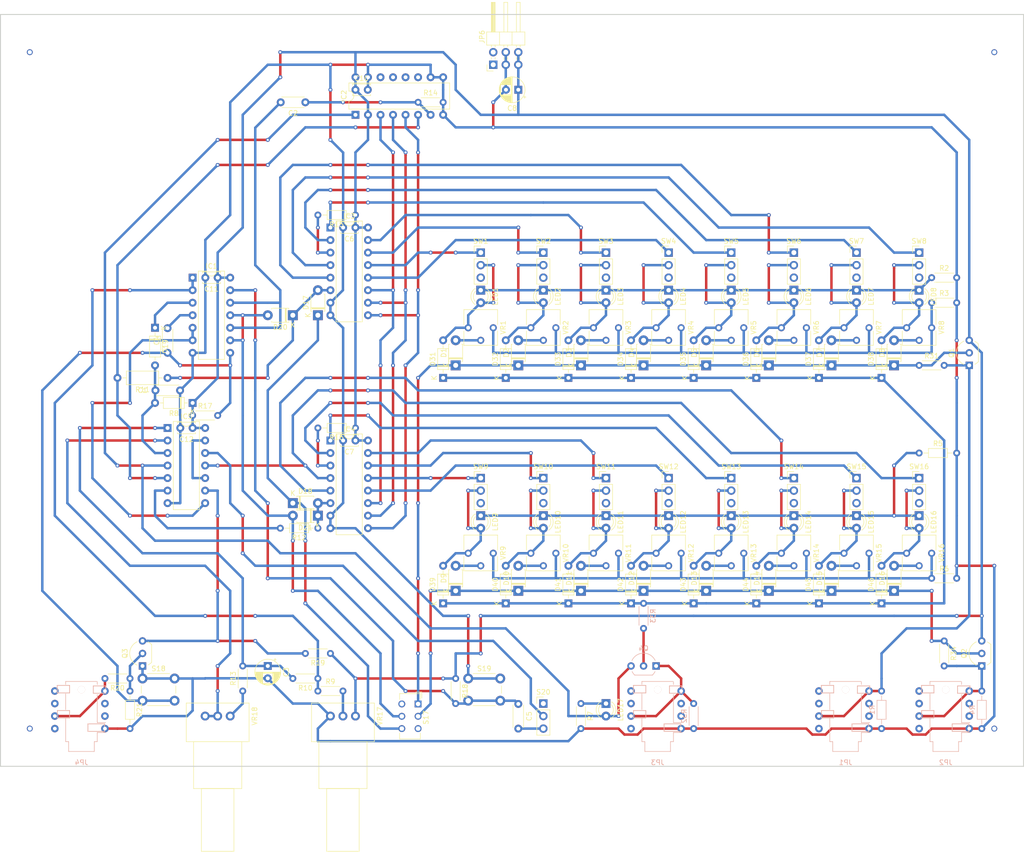
<source format=kicad_pcb>
(kicad_pcb (version 20171130) (host pcbnew "(5.0.1)-4")
  (layers (0 F.Cu signal) (31 B.Cu signal) (34 B.Paste user hide) (35 F.Paste user hide) (36 B.SilkS user) (37 F.SilkS user) (38 B.Mask user hide) (39 F.Mask user hide) (44 Edge.Cuts user))
  (net 0 "")
  (net 1 GND)
  (net 2 +12V)
  (net 3 "Net-(C3-Pad1)")
  (net 4 "Net-(C4-Pad2)")
  (net 5 "Net-(C5-Pad2)")
  (net 6 "Net-(C1-Pad1)")
  (net 7 "Net-(C2-Pad1)")
  (net 8 "Net-(IC1-Pad1)")
  (net 9 "Net-(Q3-Pad2)")
  (net 10 "Net-(C2-Pad2)")
  (net 11 "Net-(C4-Pad1)")
  (net 12 "Net-(C5-Pad1)")
  (net 13 "Net-(D1-Pad2)")
  (net 14 "Net-(D1-Pad1)")
  (net 15 "Net-(D2-Pad2)")
  (net 16 "Net-(D3-Pad2)")
  (net 17 "Net-(D4-Pad2)")
  (net 18 "Net-(D5-Pad2)")
  (net 19 "Net-(D6-Pad2)")
  (net 20 "Net-(D7-Pad2)")
  (net 21 "Net-(D8-Pad2)")
  (net 22 "Net-(D9-Pad2)")
  (net 23 "Net-(D10-Pad1)")
  (net 24 "Net-(D10-Pad2)")
  (net 25 "Net-(D11-Pad2)")
  (net 26 "Net-(D12-Pad2)")
  (net 27 "Net-(D13-Pad2)")
  (net 28 "Net-(D14-Pad2)")
  (net 29 "Net-(D15-Pad2)")
  (net 30 "Net-(D16-Pad2)")
  (net 31 "Net-(D17-Pad1)")
  (net 32 "Net-(D17-Pad2)")
  (net 33 "Net-(D18-Pad2)")
  (net 34 "Net-(D19-Pad1)")
  (net 35 "Net-(D20-Pad2)")
  (net 36 "Net-(IC1-Pad5)")
  (net 37 "Net-(IC2-Pad6)")
  (net 38 "Net-(IC2-Pad5)")
  (net 39 "Net-(IC2-Pad4)")
  (net 40 "Net-(IC2-Pad3)")
  (net 41 "Net-(IC3-Pad1)")
  (net 42 "Net-(IC3-Pad2)")
  (net 43 "Net-(IC3-Pad3)")
  (net 44 "Net-(IC3-Pad4)")
  (net 45 "Net-(IC3-Pad12)")
  (net 46 "Net-(IC3-Pad5)")
  (net 47 "Net-(IC3-Pad13)")
  (net 48 "Net-(IC3-Pad14)")
  (net 49 "Net-(IC3-Pad15)")
  (net 50 "Net-(IC4-Pad1)")
  (net 51 "Net-(IC4-Pad2)")
  (net 52 "Net-(IC4-Pad3)")
  (net 53 "Net-(IC4-Pad4)")
  (net 54 "Net-(IC4-Pad12)")
  (net 55 "Net-(IC4-Pad5)")
  (net 56 "Net-(IC4-Pad13)")
  (net 57 "Net-(IC4-Pad14)")
  (net 58 "Net-(IC4-Pad15)")
  (net 59 "Net-(IC5-Pad10)")
  (net 60 "Net-(IC5-Pad6)")
  (net 61 "Net-(IC5-Pad12)")
  (net 62 "Net-(IC5-Pad9)")
  (net 63 "Net-(IC5-Pad2)")
  (net 64 "Net-(LED1-Pad1)")
  (net 65 "Net-(LED10-Pad1)")
  (net 66 "Net-(LED17-Pad1)")
  (net 67 "Net-(R3-Pad1)")
  (net 68 "Net-(R6-Pad1)")
  (net 69 "Net-(R9-Pad2)")
  (net 70 "Net-(R13-Pad1)")
  (net 71 Gate_Out)
  (net 72 CV_OUT1)
  (net 73 CV_OUT2)
  (net 74 Gate_In)
  (net 75 "Net-(D31-Pad2)")
  (net 76 "Net-(D31-Pad1)")
  (net 77 "Net-(D32-Pad2)")
  (net 78 "Net-(D33-Pad2)")
  (net 79 "Net-(D34-Pad2)")
  (net 80 "Net-(D35-Pad2)")
  (net 81 "Net-(D36-Pad2)")
  (net 82 "Net-(D37-Pad2)")
  (net 83 "Net-(D38-Pad2)")
  (net 84 "Net-(D39-Pad2)")
  (net 85 "Net-(D40-Pad2)")
  (net 86 "Net-(D41-Pad2)")
  (net 87 "Net-(D42-Pad2)")
  (net 88 "Net-(D43-Pad2)")
  (net 89 "Net-(D44-Pad2)")
  (net 90 "Net-(D45-Pad2)")
  (net 91 "Net-(D46-Pad2)")
  (net 92 "Net-(IC2-Pad1)")
  (net 93 "Net-(Q4-Pad2)")
  (module Resistor_THT:R_Axial_DIN0204_L3.6mm_D1.6mm_P7.62mm_Horizontal (layer F.Cu) (at 215.9 129.54)
    (fp_text reference R5 (at 3.81 -1.92) (layer F.SilkS))
    (fp_text value 820)
    (pad 2 thru_hole oval (at 7.62 0) (size 1.4 1.4) (drill 0.7) (layers *.Cu *.Mask) (net 1 GND))
    (pad 1 thru_hole circle (at 0 0) (size 1.4 1.4) (drill 0.7) (layers *.Cu *.Mask) (net 65 "Net-(LED10-Pad1)"))
  )
  (module Diode_THT:D_DO-35_SOD27_P7.62mm_Horizontal (layer F.Cu) (at 195.58 160.02 90)
    (fp_text reference D45 (at 3.81 -2.12 90) (layer F.SilkS))
    (fp_text value D)
    (fp_text user K (at 0 -1.8 90) (layer F.SilkS))
    (pad 2 thru_hole oval (at 7.62 0 90) (size 1.6 1.6) (drill 0.8) (layers *.Cu *.Mask) (net 90 "Net-(D45-Pad2)"))
    (pad 1 thru_hole rect (at 0 0 90) (size 1.6 1.6) (drill 0.8) (layers *.Cu *.Mask) (net 76 "Net-(D31-Pad1)"))
  )
  (module Diode_THT:D_DO-35_SOD27_P7.62mm_Horizontal (layer F.Cu) (at 157.48 160.02 90)
    (fp_text reference D42 (at 3.81 -2.12 90) (layer F.SilkS))
    (fp_text value D)
    (fp_text user K (at 0 -1.8 90) (layer F.SilkS))
    (pad 2 thru_hole oval (at 7.62 0 90) (size 1.6 1.6) (drill 0.8) (layers *.Cu *.Mask) (net 87 "Net-(D42-Pad2)"))
    (pad 1 thru_hole rect (at 0 0 90) (size 1.6 1.6) (drill 0.8) (layers *.Cu *.Mask) (net 76 "Net-(D31-Pad1)"))
  )
  (module Diode_THT:D_DO-35_SOD27_P7.62mm_Horizontal (layer F.Cu) (at 208.28 160.02 90)
    (fp_text reference D46 (at 3.81 -2.12 90) (layer F.SilkS))
    (fp_text value D)
    (fp_text user K (at 0 -1.8 90) (layer F.SilkS))
    (pad 2 thru_hole oval (at 7.62 0 90) (size 1.6 1.6) (drill 0.8) (layers *.Cu *.Mask) (net 91 "Net-(D46-Pad2)"))
    (pad 1 thru_hole rect (at 0 0 90) (size 1.6 1.6) (drill 0.8) (layers *.Cu *.Mask) (net 76 "Net-(D31-Pad1)"))
  )
  (module Diode_THT:D_DO-35_SOD27_P7.62mm_Horizontal (layer F.Cu) (at 182.88 160.02 90)
    (fp_text reference D44 (at 3.81 -2.12 90) (layer F.SilkS))
    (fp_text value D)
    (fp_text user K (at 0 -1.8 90) (layer F.SilkS))
    (pad 2 thru_hole oval (at 7.62 0 90) (size 1.6 1.6) (drill 0.8) (layers *.Cu *.Mask) (net 89 "Net-(D44-Pad2)"))
    (pad 1 thru_hole rect (at 0 0 90) (size 1.6 1.6) (drill 0.8) (layers *.Cu *.Mask) (net 76 "Net-(D31-Pad1)"))
  )
  (module Diode_THT:D_DO-35_SOD27_P7.62mm_Horizontal (layer F.Cu) (at 195.58 114.3 90)
    (fp_text reference D37 (at 3.81 -2.12 90) (layer F.SilkS))
    (fp_text value D)
    (fp_text user K (at 0 -1.8 90) (layer F.SilkS))
    (pad 2 thru_hole oval (at 7.62 0 90) (size 1.6 1.6) (drill 0.8) (layers *.Cu *.Mask) (net 82 "Net-(D37-Pad2)"))
    (pad 1 thru_hole rect (at 0 0 90) (size 1.6 1.6) (drill 0.8) (layers *.Cu *.Mask) (net 76 "Net-(D31-Pad1)"))
  )
  (module Diode_THT:D_DO-35_SOD27_P7.62mm_Horizontal (layer F.Cu) (at 119.38 160.02 90)
    (fp_text reference D39 (at 3.81 -2.12 90) (layer F.SilkS))
    (fp_text value D)
    (fp_text user K (at 0 -1.8 90) (layer F.SilkS))
    (pad 2 thru_hole oval (at 7.62 0 90) (size 1.6 1.6) (drill 0.8) (layers *.Cu *.Mask) (net 84 "Net-(D39-Pad2)"))
    (pad 1 thru_hole rect (at 0 0 90) (size 1.6 1.6) (drill 0.8) (layers *.Cu *.Mask) (net 76 "Net-(D31-Pad1)"))
  )
  (module Diode_THT:D_DO-35_SOD27_P7.62mm_Horizontal (layer F.Cu) (at 132.08 160.02 90)
    (fp_text reference D40 (at 3.81 -2.12 90) (layer F.SilkS))
    (fp_text value D)
    (fp_text user K (at 0 -1.8 90) (layer F.SilkS))
    (pad 2 thru_hole oval (at 7.62 0 90) (size 1.6 1.6) (drill 0.8) (layers *.Cu *.Mask) (net 85 "Net-(D40-Pad2)"))
    (pad 1 thru_hole rect (at 0 0 90) (size 1.6 1.6) (drill 0.8) (layers *.Cu *.Mask) (net 76 "Net-(D31-Pad1)"))
  )
  (module Diode_THT:D_DO-35_SOD27_P7.62mm_Horizontal (layer F.Cu) (at 170.18 160.02 90)
    (fp_text reference D43 (at 3.81 -2.12 90) (layer F.SilkS))
    (fp_text value D)
    (fp_text user K (at 0 -1.8 90) (layer F.SilkS))
    (pad 2 thru_hole oval (at 7.62 0 90) (size 1.6 1.6) (drill 0.8) (layers *.Cu *.Mask) (net 88 "Net-(D43-Pad2)"))
    (pad 1 thru_hole rect (at 0 0 90) (size 1.6 1.6) (drill 0.8) (layers *.Cu *.Mask) (net 76 "Net-(D31-Pad1)"))
  )
  (module Diode_THT:D_DO-35_SOD27_P7.62mm_Horizontal (layer F.Cu) (at 170.18 114.3 90)
    (fp_text reference D35 (at 3.81 -2.12 90) (layer F.SilkS))
    (fp_text value D)
    (fp_text user K (at 0 -1.8 90) (layer F.SilkS))
    (pad 2 thru_hole oval (at 7.62 0 90) (size 1.6 1.6) (drill 0.8) (layers *.Cu *.Mask) (net 80 "Net-(D35-Pad2)"))
    (pad 1 thru_hole rect (at 0 0 90) (size 1.6 1.6) (drill 0.8) (layers *.Cu *.Mask) (net 76 "Net-(D31-Pad1)"))
  )
  (module Diode_THT:D_DO-35_SOD27_P7.62mm_Horizontal (layer F.Cu) (at 144.78 114.3 90)
    (fp_text reference D33 (at 3.81 -2.12 90) (layer F.SilkS))
    (fp_text value D)
    (fp_text user K (at 0 -1.8 90) (layer F.SilkS))
    (pad 2 thru_hole oval (at 7.62 0 90) (size 1.6 1.6) (drill 0.8) (layers *.Cu *.Mask) (net 78 "Net-(D33-Pad2)"))
    (pad 1 thru_hole rect (at 0 0 90) (size 1.6 1.6) (drill 0.8) (layers *.Cu *.Mask) (net 76 "Net-(D31-Pad1)"))
  )
  (module Diode_THT:D_DO-35_SOD27_P7.62mm_Horizontal (layer F.Cu) (at 208.28 114.3 90)
    (fp_text reference D38 (at 3.81 -2.12 90) (layer F.SilkS))
    (fp_text value D)
    (fp_text user K (at 0 -1.8 90) (layer F.SilkS))
    (pad 2 thru_hole oval (at 7.62 0 90) (size 1.6 1.6) (drill 0.8) (layers *.Cu *.Mask) (net 83 "Net-(D38-Pad2)"))
    (pad 1 thru_hole rect (at 0 0 90) (size 1.6 1.6) (drill 0.8) (layers *.Cu *.Mask) (net 76 "Net-(D31-Pad1)"))
  )
  (module Diode_THT:D_DO-35_SOD27_P7.62mm_Horizontal (layer F.Cu) (at 182.88 114.3 90)
    (fp_text reference D36 (at 3.81 -2.12 90) (layer F.SilkS))
    (fp_text value D)
    (fp_text user K (at 0 -1.8 90) (layer F.SilkS))
    (pad 2 thru_hole oval (at 7.62 0 90) (size 1.6 1.6) (drill 0.8) (layers *.Cu *.Mask) (net 81 "Net-(D36-Pad2)"))
    (pad 1 thru_hole rect (at 0 0 90) (size 1.6 1.6) (drill 0.8) (layers *.Cu *.Mask) (net 76 "Net-(D31-Pad1)"))
  )
  (module Diode_THT:D_DO-35_SOD27_P7.62mm_Horizontal (layer F.Cu) (at 157.48 114.3 90)
    (fp_text reference D34 (at 3.81 -2.12 90) (layer F.SilkS))
    (fp_text value D)
    (fp_text user K (at 0 -1.8 90) (layer F.SilkS))
    (pad 2 thru_hole oval (at 7.62 0 90) (size 1.6 1.6) (drill 0.8) (layers *.Cu *.Mask) (net 79 "Net-(D34-Pad2)"))
    (pad 1 thru_hole rect (at 0 0 90) (size 1.6 1.6) (drill 0.8) (layers *.Cu *.Mask) (net 76 "Net-(D31-Pad1)"))
  )
  (module Diode_THT:D_DO-35_SOD27_P7.62mm_Horizontal (layer F.Cu) (at 132.08 114.3 90)
    (fp_text reference D32 (at 3.81 -2.12 90) (layer F.SilkS))
    (fp_text value D)
    (fp_text user K (at 0 -1.8 90) (layer F.SilkS))
    (pad 2 thru_hole oval (at 7.62 0 90) (size 1.6 1.6) (drill 0.8) (layers *.Cu *.Mask) (net 77 "Net-(D32-Pad2)"))
    (pad 1 thru_hole rect (at 0 0 90) (size 1.6 1.6) (drill 0.8) (layers *.Cu *.Mask) (net 76 "Net-(D31-Pad1)"))
  )
  (module Diode_THT:D_DO-35_SOD27_P7.62mm_Horizontal (layer F.Cu) (at 144.78 160.02 90)
    (fp_text reference D41 (at 3.81 -2.12 90) (layer F.SilkS))
    (fp_text value D)
    (fp_text user K (at 0 -1.8 90) (layer F.SilkS))
    (pad 2 thru_hole oval (at 7.62 0 90) (size 1.6 1.6) (drill 0.8) (layers *.Cu *.Mask) (net 86 "Net-(D41-Pad2)"))
    (pad 1 thru_hole rect (at 0 0 90) (size 1.6 1.6) (drill 0.8) (layers *.Cu *.Mask) (net 76 "Net-(D31-Pad1)"))
  )
  (module Diode_THT:D_DO-35_SOD27_P7.62mm_Horizontal (layer F.Cu) (at 119.38 114.3 90)
    (fp_text reference D31 (at 3.81 -2.12 90) (layer F.SilkS))
    (fp_text value D)
    (fp_text user K (at 0 -1.8 90) (layer F.SilkS))
    (pad 2 thru_hole oval (at 7.62 0 90) (size 1.6 1.6) (drill 0.8) (layers *.Cu *.Mask) (net 75 "Net-(D31-Pad2)"))
    (pad 1 thru_hole rect (at 0 0 90) (size 1.6 1.6) (drill 0.8) (layers *.Cu *.Mask) (net 76 "Net-(D31-Pad1)"))
  )
  (module Diode_THT:D_DO-35_SOD27_P7.62mm_Horizontal (layer F.Cu) (at 68.58 119.38 180)
    (fp_text reference R8 (at 3.81 -2.12 180) (layer F.SilkS))
    (fp_text value 10K)
    (fp_text user K (at 0 -1.8 180) (layer F.SilkS))
    (pad 2 thru_hole oval (at 7.62 0 180) (size 1.6 1.6) (drill 0.8) (layers *.Cu *.Mask) (net 6 "Net-(C1-Pad1)"))
    (pad 1 thru_hole rect (at 0 0 180) (size 1.6 1.6) (drill 0.8) (layers *.Cu *.Mask) (net 2 +12V))
  )
  (module Resistor_THT:R_Axial_DIN0207_L6.3mm_D2.5mm_P10.16mm_Horizontal (layer F.Cu) (at 63.5 114.3 180)
    (fp_text reference R11 (at 5.08 -2.37 180) (layer F.SilkS))
    (fp_text value 100K)
    (pad 2 thru_hole oval (at 10.16 0 180) (size 1.6 1.6) (drill 0.8) (layers *.Cu *.Mask) (net 37 "Net-(IC2-Pad6)"))
    (pad 1 thru_hole circle (at 0 0 180) (size 1.6 1.6) (drill 0.8) (layers *.Cu *.Mask) (net 32 "Net-(D17-Pad2)"))
  )
  (module Diode_THT:D_DO-35_SOD27_P7.62mm_Horizontal (layer F.Cu) (at 60.96 104.14 270)
    (fp_text reference D19 (at 3.81 -2.12 270) (layer F.SilkS))
    (fp_text value 1N4148)
    (fp_text user K (at 0 -1.8 270) (layer F.SilkS))
    (pad 2 thru_hole oval (at 7.62 0 270) (size 1.6 1.6) (drill 0.8) (layers *.Cu *.Mask) (net 6 "Net-(C1-Pad1)"))
    (pad 1 thru_hole rect (at 0 0 270) (size 1.6 1.6) (drill 0.8) (layers *.Cu *.Mask) (net 34 "Net-(D19-Pad1)"))
  )
  (module Resistor_THT:R_Axial_DIN0204_L3.6mm_D1.6mm_P7.62mm_Horizontal (layer F.Cu) (at 93.98 144.78 180)
    (fp_text reference R12 (at 3.81 -1.92 180) (layer F.SilkS))
    (fp_text value 100K)
    (pad 2 thru_hole oval (at 7.62 0 180) (size 1.4 1.4) (drill 0.7) (layers *.Cu *.Mask) (net 60 "Net-(IC5-Pad6)"))
    (pad 1 thru_hole circle (at 0 0 180) (size 1.4 1.4) (drill 0.7) (layers *.Cu *.Mask) (net 33 "Net-(D18-Pad2)"))
  )
  (module Resistor_THT:R_Axial_DIN0204_L3.6mm_D1.6mm_P7.62mm_Horizontal (layer F.Cu) (at 101.6 124.46 180)
    (fp_text reference R16 (at 3.81 -1.92 180) (layer F.SilkS))
    (fp_text value 220)
    (pad 2 thru_hole oval (at 7.62 0 180) (size 1.4 1.4) (drill 0.7) (layers *.Cu *.Mask) (net 52 "Net-(IC4-Pad3)"))
    (pad 1 thru_hole circle (at 0 0 180) (size 1.4 1.4) (drill 0.7) (layers *.Cu *.Mask) (net 2 +12V))
  )
  (module Resistor_THT:R_Axial_DIN0204_L3.6mm_D1.6mm_P7.62mm_Horizontal (layer F.Cu) (at 101.6 81.28 180)
    (fp_text reference R15 (at 3.81 -1.92 180) (layer F.SilkS))
    (fp_text value 220)
    (pad 2 thru_hole oval (at 7.62 0 180) (size 1.4 1.4) (drill 0.7) (layers *.Cu *.Mask) (net 43 "Net-(IC3-Pad3)"))
    (pad 1 thru_hole circle (at 0 0 180) (size 1.4 1.4) (drill 0.7) (layers *.Cu *.Mask) (net 2 +12V))
  )
  (module Resistor_THT:R_Axial_DIN0204_L3.6mm_D1.6mm_P5.08mm_Horizontal (layer F.Cu) (at 121.92 175.26 270)
    (fp_text reference R18 (at 2.54 -1.92 270) (layer F.SilkS))
    (fp_text value 10K)
    (pad 2 thru_hole oval (at 5.08 0 270) (size 1.4 1.4) (drill 0.7) (layers *.Cu *.Mask) (net 12 "Net-(C5-Pad1)"))
    (pad 1 thru_hole circle (at 0 0 270) (size 1.4 1.4) (drill 0.7) (layers *.Cu *.Mask) (net 2 +12V))
  )
  (module Resistor_THT:R_Axial_DIN0204_L3.6mm_D1.6mm_P7.62mm_Horizontal (layer F.Cu) (at 55.88 177.8 270)
    (fp_text reference R21 (at 3.81 -1.92 270) (layer F.SilkS))
    (fp_text value 100K)
    (pad 2 thru_hole oval (at 7.62 0 270) (size 1.4 1.4) (drill 0.7) (layers *.Cu *.Mask) (net 1 GND))
    (pad 1 thru_hole circle (at 0 0 270) (size 1.4 1.4) (drill 0.7) (layers *.Cu *.Mask) (net 9 "Net-(Q3-Pad2)"))
  )
  (module Resistor_THT:R_Axial_DIN0204_L3.6mm_D1.6mm_P7.62mm_Horizontal (layer B.Cu) (at 228.6 177.8 270)
    (fp_text reference R4 (at 3.81 1.92 270) (layer B.SilkS) (effects (justify mirror)))
    (fp_text value 2.2K)
    (pad 2 thru_hole oval (at 7.62 0 270) (size 1.4 1.4) (drill 0.7) (layers *.Cu *.Mask) (net 1 GND))
    (pad 1 thru_hole circle (at 0 0 270) (size 1.4 1.4) (drill 0.7) (layers *.Cu *.Mask) (net 73 CV_OUT2))
  )
  (module Resistor_THT:R_Axial_DIN0204_L3.6mm_D1.6mm_P7.62mm_Horizontal (layer B.Cu) (at 208.28 177.8 270)
    (fp_text reference R1 (at 3.81 1.92 270) (layer B.SilkS) (effects (justify mirror)))
    (fp_text value 2.2K)
    (pad 2 thru_hole oval (at 7.62 0 270) (size 1.4 1.4) (drill 0.7) (layers *.Cu *.Mask) (net 1 GND))
    (pad 1 thru_hole circle (at 0 0 270) (size 1.4 1.4) (drill 0.7) (layers *.Cu *.Mask) (net 72 CV_OUT1))
  )
  (module Connector_PinHeader_2.54mm:PinHeader_2x03_P2.54mm_Horizontal (layer F.Cu) (at 129.54 50.8 90)
    (fp_text reference JP6 (at 5.655 -2.27 90) (layer F.SilkS))
    (fp_text value Conn_02x03_Counter_Clockwise)
    (pad 1 thru_hole rect (at 0 0 90) (size 1.7 1.7) (drill 1) (layers *.Cu *.Mask))
    (pad 2 thru_hole oval (at 2.54 0 90) (size 1.7 1.7) (drill 1) (layers *.Cu *.Mask))
    (pad 3 thru_hole oval (at 0 2.54 90) (size 1.7 1.7) (drill 1) (layers *.Cu *.Mask) (net 1 GND))
    (pad 4 thru_hole oval (at 2.54 2.54 90) (size 1.7 1.7) (drill 1) (layers *.Cu *.Mask) (net 1 GND))
    (pad 5 thru_hole oval (at 0 5.08 90) (size 1.7 1.7) (drill 1) (layers *.Cu *.Mask) (net 2 +12V))
    (pad 6 thru_hole oval (at 2.54 5.08 90) (size 1.7 1.7) (drill 1) (layers *.Cu *.Mask) (net 2 +12V))
  )
  (module Diode_THT:D_T-1_P5.08mm_Horizontal (layer F.Cu) (at 121.92 111.76 90)
    (fp_text reference D1 (at 2.54 -2.42 90) (layer F.SilkS))
    (fp_text value D)
    (fp_text user K (at 0 -2 90) (layer F.SilkS))
    (pad 2 thru_hole oval (at 5.08 0 90) (size 2 2) (drill 1) (layers *.Cu *.Mask) (net 13 "Net-(D1-Pad2)"))
    (pad 1 thru_hole rect (at 0 0 90) (size 2 2) (drill 1) (layers *.Cu *.Mask) (net 14 "Net-(D1-Pad1)"))
  )
  (module Diode_THT:D_T-1_P5.08mm_Horizontal (layer F.Cu) (at 134.62 111.76 90)
    (fp_text reference D2 (at 2.54 -2.42 90) (layer F.SilkS))
    (fp_text value D)
    (fp_text user K (at 0 -2 90) (layer F.SilkS))
    (pad 2 thru_hole oval (at 5.08 0 90) (size 2 2) (drill 1) (layers *.Cu *.Mask) (net 15 "Net-(D2-Pad2)"))
    (pad 1 thru_hole rect (at 0 0 90) (size 2 2) (drill 1) (layers *.Cu *.Mask) (net 14 "Net-(D1-Pad1)"))
  )
  (module Diode_THT:D_T-1_P5.08mm_Horizontal (layer F.Cu) (at 147.32 111.76 90)
    (fp_text reference D3 (at 2.54 -2.42 90) (layer F.SilkS))
    (fp_text value D)
    (fp_text user K (at 0 -2 90) (layer F.SilkS))
    (pad 1 thru_hole rect (at 0 0 90) (size 2 2) (drill 1) (layers *.Cu *.Mask) (net 14 "Net-(D1-Pad1)"))
    (pad 2 thru_hole oval (at 5.08 0 90) (size 2 2) (drill 1) (layers *.Cu *.Mask) (net 16 "Net-(D3-Pad2)"))
  )
  (module Diode_THT:D_T-1_P5.08mm_Horizontal (layer F.Cu) (at 160.02 111.76 90)
    (fp_text reference D4 (at 2.54 -2.42 90) (layer F.SilkS))
    (fp_text value D)
    (fp_text user K (at 0 -2 90) (layer F.SilkS))
    (pad 2 thru_hole oval (at 5.08 0 90) (size 2 2) (drill 1) (layers *.Cu *.Mask) (net 17 "Net-(D4-Pad2)"))
    (pad 1 thru_hole rect (at 0 0 90) (size 2 2) (drill 1) (layers *.Cu *.Mask) (net 14 "Net-(D1-Pad1)"))
  )
  (module Diode_THT:D_T-1_P5.08mm_Horizontal (layer F.Cu) (at 172.72 111.76 90)
    (fp_text reference D5 (at 2.54 -2.42 90) (layer F.SilkS))
    (fp_text value D)
    (fp_text user K (at 0 -2 90) (layer F.SilkS))
    (pad 2 thru_hole oval (at 5.08 0 90) (size 2 2) (drill 1) (layers *.Cu *.Mask) (net 18 "Net-(D5-Pad2)"))
    (pad 1 thru_hole rect (at 0 0 90) (size 2 2) (drill 1) (layers *.Cu *.Mask) (net 14 "Net-(D1-Pad1)"))
  )
  (module Diode_THT:D_T-1_P5.08mm_Horizontal (layer F.Cu) (at 185.42 111.76 90)
    (fp_text reference D6 (at 2.54 -2.42 90) (layer F.SilkS))
    (fp_text value D)
    (fp_text user K (at 0 -2 90) (layer F.SilkS))
    (pad 1 thru_hole rect (at 0 0 90) (size 2 2) (drill 1) (layers *.Cu *.Mask) (net 14 "Net-(D1-Pad1)"))
    (pad 2 thru_hole oval (at 5.08 0 90) (size 2 2) (drill 1) (layers *.Cu *.Mask) (net 19 "Net-(D6-Pad2)"))
  )
  (module Diode_THT:D_T-1_P5.08mm_Horizontal (layer F.Cu) (at 198.12 111.76 90)
    (fp_text reference D7 (at 2.54 -2.42 90) (layer F.SilkS))
    (fp_text value D)
    (fp_text user K (at 0 -2 90) (layer F.SilkS))
    (pad 1 thru_hole rect (at 0 0 90) (size 2 2) (drill 1) (layers *.Cu *.Mask) (net 14 "Net-(D1-Pad1)"))
    (pad 2 thru_hole oval (at 5.08 0 90) (size 2 2) (drill 1) (layers *.Cu *.Mask) (net 20 "Net-(D7-Pad2)"))
  )
  (module Diode_THT:D_T-1_P5.08mm_Horizontal (layer F.Cu) (at 210.82 111.76 90)
    (fp_text reference D8 (at 2.54 -2.42 90) (layer F.SilkS))
    (fp_text value D)
    (fp_text user K (at 0 -2 90) (layer F.SilkS))
    (pad 1 thru_hole rect (at 0 0 90) (size 2 2) (drill 1) (layers *.Cu *.Mask) (net 14 "Net-(D1-Pad1)"))
    (pad 2 thru_hole oval (at 5.08 0 90) (size 2 2) (drill 1) (layers *.Cu *.Mask) (net 21 "Net-(D8-Pad2)"))
  )
  (module Diode_THT:D_T-1_P5.08mm_Horizontal (layer F.Cu) (at 121.92 157.48 90)
    (fp_text reference D9 (at 2.54 -2.42 90) (layer F.SilkS))
    (fp_text value D)
    (fp_text user K (at 0 -2 90) (layer F.SilkS))
    (pad 2 thru_hole oval (at 5.08 0 90) (size 2 2) (drill 1) (layers *.Cu *.Mask) (net 22 "Net-(D9-Pad2)"))
    (pad 1 thru_hole rect (at 0 0 90) (size 2 2) (drill 1) (layers *.Cu *.Mask) (net 23 "Net-(D10-Pad1)"))
  )
  (module Diode_THT:D_T-1_P5.08mm_Horizontal (layer F.Cu) (at 134.62 157.48 90)
    (fp_text reference D10 (at 2.54 -2.42 90) (layer F.SilkS))
    (fp_text value D)
    (fp_text user K (at 0 -2 90) (layer F.SilkS))
    (pad 1 thru_hole rect (at 0 0 90) (size 2 2) (drill 1) (layers *.Cu *.Mask) (net 23 "Net-(D10-Pad1)"))
    (pad 2 thru_hole oval (at 5.08 0 90) (size 2 2) (drill 1) (layers *.Cu *.Mask) (net 24 "Net-(D10-Pad2)"))
  )
  (module Diode_THT:D_T-1_P5.08mm_Horizontal (layer F.Cu) (at 147.32 157.48 90)
    (fp_text reference D11 (at 2.54 -2.42 90) (layer F.SilkS))
    (fp_text value D)
    (fp_text user K (at 0 -2 90) (layer F.SilkS))
    (pad 2 thru_hole oval (at 5.08 0 90) (size 2 2) (drill 1) (layers *.Cu *.Mask) (net 25 "Net-(D11-Pad2)"))
    (pad 1 thru_hole rect (at 0 0 90) (size 2 2) (drill 1) (layers *.Cu *.Mask) (net 23 "Net-(D10-Pad1)"))
  )
  (module Diode_THT:D_T-1_P5.08mm_Horizontal (layer F.Cu) (at 160.02 157.48 90)
    (fp_text reference D12 (at 2.54 -2.42 90) (layer F.SilkS))
    (fp_text value D)
    (fp_text user K (at 0 -2 90) (layer F.SilkS))
    (pad 1 thru_hole rect (at 0 0 90) (size 2 2) (drill 1) (layers *.Cu *.Mask) (net 23 "Net-(D10-Pad1)"))
    (pad 2 thru_hole oval (at 5.08 0 90) (size 2 2) (drill 1) (layers *.Cu *.Mask) (net 26 "Net-(D12-Pad2)"))
  )
  (module Diode_THT:D_T-1_P5.08mm_Horizontal (layer F.Cu) (at 172.72 157.48 90)
    (fp_text reference D13 (at 2.54 -2.42 90) (layer F.SilkS))
    (fp_text value D)
    (fp_text user K (at 0 -2 90) (layer F.SilkS))
    (pad 2 thru_hole oval (at 5.08 0 90) (size 2 2) (drill 1) (layers *.Cu *.Mask) (net 27 "Net-(D13-Pad2)"))
    (pad 1 thru_hole rect (at 0 0 90) (size 2 2) (drill 1) (layers *.Cu *.Mask) (net 23 "Net-(D10-Pad1)"))
  )
  (module Diode_THT:D_T-1_P5.08mm_Horizontal (layer F.Cu) (at 185.42 157.48 90)
    (fp_text reference D14 (at 2.54 -2.42 90) (layer F.SilkS))
    (fp_text value D)
    (fp_text user K (at 0 -2 90) (layer F.SilkS))
    (pad 1 thru_hole rect (at 0 0 90) (size 2 2) (drill 1) (layers *.Cu *.Mask) (net 23 "Net-(D10-Pad1)"))
    (pad 2 thru_hole oval (at 5.08 0 90) (size 2 2) (drill 1) (layers *.Cu *.Mask) (net 28 "Net-(D14-Pad2)"))
  )
  (module Diode_THT:D_T-1_P5.08mm_Horizontal (layer F.Cu) (at 198.12 157.48 90)
    (fp_text reference D15 (at 2.54 -2.42 90) (layer F.SilkS))
    (fp_text value D)
    (fp_text user K (at 0 -2 90) (layer F.SilkS))
    (pad 2 thru_hole oval (at 5.08 0 90) (size 2 2) (drill 1) (layers *.Cu *.Mask) (net 29 "Net-(D15-Pad2)"))
    (pad 1 thru_hole rect (at 0 0 90) (size 2 2) (drill 1) (layers *.Cu *.Mask) (net 23 "Net-(D10-Pad1)"))
  )
  (module Diode_THT:D_T-1_P5.08mm_Horizontal (layer F.Cu) (at 210.82 157.48 90)
    (fp_text reference D16 (at 2.54 -2.42 90) (layer F.SilkS))
    (fp_text value D)
    (fp_text user K (at 0 -2 90) (layer F.SilkS))
    (pad 1 thru_hole rect (at 0 0 90) (size 2 2) (drill 1) (layers *.Cu *.Mask) (net 23 "Net-(D10-Pad1)"))
    (pad 2 thru_hole oval (at 5.08 0 90) (size 2 2) (drill 1) (layers *.Cu *.Mask) (net 30 "Net-(D16-Pad2)"))
  )
  (module Diode_THT:D_T-1_P5.08mm_Horizontal (layer F.Cu) (at 93.98 101.6 90)
    (fp_text reference D17 (at 2.54 -2.42 90) (layer F.SilkS))
    (fp_text value 1N4148)
    (fp_text user K (at 0 -2 90) (layer F.SilkS))
    (pad 1 thru_hole rect (at 0 0 90) (size 2 2) (drill 1) (layers *.Cu *.Mask) (net 31 "Net-(D17-Pad1)"))
    (pad 2 thru_hole oval (at 5.08 0 90) (size 2 2) (drill 1) (layers *.Cu *.Mask) (net 32 "Net-(D17-Pad2)"))
  )
  (module Diode_THT:D_T-1_P5.08mm_Horizontal (layer F.Cu) (at 88.9 139.7)
    (fp_text reference D18 (at 2.54 -2.42) (layer F.SilkS))
    (fp_text value 1N4148)
    (fp_text user K (at 0 -2) (layer F.SilkS))
    (pad 2 thru_hole oval (at 5.08 0) (size 2 2) (drill 1) (layers *.Cu *.Mask) (net 33 "Net-(D18-Pad2)"))
    (pad 1 thru_hole rect (at 0 0) (size 2 2) (drill 1) (layers *.Cu *.Mask) (net 31 "Net-(D17-Pad1)"))
  )
  (module Diode_THT:D_T-1_P5.08mm_Horizontal (layer F.Cu) (at 88.9 101.6 180)
    (fp_text reference D20 (at 2.54 -2.42 180) (layer F.SilkS))
    (fp_text value 1N4148)
    (fp_text user K (at 0 -2 180) (layer F.SilkS))
    (pad 1 thru_hole rect (at 0 0 180) (size 2 2) (drill 1) (layers *.Cu *.Mask) (net 32 "Net-(D17-Pad2)"))
    (pad 2 thru_hole oval (at 5.08 0 180) (size 2 2) (drill 1) (layers *.Cu *.Mask) (net 35 "Net-(D20-Pad2)"))
  )
  (module Diode_THT:D_T-1_P5.08mm_Horizontal (layer F.Cu) (at 93.98 142.24 180)
    (fp_text reference D21 (at 2.54 -2.42 180) (layer F.SilkS))
    (fp_text value 1N4148)
    (fp_text user K (at 0 -2 180) (layer F.SilkS))
    (pad 2 thru_hole oval (at 5.08 0 180) (size 2 2) (drill 1) (layers *.Cu *.Mask) (net 35 "Net-(D20-Pad2)"))
    (pad 1 thru_hole rect (at 0 0 180) (size 2 2) (drill 1) (layers *.Cu *.Mask) (net 33 "Net-(D18-Pad2)"))
  )
  (module Package_DIP:DIP-16_W7.62mm (layer F.Cu) (at 101.6 60.96 90)
    (fp_text reference IC2 (at 3.81 -2.33 90) (layer F.SilkS))
    (fp_text value 4520)
    (pad 16 thru_hole oval (at 7.62 0 90) (size 1.6 1.6) (drill 0.8) (layers *.Cu *.Mask) (net 2 +12V))
    (pad 8 thru_hole oval (at 0 17.78 90) (size 1.6 1.6) (drill 0.8) (layers *.Cu *.Mask) (net 1 GND))
    (pad 15 thru_hole oval (at 7.62 2.54 90) (size 1.6 1.6) (drill 0.8) (layers *.Cu *.Mask) (net 1 GND))
    (pad 7 thru_hole oval (at 0 15.24 90) (size 1.6 1.6) (drill 0.8) (layers *.Cu *.Mask) (net 7 "Net-(C2-Pad1)"))
    (pad 14 thru_hole oval (at 7.62 5.08 90) (size 1.6 1.6) (drill 0.8) (layers *.Cu *.Mask))
    (pad 6 thru_hole oval (at 0 12.7 90) (size 1.6 1.6) (drill 0.8) (layers *.Cu *.Mask) (net 37 "Net-(IC2-Pad6)"))
    (pad 13 thru_hole oval (at 7.62 7.62 90) (size 1.6 1.6) (drill 0.8) (layers *.Cu *.Mask))
    (pad 5 thru_hole oval (at 0 10.16 90) (size 1.6 1.6) (drill 0.8) (layers *.Cu *.Mask) (net 38 "Net-(IC2-Pad5)"))
    (pad 12 thru_hole oval (at 7.62 10.16 90) (size 1.6 1.6) (drill 0.8) (layers *.Cu *.Mask))
    (pad 4 thru_hole oval (at 0 7.62 90) (size 1.6 1.6) (drill 0.8) (layers *.Cu *.Mask) (net 39 "Net-(IC2-Pad4)"))
    (pad 11 thru_hole oval (at 7.62 12.7 90) (size 1.6 1.6) (drill 0.8) (layers *.Cu *.Mask))
    (pad 3 thru_hole oval (at 0 5.08 90) (size 1.6 1.6) (drill 0.8) (layers *.Cu *.Mask) (net 40 "Net-(IC2-Pad3)"))
    (pad 10 thru_hole oval (at 7.62 15.24 90) (size 1.6 1.6) (drill 0.8) (layers *.Cu *.Mask) (net 1 GND))
    (pad 2 thru_hole oval (at 0 2.54 90) (size 1.6 1.6) (drill 0.8) (layers *.Cu *.Mask) (net 2 +12V))
    (pad 9 thru_hole oval (at 7.62 17.78 90) (size 1.6 1.6) (drill 0.8) (layers *.Cu *.Mask) (net 1 GND))
    (pad 1 thru_hole rect (at 0 0 90) (size 1.6 1.6) (drill 0.8) (layers *.Cu *.Mask) (net 92 "Net-(IC2-Pad1)"))
  )
  (module Package_DIP:DIP-16_W7.62mm (layer F.Cu) (at 96.52 83.82)
    (fp_text reference IC3 (at 3.81 -2.33) (layer F.SilkS))
    (fp_text value 4051)
    (pad 1 thru_hole rect (at 0 0) (size 1.6 1.6) (drill 0.8) (layers *.Cu *.Mask) (net 41 "Net-(IC3-Pad1)"))
    (pad 9 thru_hole oval (at 7.62 17.78) (size 1.6 1.6) (drill 0.8) (layers *.Cu *.Mask) (net 38 "Net-(IC2-Pad5)"))
    (pad 2 thru_hole oval (at 0 2.54) (size 1.6 1.6) (drill 0.8) (layers *.Cu *.Mask) (net 42 "Net-(IC3-Pad2)"))
    (pad 10 thru_hole oval (at 7.62 15.24) (size 1.6 1.6) (drill 0.8) (layers *.Cu *.Mask) (net 39 "Net-(IC2-Pad4)"))
    (pad 3 thru_hole oval (at 0 5.08) (size 1.6 1.6) (drill 0.8) (layers *.Cu *.Mask) (net 43 "Net-(IC3-Pad3)"))
    (pad 11 thru_hole oval (at 7.62 12.7) (size 1.6 1.6) (drill 0.8) (layers *.Cu *.Mask) (net 40 "Net-(IC2-Pad3)"))
    (pad 4 thru_hole oval (at 0 7.62) (size 1.6 1.6) (drill 0.8) (layers *.Cu *.Mask) (net 44 "Net-(IC3-Pad4)"))
    (pad 12 thru_hole oval (at 7.62 10.16) (size 1.6 1.6) (drill 0.8) (layers *.Cu *.Mask) (net 45 "Net-(IC3-Pad12)"))
    (pad 5 thru_hole oval (at 0 10.16) (size 1.6 1.6) (drill 0.8) (layers *.Cu *.Mask) (net 46 "Net-(IC3-Pad5)"))
    (pad 13 thru_hole oval (at 7.62 7.62) (size 1.6 1.6) (drill 0.8) (layers *.Cu *.Mask) (net 47 "Net-(IC3-Pad13)"))
    (pad 6 thru_hole oval (at 0 12.7) (size 1.6 1.6) (drill 0.8) (layers *.Cu *.Mask) (net 32 "Net-(D17-Pad2)"))
    (pad 14 thru_hole oval (at 7.62 5.08) (size 1.6 1.6) (drill 0.8) (layers *.Cu *.Mask) (net 48 "Net-(IC3-Pad14)"))
    (pad 7 thru_hole oval (at 0 15.24) (size 1.6 1.6) (drill 0.8) (layers *.Cu *.Mask) (net 1 GND))
    (pad 15 thru_hole oval (at 7.62 2.54) (size 1.6 1.6) (drill 0.8) (layers *.Cu *.Mask) (net 49 "Net-(IC3-Pad15)"))
    (pad 8 thru_hole oval (at 0 17.78) (size 1.6 1.6) (drill 0.8) (layers *.Cu *.Mask) (net 1 GND))
    (pad 16 thru_hole oval (at 7.62 0) (size 1.6 1.6) (drill 0.8) (layers *.Cu *.Mask) (net 2 +12V))
  )
  (module Package_DIP:DIP-16_W7.62mm (layer F.Cu) (at 96.52 127)
    (fp_text reference IC4 (at 3.81 -2.33) (layer F.SilkS))
    (fp_text value 4051)
    (pad 1 thru_hole rect (at 0 0) (size 1.6 1.6) (drill 0.8) (layers *.Cu *.Mask) (net 50 "Net-(IC4-Pad1)"))
    (pad 9 thru_hole oval (at 7.62 17.78) (size 1.6 1.6) (drill 0.8) (layers *.Cu *.Mask) (net 38 "Net-(IC2-Pad5)"))
    (pad 2 thru_hole oval (at 0 2.54) (size 1.6 1.6) (drill 0.8) (layers *.Cu *.Mask) (net 51 "Net-(IC4-Pad2)"))
    (pad 10 thru_hole oval (at 7.62 15.24) (size 1.6 1.6) (drill 0.8) (layers *.Cu *.Mask) (net 39 "Net-(IC2-Pad4)"))
    (pad 3 thru_hole oval (at 0 5.08) (size 1.6 1.6) (drill 0.8) (layers *.Cu *.Mask) (net 52 "Net-(IC4-Pad3)"))
    (pad 11 thru_hole oval (at 7.62 12.7) (size 1.6 1.6) (drill 0.8) (layers *.Cu *.Mask) (net 40 "Net-(IC2-Pad3)"))
    (pad 4 thru_hole oval (at 0 7.62) (size 1.6 1.6) (drill 0.8) (layers *.Cu *.Mask) (net 53 "Net-(IC4-Pad4)"))
    (pad 12 thru_hole oval (at 7.62 10.16) (size 1.6 1.6) (drill 0.8) (layers *.Cu *.Mask) (net 54 "Net-(IC4-Pad12)"))
    (pad 5 thru_hole oval (at 0 10.16) (size 1.6 1.6) (drill 0.8) (layers *.Cu *.Mask) (net 55 "Net-(IC4-Pad5)"))
    (pad 13 thru_hole oval (at 7.62 7.62) (size 1.6 1.6) (drill 0.8) (layers *.Cu *.Mask) (net 56 "Net-(IC4-Pad13)"))
    (pad 6 thru_hole oval (at 0 12.7) (size 1.6 1.6) (drill 0.8) (layers *.Cu *.Mask) (net 33 "Net-(D18-Pad2)"))
    (pad 14 thru_hole oval (at 7.62 5.08) (size 1.6 1.6) (drill 0.8) (layers *.Cu *.Mask) (net 57 "Net-(IC4-Pad14)"))
    (pad 7 thru_hole oval (at 0 15.24) (size 1.6 1.6) (drill 0.8) (layers *.Cu *.Mask) (net 1 GND))
    (pad 15 thru_hole oval (at 7.62 2.54) (size 1.6 1.6) (drill 0.8) (layers *.Cu *.Mask) (net 58 "Net-(IC4-Pad15)"))
    (pad 8 thru_hole oval (at 0 17.78) (size 1.6 1.6) (drill 0.8) (layers *.Cu *.Mask) (net 1 GND))
    (pad 16 thru_hole oval (at 7.62 0) (size 1.6 1.6) (drill 0.8) (layers *.Cu *.Mask) (net 2 +12V))
  )
  (module Package_DIP:DIP-14_W7.62mm (layer F.Cu) (at 63.5 124.46)
    (fp_text reference IC5 (at 3.81 -2.33) (layer F.SilkS))
    (fp_text value 4584)
    (pad 14 thru_hole oval (at 7.62 0) (size 1.6 1.6) (drill 0.8) (layers *.Cu *.Mask) (net 2 +12V))
    (pad 7 thru_hole oval (at 0 15.24) (size 1.6 1.6) (drill 0.8) (layers *.Cu *.Mask) (net 1 GND))
    (pad 13 thru_hole oval (at 7.62 2.54) (size 1.6 1.6) (drill 0.8) (layers *.Cu *.Mask) (net 59 "Net-(IC5-Pad10)"))
    (pad 6 thru_hole oval (at 0 12.7) (size 1.6 1.6) (drill 0.8) (layers *.Cu *.Mask) (net 60 "Net-(IC5-Pad6)"))
    (pad 12 thru_hole oval (at 7.62 5.08) (size 1.6 1.6) (drill 0.8) (layers *.Cu *.Mask) (net 61 "Net-(IC5-Pad12)"))
    (pad 5 thru_hole oval (at 0 10.16) (size 1.6 1.6) (drill 0.8) (layers *.Cu *.Mask) (net 37 "Net-(IC2-Pad6)"))
    (pad 11 thru_hole oval (at 7.62 7.62) (size 1.6 1.6) (drill 0.8) (layers *.Cu *.Mask) (net 53 "Net-(IC4-Pad4)"))
    (pad 4 thru_hole oval (at 0 7.62) (size 1.6 1.6) (drill 0.8) (layers *.Cu *.Mask) (net 92 "Net-(IC2-Pad1)"))
    (pad 10 thru_hole oval (at 7.62 10.16) (size 1.6 1.6) (drill 0.8) (layers *.Cu *.Mask) (net 59 "Net-(IC5-Pad10)"))
    (pad 3 thru_hole oval (at 0 5.08) (size 1.6 1.6) (drill 0.8) (layers *.Cu *.Mask) (net 6 "Net-(C1-Pad1)"))
    (pad 9 thru_hole oval (at 7.62 12.7) (size 1.6 1.6) (drill 0.8) (layers *.Cu *.Mask) (net 62 "Net-(IC5-Pad9)"))
    (pad 2 thru_hole oval (at 0 2.54) (size 1.6 1.6) (drill 0.8) (layers *.Cu *.Mask) (net 63 "Net-(IC5-Pad2)"))
    (pad 8 thru_hole oval (at 7.62 15.24) (size 1.6 1.6) (drill 0.8) (layers *.Cu *.Mask) (net 36 "Net-(IC1-Pad5)"))
    (pad 1 thru_hole rect (at 0 0) (size 1.6 1.6) (drill 0.8) (layers *.Cu *.Mask) (net 3 "Net-(C3-Pad1)"))
  )
  (module LED_THT:LED_D3.0mm (layer F.Cu) (at 127 96.52 270)
    (fp_text reference LED1 (at 1.27 -2.96 270) (layer F.SilkS))
    (fp_text value LED)
    (pad 1 thru_hole rect (at 0 0 270) (size 1.8 1.8) (drill 0.9) (layers *.Cu *.Mask) (net 64 "Net-(LED1-Pad1)"))
    (pad 2 thru_hole circle (at 2.54 0 270) (size 1.8 1.8) (drill 0.9) (layers *.Cu *.Mask) (net 75 "Net-(D31-Pad2)"))
  )
  (module LED_THT:LED_D3.0mm (layer F.Cu) (at 139.7 96.52 270)
    (fp_text reference LED2 (at 1.27 -2.96 270) (layer F.SilkS))
    (fp_text value LED)
    (pad 2 thru_hole circle (at 2.54 0 270) (size 1.8 1.8) (drill 0.9) (layers *.Cu *.Mask) (net 77 "Net-(D32-Pad2)"))
    (pad 1 thru_hole rect (at 0 0 270) (size 1.8 1.8) (drill 0.9) (layers *.Cu *.Mask) (net 64 "Net-(LED1-Pad1)"))
  )
  (module LED_THT:LED_D3.0mm (layer F.Cu) (at 152.4 96.52 270)
    (fp_text reference LED3 (at 1.27 -2.96 270) (layer F.SilkS))
    (fp_text value LED)
    (pad 1 thru_hole rect (at 0 0 270) (size 1.8 1.8) (drill 0.9) (layers *.Cu *.Mask) (net 64 "Net-(LED1-Pad1)"))
    (pad 2 thru_hole circle (at 2.54 0 270) (size 1.8 1.8) (drill 0.9) (layers *.Cu *.Mask) (net 78 "Net-(D33-Pad2)"))
  )
  (module LED_THT:LED_D3.0mm (layer F.Cu) (at 165.1 96.52 270)
    (fp_text reference LED4 (at 1.27 -2.96 270) (layer F.SilkS))
    (fp_text value LED)
    (pad 2 thru_hole circle (at 2.54 0 270) (size 1.8 1.8) (drill 0.9) (layers *.Cu *.Mask) (net 79 "Net-(D34-Pad2)"))
    (pad 1 thru_hole rect (at 0 0 270) (size 1.8 1.8) (drill 0.9) (layers *.Cu *.Mask) (net 64 "Net-(LED1-Pad1)"))
  )
  (module LED_THT:LED_D3.0mm (layer F.Cu) (at 177.8 96.52 270)
    (fp_text reference LED5 (at 1.27 -2.96 270) (layer F.SilkS))
    (fp_text value LED)
    (pad 1 thru_hole rect (at 0 0 270) (size 1.8 1.8) (drill 0.9) (layers *.Cu *.Mask) (net 64 "Net-(LED1-Pad1)"))
    (pad 2 thru_hole circle (at 2.54 0 270) (size 1.8 1.8) (drill 0.9) (layers *.Cu *.Mask) (net 80 "Net-(D35-Pad2)"))
  )
  (module LED_THT:LED_D3.0mm (layer F.Cu) (at 190.5 96.52 270)
    (fp_text reference LED6 (at 1.27 -2.96 270) (layer F.SilkS))
    (fp_text value LED)
    (pad 2 thru_hole circle (at 2.54 0 270) (size 1.8 1.8) (drill 0.9) (layers *.Cu *.Mask) (net 81 "Net-(D36-Pad2)"))
    (pad 1 thru_hole rect (at 0 0 270) (size 1.8 1.8) (drill 0.9) (layers *.Cu *.Mask) (net 64 "Net-(LED1-Pad1)"))
  )
  (module LED_THT:LED_D3.0mm (layer F.Cu) (at 203.2 96.52 270)
    (fp_text reference LED7 (at 1.27 -2.96 270) (layer F.SilkS))
    (fp_text value LED)
    (pad 1 thru_hole rect (at 0 0 270) (size 1.8 1.8) (drill 0.9) (layers *.Cu *.Mask) (net 64 "Net-(LED1-Pad1)"))
    (pad 2 thru_hole circle (at 2.54 0 270) (size 1.8 1.8) (drill 0.9) (layers *.Cu *.Mask) (net 82 "Net-(D37-Pad2)"))
  )
  (module LED_THT:LED_D3.0mm (layer F.Cu) (at 215.9 96.52 270)
    (fp_text reference LED8 (at 1.27 -2.96 270) (layer F.SilkS))
    (fp_text value LED)
    (pad 2 thru_hole circle (at 2.54 0 270) (size 1.8 1.8) (drill 0.9) (layers *.Cu *.Mask) (net 83 "Net-(D38-Pad2)"))
    (pad 1 thru_hole rect (at 0 0 270) (size 1.8 1.8) (drill 0.9) (layers *.Cu *.Mask) (net 64 "Net-(LED1-Pad1)"))
  )
  (module LED_THT:LED_D3.0mm (layer F.Cu) (at 127 142.24 270)
    (fp_text reference LED9 (at 1.27 -2.96 270) (layer F.SilkS))
    (fp_text value LED)
    (pad 1 thru_hole rect (at 0 0 270) (size 1.8 1.8) (drill 0.9) (layers *.Cu *.Mask) (net 65 "Net-(LED10-Pad1)"))
    (pad 2 thru_hole circle (at 2.54 0 270) (size 1.8 1.8) (drill 0.9) (layers *.Cu *.Mask) (net 84 "Net-(D39-Pad2)"))
  )
  (module LED_THT:LED_D3.0mm (layer F.Cu) (at 139.7 142.24 270)
    (fp_text reference LED10 (at 1.27 -2.96 270) (layer F.SilkS))
    (fp_text value LED)
    (pad 2 thru_hole circle (at 2.54 0 270) (size 1.8 1.8) (drill 0.9) (layers *.Cu *.Mask) (net 85 "Net-(D40-Pad2)"))
    (pad 1 thru_hole rect (at 0 0 270) (size 1.8 1.8) (drill 0.9) (layers *.Cu *.Mask) (net 65 "Net-(LED10-Pad1)"))
  )
  (module LED_THT:LED_D3.0mm (layer F.Cu) (at 152.4 142.24 270)
    (fp_text reference LED11 (at 1.27 -2.96 270) (layer F.SilkS))
    (fp_text value LED)
    (pad 1 thru_hole rect (at 0 0 270) (size 1.8 1.8) (drill 0.9) (layers *.Cu *.Mask) (net 65 "Net-(LED10-Pad1)"))
    (pad 2 thru_hole circle (at 2.54 0 270) (size 1.8 1.8) (drill 0.9) (layers *.Cu *.Mask) (net 86 "Net-(D41-Pad2)"))
  )
  (module LED_THT:LED_D3.0mm (layer F.Cu) (at 165.1 142.24 270)
    (fp_text reference LED12 (at 1.27 -2.96 270) (layer F.SilkS))
    (fp_text value LED)
    (pad 2 thru_hole circle (at 2.54 0 270) (size 1.8 1.8) (drill 0.9) (layers *.Cu *.Mask) (net 87 "Net-(D42-Pad2)"))
    (pad 1 thru_hole rect (at 0 0 270) (size 1.8 1.8) (drill 0.9) (layers *.Cu *.Mask) (net 65 "Net-(LED10-Pad1)"))
  )
  (module LED_THT:LED_D3.0mm (layer F.Cu) (at 177.8 142.24 270)
    (fp_text reference LED13 (at 1.27 -2.96 270) (layer F.SilkS))
    (fp_text value LED)
    (pad 1 thru_hole rect (at 0 0 270) (size 1.8 1.8) (drill 0.9) (layers *.Cu *.Mask) (net 65 "Net-(LED10-Pad1)"))
    (pad 2 thru_hole circle (at 2.54 0 270) (size 1.8 1.8) (drill 0.9) (layers *.Cu *.Mask) (net 88 "Net-(D43-Pad2)"))
  )
  (module LED_THT:LED_D3.0mm (layer F.Cu) (at 190.5 142.24 270)
    (fp_text reference LED14 (at 1.27 -2.96 270) (layer F.SilkS))
    (fp_text value LED)
    (pad 2 thru_hole circle (at 2.54 0 270) (size 1.8 1.8) (drill 0.9) (layers *.Cu *.Mask) (net 89 "Net-(D44-Pad2)"))
    (pad 1 thru_hole rect (at 0 0 270) (size 1.8 1.8) (drill 0.9) (layers *.Cu *.Mask) (net 65 "Net-(LED10-Pad1)"))
  )
  (module LED_THT:LED_D3.0mm (layer F.Cu) (at 203.2 142.24 270)
    (fp_text reference LED15 (at 1.27 -2.96 270) (layer F.SilkS))
    (fp_text value LED)
    (pad 1 thru_hole rect (at 0 0 270) (size 1.8 1.8) (drill 0.9) (layers *.Cu *.Mask) (net 65 "Net-(LED10-Pad1)"))
    (pad 2 thru_hole circle (at 2.54 0 270) (size 1.8 1.8) (drill 0.9) (layers *.Cu *.Mask) (net 90 "Net-(D45-Pad2)"))
  )
  (module LED_THT:LED_D3.0mm (layer F.Cu) (at 215.9 142.24 270)
    (fp_text reference LED16 (at 1.27 -2.96 270) (layer F.SilkS))
    (fp_text value LED)
    (pad 2 thru_hole circle (at 2.54 0 270) (size 1.8 1.8) (drill 0.9) (layers *.Cu *.Mask) (net 91 "Net-(D46-Pad2)"))
    (pad 1 thru_hole rect (at 0 0 270) (size 1.8 1.8) (drill 0.9) (layers *.Cu *.Mask) (net 65 "Net-(LED10-Pad1)"))
  )
  (module LED_THT:LED_D3.0mm (layer F.Cu) (at 152.4 180.34 270)
    (fp_text reference LED17 (at 1.27 -2.96 270) (layer F.SilkS))
    (fp_text value LED)
    (pad 1 thru_hole rect (at 0 0 270) (size 1.8 1.8) (drill 0.9) (layers *.Cu *.Mask) (net 66 "Net-(LED17-Pad1)"))
    (pad 2 thru_hole circle (at 2.54 0 270) (size 1.8 1.8) (drill 0.9) (layers *.Cu *.Mask) (net 92 "Net-(IC2-Pad1)"))
  )
  (module Button_Switch_THT:SW_CuK_JS202011CQN_DPDT_Straight (layer F.Cu) (at 114.3 180.42 270)
    (fp_text reference S17 (at 2.75 -1.6 270) (layer F.SilkS))
    (fp_text value Para/Seri)
    (pad 1 thru_hole rect (at 0 0 270) (size 1.4 1.4) (drill 0.9) (layers *.Cu *.Mask) (net 14 "Net-(D1-Pad1)"))
    (pad 2 thru_hole circle (at 2.5 0 270) (size 1.4 1.4) (drill 0.9) (layers *.Cu *.Mask) (net 23 "Net-(D10-Pad1)"))
    (pad 3 thru_hole circle (at 5 0 270) (size 1.4 1.4) (drill 0.9) (layers *.Cu *.Mask))
    (pad 4 thru_hole circle (at 0 3.3 270) (size 1.4 1.4) (drill 0.9) (layers *.Cu *.Mask))
    (pad 5 thru_hole circle (at 2.5 3.3 270) (size 1.4 1.4) (drill 0.9) (layers *.Cu *.Mask) (net 35 "Net-(D20-Pad2)"))
    (pad 6 thru_hole circle (at 5 3.3 270) (size 1.4 1.4) (drill 0.9) (layers *.Cu *.Mask) (net 31 "Net-(D17-Pad1)"))
  )
  (module Button_Switch_THT:SW_PUSH_6mm_H5mm (layer F.Cu) (at 58.42 175.26)
    (fp_text reference S18 (at 3.25 -2) (layer F.SilkS))
    (fp_text value SW_Start)
    (pad 1 thru_hole circle (at 6.5 0 90) (size 2 2) (drill 1.1) (layers *.Cu *.Mask) (net 1 GND))
    (pad 2 thru_hole circle (at 6.5 4.5 90) (size 2 2) (drill 1.1) (layers *.Cu *.Mask) (net 11 "Net-(C4-Pad1)"))
    (pad 1 thru_hole circle (at 0 0 90) (size 2 2) (drill 1.1) (layers *.Cu *.Mask) (net 1 GND))
    (pad 2 thru_hole circle (at 0 4.5 90) (size 2 2) (drill 1.1) (layers *.Cu *.Mask) (net 11 "Net-(C4-Pad1)"))
  )
  (module Button_Switch_THT:SW_PUSH_6mm_H5mm (layer F.Cu) (at 124.46 175.26)
    (fp_text reference S19 (at 3.25 -2) (layer F.SilkS))
    (fp_text value SW_Stop)
    (pad 2 thru_hole circle (at 0 4.5 90) (size 2 2) (drill 1.1) (layers *.Cu *.Mask) (net 12 "Net-(C5-Pad1)"))
    (pad 1 thru_hole circle (at 0 0 90) (size 2 2) (drill 1.1) (layers *.Cu *.Mask) (net 1 GND))
    (pad 2 thru_hole circle (at 6.5 4.5 90) (size 2 2) (drill 1.1) (layers *.Cu *.Mask) (net 12 "Net-(C5-Pad1)"))
    (pad 1 thru_hole circle (at 6.5 0 90) (size 2 2) (drill 1.1) (layers *.Cu *.Mask) (net 1 GND))
  )
  (module Connector_PinHeader_2.54mm:PinHeader_1x03_P2.54mm_Vertical (layer F.Cu) (at 139.7 180.34)
    (fp_text reference S20 (at 0 -2.33) (layer F.SilkS))
    (fp_text value SW_Push_SPDT)
    (pad 1 thru_hole rect (at 0 0) (size 1.7 1.7) (drill 1) (layers *.Cu *.Mask))
    (pad 2 thru_hole oval (at 0 2.54) (size 1.7 1.7) (drill 1) (layers *.Cu *.Mask) (net 61 "Net-(IC5-Pad12)"))
    (pad 3 thru_hole oval (at 0 5.08) (size 1.7 1.7) (drill 1) (layers *.Cu *.Mask) (net 5 "Net-(C5-Pad2)"))
  )
  (module Connector_PinHeader_2.54mm:PinHeader_1x03_P2.54mm_Vertical (layer F.Cu) (at 139.7 88.9)
    (fp_text reference SW2 (at 0 -2.33) (layer F.SilkS))
    (fp_text value SW_SPDT)
    (pad 3 thru_hole oval (at 0 5.08) (size 1.7 1.7) (drill 1) (layers *.Cu *.Mask))
    (pad 2 thru_hole oval (at 0 2.54) (size 1.7 1.7) (drill 1) (layers *.Cu *.Mask) (net 77 "Net-(D32-Pad2)"))
    (pad 1 thru_hole rect (at 0 0) (size 1.7 1.7) (drill 1) (layers *.Cu *.Mask) (net 48 "Net-(IC3-Pad14)"))
  )
  (module Connector_PinHeader_2.54mm:PinHeader_1x03_P2.54mm_Vertical (layer F.Cu) (at 152.4 88.9)
    (fp_text reference SW3 (at 0 -2.33) (layer F.SilkS))
    (fp_text value SW_SPDT)
    (pad 1 thru_hole rect (at 0 0) (size 1.7 1.7) (drill 1) (layers *.Cu *.Mask) (net 49 "Net-(IC3-Pad15)"))
    (pad 2 thru_hole oval (at 0 2.54) (size 1.7 1.7) (drill 1) (layers *.Cu *.Mask) (net 78 "Net-(D33-Pad2)"))
    (pad 3 thru_hole oval (at 0 5.08) (size 1.7 1.7) (drill 1) (layers *.Cu *.Mask))
  )
  (module Connector_PinHeader_2.54mm:PinHeader_1x03_P2.54mm_Vertical (layer F.Cu) (at 165.1 88.9)
    (fp_text reference SW4 (at 0 -2.33) (layer F.SilkS))
    (fp_text value SW_SPDT)
    (pad 3 thru_hole oval (at 0 5.08) (size 1.7 1.7) (drill 1) (layers *.Cu *.Mask))
    (pad 2 thru_hole oval (at 0 2.54) (size 1.7 1.7) (drill 1) (layers *.Cu *.Mask) (net 79 "Net-(D34-Pad2)"))
    (pad 1 thru_hole rect (at 0 0) (size 1.7 1.7) (drill 1) (layers *.Cu *.Mask) (net 45 "Net-(IC3-Pad12)"))
  )
  (module Connector_PinHeader_2.54mm:PinHeader_1x03_P2.54mm_Vertical (layer F.Cu) (at 177.8 88.9)
    (fp_text reference SW5 (at 0 -2.33) (layer F.SilkS))
    (fp_text value SW_SPDT)
    (pad 1 thru_hole rect (at 0 0) (size 1.7 1.7) (drill 1) (layers *.Cu *.Mask) (net 41 "Net-(IC3-Pad1)"))
    (pad 2 thru_hole oval (at 0 2.54) (size 1.7 1.7) (drill 1) (layers *.Cu *.Mask) (net 80 "Net-(D35-Pad2)"))
    (pad 3 thru_hole oval (at 0 5.08) (size 1.7 1.7) (drill 1) (layers *.Cu *.Mask))
  )
  (module Connector_PinHeader_2.54mm:PinHeader_1x03_P2.54mm_Vertical (layer F.Cu) (at 190.5 88.9)
    (fp_text reference SW6 (at 0 -2.33) (layer F.SilkS))
    (fp_text value SW_SPDT)
    (pad 3 thru_hole oval (at 0 5.08) (size 1.7 1.7) (drill 1) (layers *.Cu *.Mask))
    (pad 2 thru_hole oval (at 0 2.54) (size 1.7 1.7) (drill 1) (layers *.Cu *.Mask) (net 81 "Net-(D36-Pad2)"))
    (pad 1 thru_hole rect (at 0 0) (size 1.7 1.7) (drill 1) (layers *.Cu *.Mask) (net 46 "Net-(IC3-Pad5)"))
  )
  (module Connector_PinHeader_2.54mm:PinHeader_1x03_P2.54mm_Vertical (layer F.Cu) (at 203.2 88.9)
    (fp_text reference SW7 (at 0 -2.33) (layer F.SilkS))
    (fp_text value SW_SPDT)
    (pad 1 thru_hole rect (at 0 0) (size 1.7 1.7) (drill 1) (layers *.Cu *.Mask) (net 42 "Net-(IC3-Pad2)"))
    (pad 2 thru_hole oval (at 0 2.54) (size 1.7 1.7) (drill 1) (layers *.Cu *.Mask) (net 82 "Net-(D37-Pad2)"))
    (pad 3 thru_hole oval (at 0 5.08) (size 1.7 1.7) (drill 1) (layers *.Cu *.Mask))
  )
  (module Connector_PinHeader_2.54mm:PinHeader_1x03_P2.54mm_Vertical (layer F.Cu) (at 215.9 88.9)
    (fp_text reference SW8 (at 0 -2.33) (layer F.SilkS))
    (fp_text value SW_SPDT)
    (pad 3 thru_hole oval (at 0 5.08) (size 1.7 1.7) (drill 1) (layers *.Cu *.Mask))
    (pad 2 thru_hole oval (at 0 2.54) (size 1.7 1.7) (drill 1) (layers *.Cu *.Mask) (net 83 "Net-(D38-Pad2)"))
    (pad 1 thru_hole rect (at 0 0) (size 1.7 1.7) (drill 1) (layers *.Cu *.Mask) (net 44 "Net-(IC3-Pad4)"))
  )
  (module Connector_PinHeader_2.54mm:PinHeader_1x03_P2.54mm_Vertical (layer F.Cu) (at 127 134.62)
    (fp_text reference SW9 (at 0 -2.33) (layer F.SilkS))
    (fp_text value SW_SPDT)
    (pad 1 thru_hole rect (at 0 0) (size 1.7 1.7) (drill 1) (layers *.Cu *.Mask) (net 56 "Net-(IC4-Pad13)"))
    (pad 2 thru_hole oval (at 0 2.54) (size 1.7 1.7) (drill 1) (layers *.Cu *.Mask) (net 84 "Net-(D39-Pad2)"))
    (pad 3 thru_hole oval (at 0 5.08) (size 1.7 1.7) (drill 1) (layers *.Cu *.Mask))
  )
  (module Connector_PinHeader_2.54mm:PinHeader_1x03_P2.54mm_Vertical (layer F.Cu) (at 139.7 134.62)
    (fp_text reference SW10 (at 0 -2.33) (layer F.SilkS))
    (fp_text value SW_SPDT)
    (pad 1 thru_hole rect (at 0 0) (size 1.7 1.7) (drill 1) (layers *.Cu *.Mask) (net 57 "Net-(IC4-Pad14)"))
    (pad 2 thru_hole oval (at 0 2.54) (size 1.7 1.7) (drill 1) (layers *.Cu *.Mask) (net 85 "Net-(D40-Pad2)"))
    (pad 3 thru_hole oval (at 0 5.08) (size 1.7 1.7) (drill 1) (layers *.Cu *.Mask))
  )
  (module Connector_PinHeader_2.54mm:PinHeader_1x03_P2.54mm_Vertical (layer F.Cu) (at 152.4 134.62)
    (fp_text reference SW11 (at 0 -2.33) (layer F.SilkS))
    (fp_text value SW_SPDT)
    (pad 3 thru_hole oval (at 0 5.08) (size 1.7 1.7) (drill 1) (layers *.Cu *.Mask))
    (pad 2 thru_hole oval (at 0 2.54) (size 1.7 1.7) (drill 1) (layers *.Cu *.Mask) (net 86 "Net-(D41-Pad2)"))
    (pad 1 thru_hole rect (at 0 0) (size 1.7 1.7) (drill 1) (layers *.Cu *.Mask) (net 58 "Net-(IC4-Pad15)"))
  )
  (module Connector_PinHeader_2.54mm:PinHeader_1x03_P2.54mm_Vertical (layer F.Cu) (at 165.1 134.62)
    (fp_text reference SW12 (at 0 -2.33) (layer F.SilkS))
    (fp_text value SW_SPDT)
    (pad 1 thru_hole rect (at 0 0) (size 1.7 1.7) (drill 1) (layers *.Cu *.Mask) (net 54 "Net-(IC4-Pad12)"))
    (pad 2 thru_hole oval (at 0 2.54) (size 1.7 1.7) (drill 1) (layers *.Cu *.Mask) (net 87 "Net-(D42-Pad2)"))
    (pad 3 thru_hole oval (at 0 5.08) (size 1.7 1.7) (drill 1) (layers *.Cu *.Mask))
  )
  (module Connector_PinHeader_2.54mm:PinHeader_1x03_P2.54mm_Vertical (layer F.Cu) (at 177.8 134.62)
    (fp_text reference SW13 (at 0 -2.33) (layer F.SilkS))
    (fp_text value SW_SPDT)
    (pad 3 thru_hole oval (at 0 5.08) (size 1.7 1.7) (drill 1) (layers *.Cu *.Mask))
    (pad 2 thru_hole oval (at 0 2.54) (size 1.7 1.7) (drill 1) (layers *.Cu *.Mask) (net 88 "Net-(D43-Pad2)"))
    (pad 1 thru_hole rect (at 0 0) (size 1.7 1.7) (drill 1) (layers *.Cu *.Mask) (net 50 "Net-(IC4-Pad1)"))
  )
  (module Connector_PinHeader_2.54mm:PinHeader_1x03_P2.54mm_Vertical (layer F.Cu) (at 190.5 134.62)
    (fp_text reference SW14 (at 0 -2.33) (layer F.SilkS))
    (fp_text value SW_SPDT)
    (pad 1 thru_hole rect (at 0 0) (size 1.7 1.7) (drill 1) (layers *.Cu *.Mask) (net 55 "Net-(IC4-Pad5)"))
    (pad 2 thru_hole oval (at 0 2.54) (size 1.7 1.7) (drill 1) (layers *.Cu *.Mask) (net 89 "Net-(D44-Pad2)"))
    (pad 3 thru_hole oval (at 0 5.08) (size 1.7 1.7) (drill 1) (layers *.Cu *.Mask))
  )
  (module Connector_PinHeader_2.54mm:PinHeader_1x03_P2.54mm_Vertical (layer F.Cu) (at 203.2 134.62)
    (fp_text reference SW15 (at 0 -2.33) (layer F.SilkS))
    (fp_text value SW_SPDT)
    (pad 1 thru_hole rect (at 0 0) (size 1.7 1.7) (drill 1) (layers *.Cu *.Mask) (net 51 "Net-(IC4-Pad2)"))
    (pad 2 thru_hole oval (at 0 2.54) (size 1.7 1.7) (drill 1) (layers *.Cu *.Mask) (net 90 "Net-(D45-Pad2)"))
    (pad 3 thru_hole oval (at 0 5.08) (size 1.7 1.7) (drill 1) (layers *.Cu *.Mask))
  )
  (module Connector_PinHeader_2.54mm:PinHeader_1x03_P2.54mm_Vertical (layer F.Cu) (at 215.9 134.62)
    (fp_text reference SW16 (at 0 -2.33) (layer F.SilkS))
    (fp_text value SW_SPDT)
    (pad 3 thru_hole oval (at 0 5.08) (size 1.7 1.7) (drill 1) (layers *.Cu *.Mask))
    (pad 2 thru_hole oval (at 0 2.54) (size 1.7 1.7) (drill 1) (layers *.Cu *.Mask) (net 91 "Net-(D46-Pad2)"))
    (pad 1 thru_hole rect (at 0 0) (size 1.7 1.7) (drill 1) (layers *.Cu *.Mask) (net 53 "Net-(IC4-Pad4)"))
  )
  (module Potentiometer_THT:Potentiometer_Vishay_T73YP_Vertical (layer F.Cu) (at 175.26 104.14 270)
    (fp_text reference VR5 (at -0.06 -7.09 270) (layer F.SilkS))
    (fp_text value B50K)
    (pad 3 thru_hole circle (at 0 -5.08 270) (size 1.44 1.44) (drill 0.8) (layers *.Cu *.Mask) (net 67 "Net-(R3-Pad1)"))
    (pad 2 thru_hole circle (at 2.54 -2.54 270) (size 1.44 1.44) (drill 0.8) (layers *.Cu *.Mask) (net 18 "Net-(D5-Pad2)"))
    (pad 1 thru_hole circle (at 0 0 270) (size 1.44 1.44) (drill 0.8) (layers *.Cu *.Mask) (net 80 "Net-(D35-Pad2)"))
  )
  (module Potentiometer_THT:Potentiometer_Vishay_T73YP_Vertical (layer F.Cu) (at 187.96 104.14 270)
    (fp_text reference VR6 (at -0.06 -7.09 270) (layer F.SilkS))
    (fp_text value B50K)
    (pad 1 thru_hole circle (at 0 0 270) (size 1.44 1.44) (drill 0.8) (layers *.Cu *.Mask) (net 81 "Net-(D36-Pad2)"))
    (pad 2 thru_hole circle (at 2.54 -2.54 270) (size 1.44 1.44) (drill 0.8) (layers *.Cu *.Mask) (net 19 "Net-(D6-Pad2)"))
    (pad 3 thru_hole circle (at 0 -5.08 270) (size 1.44 1.44) (drill 0.8) (layers *.Cu *.Mask) (net 67 "Net-(R3-Pad1)"))
  )
  (module Potentiometer_THT:Potentiometer_Vishay_T73YP_Vertical (layer F.Cu) (at 200.66 104.14 270)
    (fp_text reference VR7 (at -0.06 -7.09 270) (layer F.SilkS))
    (fp_text value B50K)
    (pad 3 thru_hole circle (at 0 -5.08 270) (size 1.44 1.44) (drill 0.8) (layers *.Cu *.Mask) (net 67 "Net-(R3-Pad1)"))
    (pad 2 thru_hole circle (at 2.54 -2.54 270) (size 1.44 1.44) (drill 0.8) (layers *.Cu *.Mask) (net 20 "Net-(D7-Pad2)"))
    (pad 1 thru_hole circle (at 0 0 270) (size 1.44 1.44) (drill 0.8) (layers *.Cu *.Mask) (net 82 "Net-(D37-Pad2)"))
  )
  (module Potentiometer_THT:Potentiometer_Vishay_T73YP_Vertical (layer F.Cu) (at 213.36 104.14 270)
    (fp_text reference VR8 (at -0.06 -7.09 270) (layer F.SilkS))
    (fp_text value B50K)
    (pad 3 thru_hole circle (at 0 -5.08 270) (size 1.44 1.44) (drill 0.8) (layers *.Cu *.Mask) (net 67 "Net-(R3-Pad1)"))
    (pad 2 thru_hole circle (at 2.54 -2.54 270) (size 1.44 1.44) (drill 0.8) (layers *.Cu *.Mask) (net 21 "Net-(D8-Pad2)"))
    (pad 1 thru_hole circle (at 0 0 270) (size 1.44 1.44) (drill 0.8) (layers *.Cu *.Mask) (net 83 "Net-(D38-Pad2)"))
  )
  (module Potentiometer_THT:Potentiometer_Vishay_T73YP_Vertical (layer F.Cu) (at 124.46 149.86 270)
    (fp_text reference VR9 (at -0.06 -7.09 270) (layer F.SilkS))
    (fp_text value B50K)
    (pad 1 thru_hole circle (at 0 0 270) (size 1.44 1.44) (drill 0.8) (layers *.Cu *.Mask) (net 84 "Net-(D39-Pad2)"))
    (pad 2 thru_hole circle (at 2.54 -2.54 270) (size 1.44 1.44) (drill 0.8) (layers *.Cu *.Mask) (net 22 "Net-(D9-Pad2)"))
    (pad 3 thru_hole circle (at 0 -5.08 270) (size 1.44 1.44) (drill 0.8) (layers *.Cu *.Mask) (net 68 "Net-(R6-Pad1)"))
  )
  (module Potentiometer_THT:Potentiometer_Vishay_T73YP_Vertical (layer F.Cu) (at 137.16 149.86 270)
    (fp_text reference VR10 (at -0.06 -7.09 270) (layer F.SilkS))
    (fp_text value B50K)
    (pad 3 thru_hole circle (at 0 -5.08 270) (size 1.44 1.44) (drill 0.8) (layers *.Cu *.Mask) (net 68 "Net-(R6-Pad1)"))
    (pad 2 thru_hole circle (at 2.54 -2.54 270) (size 1.44 1.44) (drill 0.8) (layers *.Cu *.Mask) (net 24 "Net-(D10-Pad2)"))
    (pad 1 thru_hole circle (at 0 0 270) (size 1.44 1.44) (drill 0.8) (layers *.Cu *.Mask) (net 85 "Net-(D40-Pad2)"))
  )
  (module Potentiometer_THT:Potentiometer_Vishay_T73YP_Vertical (layer F.Cu) (at 149.86 149.86 270)
    (fp_text reference VR11 (at -0.06 -7.09 270) (layer F.SilkS))
    (fp_text value B50K)
    (pad 1 thru_hole circle (at 0 0 270) (size 1.44 1.44) (drill 0.8) (layers *.Cu *.Mask) (net 86 "Net-(D41-Pad2)"))
    (pad 2 thru_hole circle (at 2.54 -2.54 270) (size 1.44 1.44) (drill 0.8) (layers *.Cu *.Mask) (net 25 "Net-(D11-Pad2)"))
    (pad 3 thru_hole circle (at 0 -5.08 270) (size 1.44 1.44) (drill 0.8) (layers *.Cu *.Mask) (net 68 "Net-(R6-Pad1)"))
  )
  (module Potentiometer_THT:Potentiometer_Vishay_T73YP_Vertical (layer F.Cu) (at 162.56 149.86 270)
    (fp_text reference VR12 (at -0.06 -7.09 270) (layer F.SilkS))
    (fp_text value B50K)
    (pad 3 thru_hole circle (at 0 -5.08 270) (size 1.44 1.44) (drill 0.8) (layers *.Cu *.Mask) (net 68 "Net-(R6-Pad1)"))
    (pad 2 thru_hole circle (at 2.54 -2.54 270) (size 1.44 1.44) (drill 0.8) (layers *.Cu *.Mask) (net 26 "Net-(D12-Pad2)"))
    (pad 1 thru_hole circle (at 0 0 270) (size 1.44 1.44) (drill 0.8) (layers *.Cu *.Mask) (net 87 "Net-(D42-Pad2)"))
  )
  (module Potentiometer_THT:Potentiometer_Vishay_T73YP_Vertical (layer F.Cu) (at 175.26 149.86 270)
    (fp_text reference VR13 (at -0.06 -7.09 270) (layer F.SilkS))
    (fp_text value B50K)
    (pad 1 thru_hole circle (at 0 0 270) (size 1.44 1.44) (drill 0.8) (layers *.Cu *.Mask) (net 88 "Net-(D43-Pad2)"))
    (pad 2 thru_hole circle (at 2.54 -2.54 270) (size 1.44 1.44) (drill 0.8) (layers *.Cu *.Mask) (net 27 "Net-(D13-Pad2)"))
    (pad 3 thru_hole circle (at 0 -5.08 270) (size 1.44 1.44) (drill 0.8) (layers *.Cu *.Mask) (net 68 "Net-(R6-Pad1)"))
  )
  (module Potentiometer_THT:Potentiometer_Vishay_T73YP_Vertical (layer F.Cu) (at 187.96 149.86 270)
    (fp_text reference VR14 (at -0.06 -7.09 270) (layer F.SilkS))
    (fp_text value B50K)
    (pad 3 thru_hole circle (at 0 -5.08 270) (size 1.44 1.44) (drill 0.8) (layers *.Cu *.Mask) (net 68 "Net-(R6-Pad1)"))
    (pad 2 thru_hole circle (at 2.54 -2.54 270) (size 1.44 1.44) (drill 0.8) (layers *.Cu *.Mask) (net 28 "Net-(D14-Pad2)"))
    (pad 1 thru_hole circle (at 0 0 270) (size 1.44 1.44) (drill 0.8) (layers *.Cu *.Mask) (net 89 "Net-(D44-Pad2)"))
  )
  (module Potentiometer_THT:Potentiometer_Vishay_T73YP_Vertical (layer F.Cu) (at 200.66 149.86 270)
    (fp_text reference VR15 (at -0.06 -7.09 270) (layer F.SilkS))
    (fp_text value B50K)
    (pad 1 thru_hole circle (at 0 0 270) (size 1.44 1.44) (drill 0.8) (layers *.Cu *.Mask) (net 90 "Net-(D45-Pad2)"))
    (pad 2 thru_hole circle (at 2.54 -2.54 270) (size 1.44 1.44) (drill 0.8) (layers *.Cu *.Mask) (net 29 "Net-(D15-Pad2)"))
    (pad 3 thru_hole circle (at 0 -5.08 270) (size 1.44 1.44) (drill 0.8) (layers *.Cu *.Mask) (net 68 "Net-(R6-Pad1)"))
  )
  (module Potentiometer_THT:Potentiometer_Vishay_T73YP_Vertical (layer F.Cu) (at 213.36 149.86 270)
    (fp_text reference VR16 (at -0.06 -7.09 270) (layer F.SilkS))
    (fp_text value B50K)
    (pad 3 thru_hole circle (at 0 -5.08 270) (size 1.44 1.44) (drill 0.8) (layers *.Cu *.Mask) (net 68 "Net-(R6-Pad1)"))
    (pad 2 thru_hole circle (at 2.54 -2.54 270) (size 1.44 1.44) (drill 0.8) (layers *.Cu *.Mask) (net 30 "Net-(D16-Pad2)"))
    (pad 1 thru_hole circle (at 0 0 270) (size 1.44 1.44) (drill 0.8) (layers *.Cu *.Mask) (net 91 "Net-(D46-Pad2)"))
  )
  (module Potentiometer_THT:Potentiometer_Vishay_248GJ-249GJ_Single_Horizontal (layer F.Cu) (at 96.52 182.88 270)
    (fp_text reference VR17 (at 0 -10.04 270) (layer F.SilkS))
    (fp_text value B50K)
    (pad 1 thru_hole circle (at 0 0 270) (size 1.8 1.8) (drill 1) (layers *.Cu *.Mask) (net 1 GND))
    (pad 2 thru_hole circle (at 0 -2.54 270) (size 1.8 1.8) (drill 1) (layers *.Cu *.Mask) (net 69 "Net-(R9-Pad2)"))
    (pad 3 thru_hole circle (at 0 -5.08 270) (size 1.8 1.8) (drill 1) (layers *.Cu *.Mask) (net 2 +12V))
  )
  (module Potentiometer_THT:Potentiometer_Vishay_248GJ-249GJ_Single_Horizontal (layer F.Cu) (at 71.12 182.88 270)
    (fp_text reference VR18 (at 0 -10.04 270) (layer F.SilkS))
    (fp_text value B50K)
    (pad 3 thru_hole circle (at 0 -5.08 270) (size 1.8 1.8) (drill 1) (layers *.Cu *.Mask) (net 70 "Net-(R13-Pad1)"))
    (pad 2 thru_hole circle (at 0 -2.54 270) (size 1.8 1.8) (drill 1) (layers *.Cu *.Mask) (net 63 "Net-(IC5-Pad2)"))
    (pad 1 thru_hole circle (at 0 0 270) (size 1.8 1.8) (drill 1) (layers *.Cu *.Mask) (net 63 "Net-(IC5-Pad2)"))
  )
  (module Capacitor_THT:C_Disc_D4.3mm_W1.9mm_P5.00mm (layer F.Cu) (at 61.04 116.84)
    (fp_text reference C1 (at -2.62 0) (layer F.SilkS))
    (fp_text value 0.022u)
    (pad 1 thru_hole circle (at 0 0) (size 1.6 1.6) (drill 0.8) (layers *.Cu *.Mask) (net 6 "Net-(C1-Pad1)"))
    (pad 2 thru_hole circle (at 5 0) (size 1.6 1.6) (drill 0.8) (layers *.Cu *.Mask) (net 1 GND))
  )
  (module Capacitor_THT:C_Disc_D4.3mm_W1.9mm_P5.00mm (layer F.Cu) (at 91.44 58.42 180)
    (fp_text reference C2 (at 2.5 -2.2 180) (layer F.SilkS))
    (fp_text value 0.1u)
    (pad 2 thru_hole circle (at 5 0 180) (size 1.6 1.6) (drill 0.8) (layers *.Cu *.Mask) (net 10 "Net-(C2-Pad2)"))
    (pad 1 thru_hole circle (at 0 0 180) (size 1.6 1.6) (drill 0.8) (layers *.Cu *.Mask) (net 7 "Net-(C2-Pad1)"))
  )
  (module Capacitor_THT:CP_Radial_D5.0mm_P2.50mm (layer F.Cu) (at 83.82 172.72 270)
    (fp_text reference C3 (at 1.25 -3.75 270) (layer F.SilkS))
    (fp_text value 22u)
    (pad 1 thru_hole rect (at 0 0 270) (size 1.6 1.6) (drill 0.8) (layers *.Cu *.Mask) (net 3 "Net-(C3-Pad1)"))
    (pad 2 thru_hole circle (at 2.5 0 270) (size 1.6 1.6) (drill 0.8) (layers *.Cu *.Mask) (net 1 GND))
  )
  (module Capacitor_THT:C_Disc_D4.3mm_W1.9mm_P5.00mm (layer F.Cu) (at 63.5 109.22 90)
    (fp_text reference C4 (at 2.5 -2.2 90) (layer F.SilkS))
    (fp_text value 0.1u)
    (pad 2 thru_hole circle (at 5 0 90) (size 1.6 1.6) (drill 0.8) (layers *.Cu *.Mask) (net 4 "Net-(C4-Pad2)"))
    (pad 1 thru_hole circle (at 0 0 90) (size 1.6 1.6) (drill 0.8) (layers *.Cu *.Mask) (net 11 "Net-(C4-Pad1)"))
  )
  (module Capacitor_THT:C_Disc_D4.3mm_W1.9mm_P5.00mm (layer F.Cu) (at 134.62 180.42 270)
    (fp_text reference C5 (at 2.5 -2.2 270) (layer F.SilkS))
    (fp_text value 0.1u)
    (pad 1 thru_hole circle (at 0 0 270) (size 1.6 1.6) (drill 0.8) (layers *.Cu *.Mask) (net 12 "Net-(C5-Pad1)"))
    (pad 2 thru_hole circle (at 5 0 270) (size 1.6 1.6) (drill 0.8) (layers *.Cu *.Mask) (net 5 "Net-(C5-Pad2)"))
  )
  (module Capacitor_THT:C_Disc_D3.4mm_W2.1mm_P2.50mm (layer F.Cu) (at 101.6 83.82 180)
    (fp_text reference C6 (at 1.25 -2.3 180) (layer F.SilkS))
    (fp_text value 0.1u)
    (pad 2 thru_hole circle (at 2.5 0 180) (size 1.6 1.6) (drill 0.8) (layers *.Cu *.Mask) (net 1 GND))
    (pad 1 thru_hole circle (at 0 0 180) (size 1.6 1.6) (drill 0.8) (layers *.Cu *.Mask) (net 2 +12V))
  )
  (module Capacitor_THT:C_Disc_D3.4mm_W2.1mm_P2.50mm (layer F.Cu) (at 101.6 127 180)
    (fp_text reference C7 (at 1.25 -2.3 180) (layer F.SilkS))
    (fp_text value 0.1u)
    (pad 1 thru_hole circle (at 0 0 180) (size 1.6 1.6) (drill 0.8) (layers *.Cu *.Mask) (net 2 +12V))
    (pad 2 thru_hole circle (at 2.5 0 180) (size 1.6 1.6) (drill 0.8) (layers *.Cu *.Mask) (net 1 GND))
  )
  (module Capacitor_THT:C_Disc_D3.4mm_W2.1mm_P2.50mm (layer F.Cu) (at 101.6 55.88)
    (fp_text reference C10 (at 1.25 -2.3) (layer F.SilkS))
    (fp_text value 0.1u)
    (pad 1 thru_hole circle (at 0 0) (size 1.6 1.6) (drill 0.8) (layers *.Cu *.Mask) (net 2 +12V))
    (pad 2 thru_hole circle (at 2.5 0) (size 1.6 1.6) (drill 0.8) (layers *.Cu *.Mask) (net 1 GND))
  )
  (module Capacitor_THT:C_Disc_D3.4mm_W2.1mm_P2.50mm (layer F.Cu) (at 73.66 93.98 180)
    (fp_text reference C11 (at 1.25 -2.3 180) (layer F.SilkS))
    (fp_text value 0.1u)
    (pad 2 thru_hole circle (at 2.5 0 180) (size 1.6 1.6) (drill 0.8) (layers *.Cu *.Mask) (net 1 GND))
    (pad 1 thru_hole circle (at 0 0 180) (size 1.6 1.6) (drill 0.8) (layers *.Cu *.Mask) (net 2 +12V))
  )
  (module Package_DIP:DIP-14_W7.62mm (layer F.Cu) (at 68.58 93.98)
    (fp_text reference IC1 (at 3.81 -2.33) (layer F.SilkS))
    (fp_text value 4011)
    (pad 1 thru_hole rect (at 0 0) (size 1.6 1.6) (drill 0.8) (layers *.Cu *.Mask) (net 8 "Net-(IC1-Pad1)"))
    (pad 8 thru_hole oval (at 7.62 15.24) (size 1.6 1.6) (drill 0.8) (layers *.Cu *.Mask) (net 11 "Net-(C4-Pad1)"))
    (pad 2 thru_hole oval (at 0 2.54) (size 1.6 1.6) (drill 0.8) (layers *.Cu *.Mask) (net 8 "Net-(IC1-Pad1)"))
    (pad 9 thru_hole oval (at 7.62 12.7) (size 1.6 1.6) (drill 0.8) (layers *.Cu *.Mask) (net 35 "Net-(D20-Pad2)"))
    (pad 3 thru_hole oval (at 0 5.08) (size 1.6 1.6) (drill 0.8) (layers *.Cu *.Mask) (net 34 "Net-(D19-Pad1)"))
    (pad 10 thru_hole oval (at 7.62 10.16) (size 1.6 1.6) (drill 0.8) (layers *.Cu *.Mask) (net 10 "Net-(C2-Pad2)"))
    (pad 4 thru_hole oval (at 0 7.62) (size 1.6 1.6) (drill 0.8) (layers *.Cu *.Mask) (net 4 "Net-(C4-Pad2)"))
    (pad 11 thru_hole oval (at 7.62 7.62) (size 1.6 1.6) (drill 0.8) (layers *.Cu *.Mask) (net 35 "Net-(D20-Pad2)"))
    (pad 5 thru_hole oval (at 0 10.16) (size 1.6 1.6) (drill 0.8) (layers *.Cu *.Mask) (net 36 "Net-(IC1-Pad5)"))
    (pad 12 thru_hole oval (at 7.62 5.08) (size 1.6 1.6) (drill 0.8) (layers *.Cu *.Mask) (net 10 "Net-(C2-Pad2)"))
    (pad 6 thru_hole oval (at 0 12.7) (size 1.6 1.6) (drill 0.8) (layers *.Cu *.Mask) (net 36 "Net-(IC1-Pad5)"))
    (pad 13 thru_hole oval (at 7.62 2.54) (size 1.6 1.6) (drill 0.8) (layers *.Cu *.Mask) (net 12 "Net-(C5-Pad1)"))
    (pad 7 thru_hole oval (at 0 15.24) (size 1.6 1.6) (drill 0.8) (layers *.Cu *.Mask) (net 1 GND))
    (pad 14 thru_hole oval (at 7.62 0) (size 1.6 1.6) (drill 0.8) (layers *.Cu *.Mask) (net 2 +12V))
  )
  (module Package_TO_SOT_THT:TO-92_Inline_Wide (layer F.Cu) (at 226.06 111.76 90)
    (fp_text reference Q1 (at 2.54 -3.56 90) (layer F.SilkS))
    (fp_text value 2N3904)
    (pad 2 thru_hole circle (at 2.54 0 180) (size 1.5 1.5) (drill 0.8) (layers *.Cu *.Mask) (net 14 "Net-(D1-Pad1)"))
    (pad 3 thru_hole circle (at 5.08 0 180) (size 1.5 1.5) (drill 0.8) (layers *.Cu *.Mask) (net 2 +12V))
    (pad 1 thru_hole rect (at 0 0 180) (size 1.5 1.5) (drill 0.8) (layers *.Cu *.Mask) (net 72 CV_OUT1))
  )
  (module Package_TO_SOT_THT:TO-92_Inline_Wide (layer F.Cu) (at 228.6 172.72 90)
    (fp_text reference Q2 (at 2.54 -3.56 90) (layer F.SilkS))
    (fp_text value 2N3904)
    (pad 2 thru_hole circle (at 2.54 0 180) (size 1.5 1.5) (drill 0.8) (layers *.Cu *.Mask) (net 23 "Net-(D10-Pad1)"))
    (pad 3 thru_hole circle (at 5.08 0 180) (size 1.5 1.5) (drill 0.8) (layers *.Cu *.Mask) (net 2 +12V))
    (pad 1 thru_hole rect (at 0 0 180) (size 1.5 1.5) (drill 0.8) (layers *.Cu *.Mask) (net 73 CV_OUT2))
  )
  (module Package_TO_SOT_THT:TO-92_Inline_Wide (layer F.Cu) (at 58.42 172.72 90)
    (fp_text reference Q3 (at 2.54 -3.56 90) (layer F.SilkS))
    (fp_text value 2N3904)
    (pad 1 thru_hole rect (at 0 0 180) (size 1.5 1.5) (drill 0.8) (layers *.Cu *.Mask) (net 1 GND))
    (pad 3 thru_hole circle (at 5.08 0 180) (size 1.5 1.5) (drill 0.8) (layers *.Cu *.Mask) (net 62 "Net-(IC5-Pad9)"))
    (pad 2 thru_hole circle (at 2.54 0 180) (size 1.5 1.5) (drill 0.8) (layers *.Cu *.Mask) (net 9 "Net-(Q3-Pad2)"))
  )
  (module Resistor_THT:R_Axial_DIN0204_L3.6mm_D1.6mm_P5.08mm_Horizontal (layer F.Cu) (at 218.44 93.98)
    (fp_text reference R2 (at 2.54 -1.92) (layer F.SilkS))
    (fp_text value 820)
    (pad 1 thru_hole circle (at 0 0) (size 1.4 1.4) (drill 0.7) (layers *.Cu *.Mask) (net 64 "Net-(LED1-Pad1)"))
    (pad 2 thru_hole oval (at 5.08 0) (size 1.4 1.4) (drill 0.7) (layers *.Cu *.Mask) (net 1 GND))
  )
  (module Resistor_THT:R_Axial_DIN0204_L3.6mm_D1.6mm_P5.08mm_Horizontal (layer F.Cu) (at 218.44 99.06)
    (fp_text reference R3 (at 2.54 -1.92) (layer F.SilkS))
    (fp_text value 3.3K)
    (pad 2 thru_hole oval (at 5.08 0) (size 1.4 1.4) (drill 0.7) (layers *.Cu *.Mask) (net 1 GND))
    (pad 1 thru_hole circle (at 0 0) (size 1.4 1.4) (drill 0.7) (layers *.Cu *.Mask) (net 67 "Net-(R3-Pad1)"))
  )
  (module Resistor_THT:R_Axial_DIN0204_L3.6mm_D1.6mm_P5.08mm_Horizontal (layer F.Cu) (at 218.44 154.94)
    (fp_text reference R6 (at 2.54 -1.92) (layer F.SilkS))
    (fp_text value 3.3K)
    (pad 2 thru_hole oval (at 5.08 0) (size 1.4 1.4) (drill 0.7) (layers *.Cu *.Mask) (net 1 GND))
    (pad 1 thru_hole circle (at 0 0) (size 1.4 1.4) (drill 0.7) (layers *.Cu *.Mask) (net 68 "Net-(R6-Pad1)"))
  )
  (module Resistor_THT:R_Axial_DIN0204_L3.6mm_D1.6mm_P5.08mm_Horizontal (layer F.Cu) (at 147.32 180.34 270)
    (fp_text reference R7 (at 2.54 -1.92 270) (layer F.SilkS))
    (fp_text value 2.2K)
    (pad 1 thru_hole circle (at 0 0 270) (size 1.4 1.4) (drill 0.7) (layers *.Cu *.Mask) (net 66 "Net-(LED17-Pad1)"))
    (pad 2 thru_hole oval (at 5.08 0 270) (size 1.4 1.4) (drill 0.7) (layers *.Cu *.Mask) (net 1 GND))
  )
  (module Resistor_THT:R_Axial_DIN0204_L3.6mm_D1.6mm_P5.08mm_Horizontal (layer F.Cu) (at 93.98 177.8)
    (fp_text reference R9 (at 2.54 -1.92) (layer F.SilkS))
    (fp_text value 4.7M)
    (pad 2 thru_hole oval (at 5.08 0) (size 1.4 1.4) (drill 0.7) (layers *.Cu *.Mask) (net 69 "Net-(R9-Pad2)"))
    (pad 1 thru_hole circle (at 0 0) (size 1.4 1.4) (drill 0.7) (layers *.Cu *.Mask) (net 8 "Net-(IC1-Pad1)"))
  )
  (module Resistor_THT:R_Axial_DIN0204_L3.6mm_D1.6mm_P5.08mm_Horizontal (layer F.Cu) (at 93.98 175.26 180)
    (fp_text reference R10 (at 2.54 -1.92 180) (layer F.SilkS))
    (fp_text value 1M)
    (pad 1 thru_hole circle (at 0 0 180) (size 1.4 1.4) (drill 0.7) (layers *.Cu *.Mask) (net 8 "Net-(IC1-Pad1)"))
    (pad 2 thru_hole oval (at 5.08 0 180) (size 1.4 1.4) (drill 0.7) (layers *.Cu *.Mask) (net 3 "Net-(C3-Pad1)"))
  )
  (module Resistor_THT:R_Axial_DIN0204_L3.6mm_D1.6mm_P5.08mm_Horizontal (layer F.Cu) (at 78.74 177.8 90)
    (fp_text reference R13 (at 2.54 -1.92 90) (layer F.SilkS))
    (fp_text value 4.7K)
    (pad 2 thru_hole oval (at 5.08 0 90) (size 1.4 1.4) (drill 0.7) (layers *.Cu *.Mask) (net 3 "Net-(C3-Pad1)"))
    (pad 1 thru_hole circle (at 0 0 90) (size 1.4 1.4) (drill 0.7) (layers *.Cu *.Mask) (net 70 "Net-(R13-Pad1)"))
  )
  (module Resistor_THT:R_Axial_DIN0204_L3.6mm_D1.6mm_P5.08mm_Horizontal (layer F.Cu) (at 114.3 58.42)
    (fp_text reference R14 (at 2.54 -1.92) (layer F.SilkS))
    (fp_text value 4.7K)
    (pad 1 thru_hole circle (at 0 0) (size 1.4 1.4) (drill 0.7) (layers *.Cu *.Mask) (net 7 "Net-(C2-Pad1)"))
    (pad 2 thru_hole oval (at 5.08 0) (size 1.4 1.4) (drill 0.7) (layers *.Cu *.Mask) (net 1 GND))
  )
  (module Resistor_THT:R_Axial_DIN0204_L3.6mm_D1.6mm_P5.08mm_Horizontal (layer F.Cu) (at 68.58 121.92)
    (fp_text reference R17 (at 2.54 -1.92) (layer F.SilkS))
    (fp_text value 10K)
    (pad 2 thru_hole oval (at 5.08 0) (size 1.4 1.4) (drill 0.7) (layers *.Cu *.Mask) (net 11 "Net-(C4-Pad1)"))
    (pad 1 thru_hole circle (at 0 0) (size 1.4 1.4) (drill 0.7) (layers *.Cu *.Mask) (net 2 +12V))
  )
  (module Resistor_THT:R_Axial_DIN0204_L3.6mm_D1.6mm_P5.08mm_Horizontal (layer F.Cu) (at 96.52 170.18 180)
    (fp_text reference R19 (at 2.54 -1.92 180) (layer F.SilkS))
    (fp_text value 22K)
    (pad 1 thru_hole circle (at 0 0 180) (size 1.4 1.4) (drill 0.7) (layers *.Cu *.Mask) (net 2 +12V))
    (pad 2 thru_hole oval (at 5.08 0 180) (size 1.4 1.4) (drill 0.7) (layers *.Cu *.Mask) (net 62 "Net-(IC5-Pad9)"))
  )
  (module Resistor_THT:R_Axial_DIN0204_L3.6mm_D1.6mm_P5.08mm_Horizontal (layer F.Cu) (at 55.88 175.26 180)
    (fp_text reference R20 (at 2.54 -1.92 180) (layer F.SilkS))
    (fp_text value 47K)
    (pad 2 thru_hole oval (at 5.08 0 180) (size 1.4 1.4) (drill 0.7) (layers *.Cu *.Mask) (net 74 Gate_In))
    (pad 1 thru_hole circle (at 0 0 180) (size 1.4 1.4) (drill 0.7) (layers *.Cu *.Mask) (net 9 "Net-(Q3-Pad2)"))
  )
  (module Resistor_THT:R_Axial_DIN0204_L3.6mm_D1.6mm_P5.08mm_Horizontal (layer F.Cu) (at 215.9 111.76)
    (fp_text reference R31 (at 2.54 -1.92) (layer F.SilkS))
    (fp_text value 1M)
    (pad 2 thru_hole oval (at 5.08 0) (size 1.4 1.4) (drill 0.7) (layers *.Cu *.Mask) (net 72 CV_OUT1))
    (pad 1 thru_hole circle (at 0 0) (size 1.4 1.4) (drill 0.7) (layers *.Cu *.Mask) (net 14 "Net-(D1-Pad1)"))
  )
  (module Resistor_THT:R_Axial_DIN0204_L3.6mm_D1.6mm_P5.08mm_Horizontal (layer F.Cu) (at 220.98 167.64 270)
    (fp_text reference R34 (at 2.54 -1.92 270) (layer F.SilkS))
    (fp_text value 1M)
    (pad 2 thru_hole oval (at 5.08 0 270) (size 1.4 1.4) (drill 0.7) (layers *.Cu *.Mask) (net 73 CV_OUT2))
    (pad 1 thru_hole circle (at 0 0 270) (size 1.4 1.4) (drill 0.7) (layers *.Cu *.Mask) (net 23 "Net-(D10-Pad1)"))
  )
  (module Connector_PinHeader_2.54mm:PinHeader_1x03_P2.54mm_Vertical (layer F.Cu) (at 127 88.9)
    (fp_text reference SW1 (at 0 -2.33) (layer F.SilkS))
    (fp_text value SW_SPDT)
    (pad 1 thru_hole rect (at 0 0) (size 1.7 1.7) (drill 1) (layers *.Cu *.Mask) (net 47 "Net-(IC3-Pad13)"))
    (pad 2 thru_hole oval (at 0 2.54) (size 1.7 1.7) (drill 1) (layers *.Cu *.Mask) (net 75 "Net-(D31-Pad2)"))
    (pad 3 thru_hole oval (at 0 5.08) (size 1.7 1.7) (drill 1) (layers *.Cu *.Mask))
  )
  (module Potentiometer_THT:Potentiometer_Vishay_T73YP_Vertical (layer F.Cu) (at 124.46 104.14 270)
    (fp_text reference VR1 (at -0.06 -7.09 270) (layer F.SilkS))
    (fp_text value B50K)
    (pad 1 thru_hole circle (at 0 0 270) (size 1.44 1.44) (drill 0.8) (layers *.Cu *.Mask) (net 75 "Net-(D31-Pad2)"))
    (pad 2 thru_hole circle (at 2.54 -2.54 270) (size 1.44 1.44) (drill 0.8) (layers *.Cu *.Mask) (net 13 "Net-(D1-Pad2)"))
    (pad 3 thru_hole circle (at 0 -5.08 270) (size 1.44 1.44) (drill 0.8) (layers *.Cu *.Mask) (net 67 "Net-(R3-Pad1)"))
  )
  (module Potentiometer_THT:Potentiometer_Vishay_T73YP_Vertical (layer F.Cu) (at 137.16 104.14 270)
    (fp_text reference VR2 (at -0.06 -7.09 270) (layer F.SilkS))
    (fp_text value B50K)
    (pad 3 thru_hole circle (at 0 -5.08 270) (size 1.44 1.44) (drill 0.8) (layers *.Cu *.Mask) (net 67 "Net-(R3-Pad1)"))
    (pad 2 thru_hole circle (at 2.54 -2.54 270) (size 1.44 1.44) (drill 0.8) (layers *.Cu *.Mask) (net 15 "Net-(D2-Pad2)"))
    (pad 1 thru_hole circle (at 0 0 270) (size 1.44 1.44) (drill 0.8) (layers *.Cu *.Mask) (net 77 "Net-(D32-Pad2)"))
  )
  (module Potentiometer_THT:Potentiometer_Vishay_T73YP_Vertical (layer F.Cu) (at 149.86 104.14 270)
    (fp_text reference VR3 (at -0.06 -7.09 270) (layer F.SilkS))
    (fp_text value B50K)
    (pad 1 thru_hole circle (at 0 0 270) (size 1.44 1.44) (drill 0.8) (layers *.Cu *.Mask) (net 78 "Net-(D33-Pad2)"))
    (pad 2 thru_hole circle (at 2.54 -2.54 270) (size 1.44 1.44) (drill 0.8) (layers *.Cu *.Mask) (net 16 "Net-(D3-Pad2)"))
    (pad 3 thru_hole circle (at 0 -5.08 270) (size 1.44 1.44) (drill 0.8) (layers *.Cu *.Mask) (net 67 "Net-(R3-Pad1)"))
  )
  (module Potentiometer_THT:Potentiometer_Vishay_T73YP_Vertical (layer F.Cu) (at 162.56 104.14 270)
    (fp_text reference VR4 (at -0.06 -7.09 270) (layer F.SilkS))
    (fp_text value B50K)
    (pad 3 thru_hole circle (at 0 -5.08 270) (size 1.44 1.44) (drill 0.8) (layers *.Cu *.Mask) (net 67 "Net-(R3-Pad1)"))
    (pad 2 thru_hole circle (at 2.54 -2.54 270) (size 1.44 1.44) (drill 0.8) (layers *.Cu *.Mask) (net 17 "Net-(D4-Pad2)"))
    (pad 1 thru_hole circle (at 0 0 270) (size 1.44 1.44) (drill 0.8) (layers *.Cu *.Mask) (net 79 "Net-(D34-Pad2)"))
  )
  (module Capacitor_THT:C_Disc_D3.4mm_W2.1mm_P2.50mm (layer F.Cu) (at 68.58 124.46 180)
    (fp_text reference C12 (at 1.25 -2.3 180) (layer F.SilkS))
    (fp_text value 0.1u)
    (pad 1 thru_hole circle (at 0 0 180) (size 1.6 1.6) (drill 0.8) (layers *.Cu *.Mask) (net 2 +12V))
    (pad 2 thru_hole circle (at 2.5 0 180) (size 1.6 1.6) (drill 0.8) (layers *.Cu *.Mask) (net 1 GND))
  )
  (module Connector_Audio:Jack_3.5mm_HSJ1828 (layer B.Cu) (at 200.98 180.86)
    (fp_text reference JP1 (at 0 11.43) (layer B.SilkS) (effects (justify mirror)))
    (fp_text value CV_OUT1)
    (pad TN thru_hole circle (at -5.4 -3.06) (size 1.524 1.524) (drill 0.762) (layers *.Cu *.Mask))
    (pad 1 thru_hole circle (at -5.4 -0.52) (size 1.524 1.524) (drill 0.762) (layers *.Cu *.Mask))
    (pad R thru_hole circle (at -5.4 2.02) (size 1.524 1.524) (drill 0.762) (layers *.Cu *.Mask) (net 72 CV_OUT1))
    (pad 1 thru_hole circle (at -5.4 4.56) (size 1.524 1.524) (drill 0.762) (layers *.Cu *.Mask))
    (pad T thru_hole circle (at 4.76 -3.06) (size 1.524 1.524) (drill 0.762) (layers *.Cu *.Mask) (net 72 CV_OUT1))
    (pad 1 thru_hole circle (at 4.76 -0.52) (size 1.524 1.524) (drill 0.762) (layers *.Cu *.Mask))
    (pad 1 thru_hole circle (at 4.76 2.02) (size 1.524 1.524) (drill 0.762) (layers *.Cu *.Mask))
    (pad S thru_hole circle (at 4.76 4.56) (size 1.524 1.524) (drill 0.762) (layers *.Cu *.Mask) (net 1 GND))
    (pad "" np_thru_hole circle (at 0 -3.35) (size 1.5 1.5) (drill 1.5) (layers *.Cu *.Mask B.SilkS))
  )
  (module Connector_Audio:Jack_3.5mm_HSJ1828 (layer B.Cu) (at 221.3 180.86)
    (fp_text reference JP2 (at 0 11.43) (layer B.SilkS) (effects (justify mirror)))
    (fp_text value CV_OUT2)
    (pad "" np_thru_hole circle (at 0 -3.35) (size 1.5 1.5) (drill 1.5) (layers *.Cu *.Mask B.SilkS))
    (pad S thru_hole circle (at 4.76 4.56) (size 1.524 1.524) (drill 0.762) (layers *.Cu *.Mask) (net 1 GND))
    (pad 1 thru_hole circle (at 4.76 2.02) (size 1.524 1.524) (drill 0.762) (layers *.Cu *.Mask))
    (pad 1 thru_hole circle (at 4.76 -0.52) (size 1.524 1.524) (drill 0.762) (layers *.Cu *.Mask))
    (pad T thru_hole circle (at 4.76 -3.06) (size 1.524 1.524) (drill 0.762) (layers *.Cu *.Mask) (net 73 CV_OUT2))
    (pad 1 thru_hole circle (at -5.4 4.56) (size 1.524 1.524) (drill 0.762) (layers *.Cu *.Mask))
    (pad R thru_hole circle (at -5.4 2.02) (size 1.524 1.524) (drill 0.762) (layers *.Cu *.Mask) (net 73 CV_OUT2))
    (pad 1 thru_hole circle (at -5.4 -0.52) (size 1.524 1.524) (drill 0.762) (layers *.Cu *.Mask))
    (pad TN thru_hole circle (at -5.4 -3.06) (size 1.524 1.524) (drill 0.762) (layers *.Cu *.Mask))
  )
  (module Connector_Audio:Jack_3.5mm_HSJ1828 (layer B.Cu) (at 46.04 180.86)
    (fp_text reference JP4 (at 0 11.43) (layer B.SilkS) (effects (justify mirror)))
    (fp_text value Gate_In)
    (pad TN thru_hole circle (at -5.4 -3.06) (size 1.524 1.524) (drill 0.762) (layers *.Cu *.Mask))
    (pad 1 thru_hole circle (at -5.4 -0.52) (size 1.524 1.524) (drill 0.762) (layers *.Cu *.Mask))
    (pad R thru_hole circle (at -5.4 2.02) (size 1.524 1.524) (drill 0.762) (layers *.Cu *.Mask) (net 74 Gate_In))
    (pad 1 thru_hole circle (at -5.4 4.56) (size 1.524 1.524) (drill 0.762) (layers *.Cu *.Mask))
    (pad T thru_hole circle (at 4.76 -3.06) (size 1.524 1.524) (drill 0.762) (layers *.Cu *.Mask) (net 74 Gate_In))
    (pad 1 thru_hole circle (at 4.76 -0.52) (size 1.524 1.524) (drill 0.762) (layers *.Cu *.Mask))
    (pad 1 thru_hole circle (at 4.76 2.02) (size 1.524 1.524) (drill 0.762) (layers *.Cu *.Mask))
    (pad S thru_hole circle (at 4.76 4.56) (size 1.524 1.524) (drill 0.762) (layers *.Cu *.Mask) (net 1 GND))
    (pad "" np_thru_hole circle (at 0 -3.35) (size 1.5 1.5) (drill 1.5) (layers *.Cu *.Mask B.SilkS))
  )
  (module Connector_Audio:Jack_3.5mm_HSJ1828 (layer B.Cu) (at 162.88 180.86)
    (fp_text reference JP3 (at 0 11.43) (layer B.SilkS) (effects (justify mirror)))
    (fp_text value Gate_Out)
    (pad TN thru_hole circle (at -5.4 -3.06) (size 1.524 1.524) (drill 0.762) (layers *.Cu *.Mask))
    (pad 1 thru_hole circle (at -5.4 -0.52) (size 1.524 1.524) (drill 0.762) (layers *.Cu *.Mask))
    (pad R thru_hole circle (at -5.4 2.02) (size 1.524 1.524) (drill 0.762) (layers *.Cu *.Mask) (net 71 Gate_Out))
    (pad 1 thru_hole circle (at -5.4 4.56) (size 1.524 1.524) (drill 0.762) (layers *.Cu *.Mask))
    (pad T thru_hole circle (at 4.76 -3.06) (size 1.524 1.524) (drill 0.762) (layers *.Cu *.Mask) (net 71 Gate_Out))
    (pad 1 thru_hole circle (at 4.76 -0.52) (size 1.524 1.524) (drill 0.762) (layers *.Cu *.Mask))
    (pad 1 thru_hole circle (at 4.76 2.02) (size 1.524 1.524) (drill 0.762) (layers *.Cu *.Mask))
    (pad S thru_hole circle (at 4.76 4.56) (size 1.524 1.524) (drill 0.762) (layers *.Cu *.Mask) (net 1 GND))
    (pad "" np_thru_hole circle (at 0 -3.35) (size 1.5 1.5) (drill 1.5) (layers *.Cu *.Mask B.SilkS))
  )
  (module Capacitor_THT:CP_Radial_D5.0mm_P2.50mm (layer F.Cu) (at 134.62 55.88 180)
    (fp_text reference C8 (at 1.25 -3.75 180) (layer F.SilkS))
    (fp_text value 100u)
    (pad 1 thru_hole rect (at 0 0 180) (size 1.6 1.6) (drill 0.8) (layers *.Cu *.Mask) (net 2 +12V))
    (pad 2 thru_hole circle (at 2.5 0 180) (size 1.6 1.6) (drill 0.8) (layers *.Cu *.Mask) (net 1 GND))
  )
  (module Package_TO_SOT_THT:TO-92_Inline_Wide (layer B.Cu) (at 162.56 172.72 180)
    (fp_text reference Q4 (at 2.54 3.56 180) (layer B.SilkS) (effects (justify mirror)))
    (fp_text value 2N3904)
    (pad 2 thru_hole circle (at 2.54 0 90) (size 1.5 1.5) (drill 0.8) (layers *.Cu *.Mask) (net 93 "Net-(Q4-Pad2)"))
    (pad 3 thru_hole circle (at 5.08 0 90) (size 1.5 1.5) (drill 0.8) (layers *.Cu *.Mask) (net 92 "Net-(IC2-Pad1)"))
    (pad 1 thru_hole rect (at 0 0 90) (size 1.5 1.5) (drill 0.8) (layers *.Cu *.Mask) (net 71 Gate_Out))
  )
  (module Resistor_THT:R_Axial_DIN0204_L3.6mm_D1.6mm_P5.08mm_Horizontal (layer B.Cu) (at 170.18 180.34 270)
    (fp_text reference R32 (at 2.54 1.92 270) (layer B.SilkS) (effects (justify mirror)))
    (fp_text value 47K)
    (pad 1 thru_hole circle (at 0 0 270) (size 1.4 1.4) (drill 0.7) (layers *.Cu *.Mask) (net 71 Gate_Out))
    (pad 2 thru_hole oval (at 5.08 0 270) (size 1.4 1.4) (drill 0.7) (layers *.Cu *.Mask) (net 1 GND))
  )
  (module Resistor_THT:R_Axial_DIN0204_L3.6mm_D1.6mm_P5.08mm_Horizontal (layer B.Cu) (at 160.02 165.1 90)
    (fp_text reference R33 (at 2.54 1.92 90) (layer B.SilkS) (effects (justify mirror)))
    (fp_text value 47K)
    (pad 2 thru_hole oval (at 5.08 0 90) (size 1.4 1.4) (drill 0.7) (layers *.Cu *.Mask) (net 76 "Net-(D31-Pad1)"))
    (pad 1 thru_hole circle (at 0 0 90) (size 1.4 1.4) (drill 0.7) (layers *.Cu *.Mask) (net 93 "Net-(Q4-Pad2)"))
  )
  (gr_line (start 237.08 193.07) (end 237.08 40.61) (layer Edge.Cuts) (width 0.2))
  (gr_line (start 29.62 40.61) (end 237.08 40.61) (layer Edge.Cuts) (width 0.2))
  (gr_line (start 29.62 193.07) (end 29.62 40.61) (layer Edge.Cuts) (width 0.2))
  (gr_line (start 237.08 193.07) (end 29.62 193.07) (layer Edge.Cuts) (width 0.2))
  (via (at 35.56 48.26) (size 1.2) (drill 0.8) (layers F.Cu B.Cu) (net 0))
  (via (at 35.56 185.42) (size 1.2) (drill 0.8) (layers F.Cu B.Cu) (net 0))
  (via (at 231.14 185.42) (size 1.2) (drill 0.8) (layers F.Cu B.Cu) (net 0))
  (via (at 231.14 48.26) (size 1.2) (drill 0.8) (layers F.Cu B.Cu) (net 0))
  (segment (start 132.08 48.26) (end 132.08 50.8) (width 0.5) (layer B.Cu) (net 1))
  (segment (start 132.08 55.84) (end 132.12 55.88) (width 0.5) (layer B.Cu) (net 1))
  (segment (start 132.08 50.8) (end 132.08 55.84) (width 0.5) (layer B.Cu) (net 1))
  (segment (start 96.52 99.06) (end 96.52 101.6) (width 0.5) (layer B.Cu) (net 1))
  (segment (start 116.84 53.34) (end 119.38 53.34) (width 0.5) (layer B.Cu) (net 1))
  (segment (start 104.14 53.34) (end 104.14 50.8) (width 0.5) (layer B.Cu) (net 1))
  (segment (start 104.14 50.8) (end 116.84 50.8) (width 0.5) (layer B.Cu) (net 1))
  (segment (start 116.84 50.8) (end 116.84 53.34) (width 0.5) (layer B.Cu) (net 1))
  (segment (start 104.14 55.84) (end 104.1 55.88) (width 0.5) (layer B.Cu) (net 1))
  (segment (start 104.14 53.34) (end 104.14 55.84) (width 0.5) (layer B.Cu) (net 1))
  (segment (start 71.16 93.98) (end 71.16 109.18) (width 0.5) (layer B.Cu) (net 1))
  (segment (start 71.12 109.22) (end 68.58 109.22) (width 0.5) (layer B.Cu) (net 1))
  (segment (start 71.16 109.18) (end 71.12 109.22) (width 0.5) (layer B.Cu) (net 1))
  (segment (start 66.08 124.46) (end 66.08 139.66) (width 0.5) (layer B.Cu) (net 1))
  (segment (start 66.04 139.7) (end 63.5 139.7) (width 0.5) (layer B.Cu) (net 1))
  (segment (start 66.08 139.66) (end 66.04 139.7) (width 0.5) (layer B.Cu) (net 1))
  (segment (start 99.1 139.66) (end 96.52 142.24) (width 0.5) (layer B.Cu) (net 1))
  (segment (start 99.1 127) (end 99.1 139.66) (width 0.5) (layer B.Cu) (net 1))
  (segment (start 96.52 142.24) (end 96.52 144.78) (width 0.5) (layer B.Cu) (net 1))
  (segment (start 223.52 142.24) (end 223.52 154.94) (width 0.5) (layer B.Cu) (net 1))
  (segment (start 228.6 185.42) (end 226.06 185.42) (width 0.5) (layer F.Cu) (net 1))
  (segment (start 205.74 185.42) (end 208.28 185.42) (width 0.5) (layer F.Cu) (net 1))
  (segment (start 208.28 185.42) (end 213.36 185.42) (width 0.5) (layer F.Cu) (net 1))
  (segment (start 214.572001 186.632001) (end 217.227999 186.632001) (width 0.5) (layer F.Cu) (net 1))
  (segment (start 213.36 185.42) (end 214.572001 186.632001) (width 0.5) (layer F.Cu) (net 1))
  (segment (start 217.227999 186.632001) (end 218.44 185.42) (width 0.5) (layer F.Cu) (net 1))
  (segment (start 218.44 185.42) (end 226.06 185.42) (width 0.5) (layer F.Cu) (net 1))
  (segment (start 147.32 185.42) (end 154.94 185.42) (width 0.5) (layer F.Cu) (net 1))
  (segment (start 156.152001 186.632001) (end 158.807999 186.632001) (width 0.5) (layer F.Cu) (net 1))
  (segment (start 154.94 185.42) (end 156.152001 186.632001) (width 0.5) (layer F.Cu) (net 1))
  (segment (start 158.807999 186.632001) (end 160.02 185.42) (width 0.5) (layer F.Cu) (net 1))
  (segment (start 160.02 185.42) (end 167.64 185.42) (width 0.5) (layer F.Cu) (net 1))
  (via (at 223.52 106.68) (size 0.8) (drill 0.4) (layers F.Cu B.Cu) (net 1))
  (segment (start 223.52 106.68) (end 223.52 114.3) (width 0.5) (layer F.Cu) (net 1))
  (segment (start 50.8 185.42) (end 53.34 185.42) (width 0.5) (layer F.Cu) (net 1))
  (segment (start 53.34 185.42) (end 55.88 185.42) (width 0.5) (layer F.Cu) (net 1))
  (segment (start 119.38 55.88) (end 119.38 60.96) (width 0.5) (layer B.Cu) (net 1))
  (segment (start 132.12 55.88) (end 132.08 55.88) (width 0.5) (layer B.Cu) (net 1))
  (segment (start 132.08 55.88) (end 129.54 58.42) (width 0.5) (layer B.Cu) (net 1))
  (via (at 129.54 58.42) (size 0.8) (drill 0.4) (layers F.Cu B.Cu) (net 1))
  (segment (start 99.06 83.86) (end 99.1 83.82) (width 0.5) (layer B.Cu) (net 1))
  (segment (start 96.52 99.06) (end 99.06 96.52) (width 0.5) (layer B.Cu) (net 1))
  (segment (start 99.06 96.52) (end 99.06 83.86) (width 0.5) (layer B.Cu) (net 1))
  (via (at 104.14 50.8) (size 0.8) (drill 0.4) (layers F.Cu B.Cu) (net 1))
  (segment (start 99.1 126.96) (end 99.1 127) (width 0.5) (layer B.Cu) (net 1))
  (segment (start 96.52 101.6) (end 99.1 104.18) (width 0.5) (layer B.Cu) (net 1))
  (segment (start 99.1 104.18) (end 99.1 126.96) (width 0.5) (layer B.Cu) (net 1))
  (via (at 223.52 152.4) (size 0.8) (drill 0.4) (layers F.Cu B.Cu) (net 1))
  (segment (start 223.52 154.94) (end 223.52 152.4) (width 0.5) (layer B.Cu) (net 1))
  (segment (start 223.52 152.4) (end 224.085685 152.4) (width 0.5) (layer F.Cu) (net 1))
  (segment (start 224.085685 152.4) (end 231.14 152.4) (width 0.5) (layer F.Cu) (net 1))
  (segment (start 231.14 152.965685) (end 231.14 152.4) (width 0.5) (layer B.Cu) (net 1))
  (via (at 231.14 152.4) (size 0.8) (drill 0.4) (layers F.Cu B.Cu) (net 1))
  (segment (start 228.6 185.42) (end 231.14 182.88) (width 0.5) (layer B.Cu) (net 1))
  (segment (start 66.08 121.88) (end 66.08 124.46) (width 0.5) (layer B.Cu) (net 1))
  (segment (start 66.04 121.84) (end 66.08 121.88) (width 0.5) (layer B.Cu) (net 1))
  (segment (start 119.38 55.88) (end 119.38 53.34) (width 0.5) (layer B.Cu) (net 1))
  (segment (start 66.04 116.84) (end 68.58 114.3) (width 0.5) (layer B.Cu) (net 1))
  (segment (start 68.58 114.3) (end 68.58 109.22) (width 0.5) (layer B.Cu) (net 1))
  (segment (start 66.04 121.92) (end 66.04 116.84) (width 0.5) (layer B.Cu) (net 1))
  (segment (start 58.42 175.26) (end 68.58 175.26) (width 0.5) (layer B.Cu) (net 1))
  (segment (start 58.42 172.72) (end 58.42 175.26) (width 0.5) (layer B.Cu) (net 1))
  (segment (start 71.12 175.26) (end 68.58 175.26) (width 0.5) (layer B.Cu) (net 1))
  (segment (start 71.16 175.22) (end 71.12 175.26) (width 0.5) (layer B.Cu) (net 1))
  (segment (start 83.78 175.22) (end 71.16 175.22) (width 0.5) (layer B.Cu) (net 1))
  (segment (start 88.9 180.34) (end 83.78 175.22) (width 0.5) (layer B.Cu) (net 1))
  (segment (start 96.52 182.88) (end 93.98 180.34) (width 0.5) (layer B.Cu) (net 1))
  (segment (start 93.98 180.34) (end 88.9 180.34) (width 0.5) (layer B.Cu) (net 1))
  (segment (start 130.96 175.26) (end 124.46 175.26) (width 0.5) (layer B.Cu) (net 1))
  (segment (start 93.98 185.42) (end 96.52 182.88) (width 0.5) (layer B.Cu) (net 1))
  (segment (start 93.98 187.96) (end 93.98 185.42) (width 0.5) (layer B.Cu) (net 1))
  (segment (start 147.32 185.42) (end 144.78 187.96) (width 0.5) (layer B.Cu) (net 1))
  (segment (start 144.78 187.96) (end 96.52 187.96) (width 0.5) (layer B.Cu) (net 1))
  (segment (start 198.12 185.42) (end 205.74 185.42) (width 0.5) (layer F.Cu) (net 1))
  (segment (start 196.907999 186.632001) (end 198.12 185.42) (width 0.5) (layer F.Cu) (net 1))
  (segment (start 194.252001 186.632001) (end 196.907999 186.632001) (width 0.5) (layer F.Cu) (net 1))
  (segment (start 193.04 185.42) (end 194.252001 186.632001) (width 0.5) (layer F.Cu) (net 1))
  (segment (start 96.52 187.96) (end 93.98 187.96) (width 0.5) (layer B.Cu) (net 1))
  (segment (start 167.64 185.42) (end 193.04 185.42) (width 0.5) (layer F.Cu) (net 1))
  (segment (start 68.58 181.76) (end 68.58 175.26) (width 0.5) (layer B.Cu) (net 1))
  (segment (start 67.46 182.88) (end 68.58 181.76) (width 0.5) (layer B.Cu) (net 1))
  (segment (start 55.88 185.42) (end 58.42 182.88) (width 0.5) (layer B.Cu) (net 1))
  (segment (start 58.42 182.88) (end 67.46 182.88) (width 0.5) (layer B.Cu) (net 1))
  (via (at 96.52 50.8) (size 0.8) (drill 0.4) (layers F.Cu B.Cu) (net 1))
  (segment (start 104.14 50.8) (end 96.52 50.8) (width 0.5) (layer F.Cu) (net 1))
  (segment (start 96.52 50.8) (end 96.52 55.88) (width 0.5) (layer B.Cu) (net 1))
  (via (at 96.52 55.88) (size 0.8) (drill 0.4) (layers F.Cu B.Cu) (net 1))
  (via (at 96.52 66.04) (size 0.8) (drill 0.4) (layers F.Cu B.Cu) (net 1))
  (segment (start 96.52 56.445685) (end 96.52 66.04) (width 0.5) (layer F.Cu) (net 1))
  (segment (start 96.52 55.88) (end 96.52 56.445685) (width 0.5) (layer F.Cu) (net 1))
  (segment (start 96.919999 66.439999) (end 96.52 66.04) (width 0.5) (layer B.Cu) (net 1))
  (segment (start 99.1 68.62) (end 96.919999 66.439999) (width 0.5) (layer B.Cu) (net 1))
  (segment (start 99.1 83.82) (end 99.1 68.62) (width 0.5) (layer B.Cu) (net 1))
  (segment (start 95.954315 50.8) (end 96.52 50.8) (width 0.5) (layer B.Cu) (net 1))
  (segment (start 83.82 50.8) (end 95.954315 50.8) (width 0.5) (layer B.Cu) (net 1))
  (segment (start 76.2 58.42) (end 83.82 50.8) (width 0.5) (layer B.Cu) (net 1))
  (segment (start 76.2 81.28) (end 76.2 58.42) (width 0.5) (layer B.Cu) (net 1))
  (segment (start 71.16 93.98) (end 71.16 86.32) (width 0.5) (layer B.Cu) (net 1))
  (segment (start 71.16 86.32) (end 76.2 81.28) (width 0.5) (layer B.Cu) (net 1))
  (via (at 129.54 63.5) (size 0.8) (drill 0.4) (layers F.Cu B.Cu) (net 1))
  (segment (start 121.92 63.5) (end 129.54 63.5) (width 0.5) (layer B.Cu) (net 1))
  (segment (start 119.38 60.96) (end 121.92 63.5) (width 0.5) (layer B.Cu) (net 1))
  (segment (start 129.54 58.42) (end 129.54 63.5) (width 0.5) (layer F.Cu) (net 1))
  (segment (start 223.52 68.58) (end 223.52 106.68) (width 0.5) (layer B.Cu) (net 1))
  (segment (start 129.54 63.5) (end 218.44 63.5) (width 0.5) (layer B.Cu) (net 1))
  (segment (start 218.44 63.5) (end 223.52 68.58) (width 0.5) (layer B.Cu) (net 1))
  (via (at 223.52 114.30001) (size 0.8) (drill 0.4) (layers F.Cu B.Cu) (net 1))
  (segment (start 223.52 142.24) (end 223.52 119.38001) (width 0.5) (layer B.Cu) (net 1))
  (via (at 124.46 172.72) (size 0.8) (drill 0.4) (layers F.Cu B.Cu) (net 1))
  (segment (start 124.46 175.26) (end 124.46 172.72) (width 0.5) (layer B.Cu) (net 1))
  (segment (start 223.52 119.38001) (end 223.52 114.30001) (width 0.5) (layer B.Cu) (net 1))
  (segment (start 123.894315 162.56) (end 124.46 162.56) (width 0.5) (layer B.Cu) (net 1))
  (segment (start 119.38 162.56) (end 123.894315 162.56) (width 0.5) (layer B.Cu) (net 1))
  (segment (start 101.6 144.78) (end 119.38 162.56) (width 0.5) (layer B.Cu) (net 1))
  (segment (start 96.52 144.78) (end 101.6 144.78) (width 0.5) (layer B.Cu) (net 1))
  (segment (start 124.46 172.72) (end 124.46 162.56) (width 0.5) (layer F.Cu) (net 1))
  (via (at 124.46 162.56) (size 0.8) (drill 0.4) (layers F.Cu B.Cu) (net 1))
  (segment (start 231.14 182.88) (end 231.14 152.4) (width 0.5) (layer B.Cu) (net 1))
  (segment (start 101.6 53.34) (end 101.6 55.88) (width 0.5) (layer B.Cu) (net 2))
  (segment (start 101.6 55.88) (end 104.14 58.42) (width 0.5) (layer B.Cu) (net 2))
  (segment (start 104.14 58.42) (end 104.14 60.96) (width 0.5) (layer B.Cu) (net 2))
  (segment (start 73.66 93.98) (end 76.2 93.98) (width 0.5) (layer B.Cu) (net 2))
  (segment (start 68.58 124.46) (end 71.12 124.46) (width 0.5) (layer B.Cu) (net 2))
  (segment (start 101.6 127) (end 104.14 127) (width 0.5) (layer B.Cu) (net 2))
  (segment (start 101.6 83.82) (end 104.14 83.82) (width 0.5) (layer B.Cu) (net 2))
  (segment (start 101.6 81.28) (end 101.6 83.82) (width 0.5) (layer B.Cu) (net 2))
  (segment (start 101.6 81.28) (end 101.6 68.58) (width 0.5) (layer B.Cu) (net 2))
  (segment (start 101.6 68.58) (end 104.14 66.04) (width 0.5) (layer B.Cu) (net 2))
  (segment (start 68.58 121.92) (end 68.58 124.46) (width 0.5) (layer B.Cu) (net 2))
  (segment (start 101.6 53.34) (end 101.6 48.26) (width 0.5) (layer B.Cu) (net 2))
  (segment (start 104.14 66.04) (end 104.14 60.96) (width 0.5) (layer B.Cu) (net 2))
  (segment (start 68.58 121.92) (end 68.58 119.38) (width 0.5) (layer B.Cu) (net 2))
  (segment (start 101.6 124.46) (end 101.6 127) (width 0.5) (layer B.Cu) (net 2))
  (segment (start 101.6 124.46) (end 101.6 83.82) (width 0.5) (layer B.Cu) (net 2))
  (segment (start 134.62 48.26) (end 134.62 50.8) (width 0.5) (layer B.Cu) (net 2))
  (segment (start 71.12 116.84) (end 68.58 119.38) (width 0.5) (layer B.Cu) (net 2))
  (segment (start 73.66 93.98) (end 73.66 114.3) (width 0.5) (layer B.Cu) (net 2))
  (segment (start 73.66 114.3) (end 71.12 116.84) (width 0.5) (layer B.Cu) (net 2))
  (via (at 119.38 175.26) (size 0.8) (drill 0.4) (layers F.Cu B.Cu) (net 2))
  (via (at 101.6 175.26) (size 0.8) (drill 0.4) (layers F.Cu B.Cu) (net 2))
  (segment (start 101.6 182.88) (end 101.6 181.607208) (width 0.5) (layer B.Cu) (net 2))
  (segment (start 119.38 175.26) (end 118.814315 175.26) (width 0.5) (layer F.Cu) (net 2))
  (segment (start 118.814315 175.26) (end 101.6 175.26) (width 0.5) (layer F.Cu) (net 2))
  (segment (start 101.6 181.607208) (end 101.6 175.26) (width 0.5) (layer B.Cu) (net 2))
  (segment (start 101.200001 174.860001) (end 101.6 175.26) (width 0.5) (layer B.Cu) (net 2))
  (segment (start 96.52 170.18) (end 101.200001 174.860001) (width 0.5) (layer B.Cu) (net 2))
  (via (at 86.36 53.34) (size 0.8) (drill 0.4) (layers F.Cu B.Cu) (net 2))
  (via (at 86.36 48.26) (size 0.8) (drill 0.4) (layers F.Cu B.Cu) (net 2))
  (segment (start 101.6 48.26) (end 86.36 48.26) (width 0.5) (layer B.Cu) (net 2))
  (segment (start 86.36 53.34) (end 86.36 48.26) (width 0.5) (layer F.Cu) (net 2))
  (segment (start 127 60.96) (end 134.62 60.96) (width 0.5) (layer B.Cu) (net 2))
  (segment (start 121.92 55.88) (end 127 60.96) (width 0.5) (layer B.Cu) (net 2))
  (segment (start 121.92 50.8) (end 121.92 55.88) (width 0.5) (layer B.Cu) (net 2))
  (segment (start 101.6 48.26) (end 119.38 48.26) (width 0.5) (layer B.Cu) (net 2))
  (segment (start 119.38 48.26) (end 121.92 50.8) (width 0.5) (layer B.Cu) (net 2))
  (segment (start 134.62 50.8) (end 134.62 60.96) (width 0.5) (layer B.Cu) (net 2))
  (segment (start 121.92 175.26) (end 119.38 175.26) (width 0.5) (layer B.Cu) (net 2))
  (segment (start 85.960001 53.739999) (end 86.36 53.34) (width 0.5) (layer B.Cu) (net 2))
  (segment (start 78.74 60.96) (end 85.960001 53.739999) (width 0.5) (layer B.Cu) (net 2))
  (segment (start 78.74 83.82) (end 78.74 60.96) (width 0.5) (layer B.Cu) (net 2))
  (segment (start 73.66 93.98) (end 73.66 88.9) (width 0.5) (layer B.Cu) (net 2))
  (segment (start 73.66 88.9) (end 78.74 83.82) (width 0.5) (layer B.Cu) (net 2))
  (segment (start 134.62 60.96) (end 220.98 60.96) (width 0.5) (layer B.Cu) (net 2))
  (segment (start 220.98 60.96) (end 226.06 66.04) (width 0.5) (layer B.Cu) (net 2))
  (segment (start 226.06 66.04) (end 226.06 106.68) (width 0.5) (layer B.Cu) (net 2))
  (segment (start 121.92 175.26) (end 121.92 170.18) (width 0.5) (layer B.Cu) (net 2))
  (via (at 127 170.18) (size 0.8) (drill 0.4) (layers F.Cu B.Cu) (net 2))
  (segment (start 121.92 170.18) (end 127 170.18) (width 0.5) (layer B.Cu) (net 2))
  (via (at 127 162.56) (size 0.8) (drill 0.4) (layers F.Cu B.Cu) (net 2))
  (segment (start 127 170.18) (end 127 162.56) (width 0.5) (layer F.Cu) (net 2))
  (segment (start 127 162.56) (end 170.18 162.56) (width 0.5) (layer B.Cu) (net 2))
  (segment (start 170.18 162.56) (end 210.82 162.56) (width 0.5) (layer B.Cu) (net 2))
  (segment (start 228.6 165.1) (end 228.6 167.64) (width 0.5) (layer B.Cu) (net 2))
  (segment (start 226.06 106.68) (end 228.6 109.22) (width 0.5) (layer B.Cu) (net 2))
  (via (at 223.52 162.56) (size 0.8) (drill 0.4) (layers F.Cu B.Cu) (net 2))
  (segment (start 210.82 162.56) (end 223.52 162.56) (width 0.5) (layer B.Cu) (net 2))
  (via (at 228.6 162.56) (size 0.8) (drill 0.4) (layers F.Cu B.Cu) (net 2))
  (segment (start 223.52 162.56) (end 228.6 162.56) (width 0.5) (layer F.Cu) (net 2))
  (segment (start 228.6 109.22) (end 228.6 162.56) (width 0.5) (layer B.Cu) (net 2))
  (segment (start 228.6 162.56) (end 228.6 165.1) (width 0.5) (layer B.Cu) (net 2))
  (via (at 60.96 124.46) (size 0.8) (drill 0.4) (layers F.Cu B.Cu) (net 3))
  (segment (start 63.5 124.46) (end 60.96 124.46) (width 0.5) (layer B.Cu) (net 3))
  (via (at 45.72 124.46) (size 0.8) (drill 0.4) (layers F.Cu B.Cu) (net 3))
  (segment (start 60.96 124.46) (end 45.72 124.46) (width 0.5) (layer F.Cu) (net 3))
  (segment (start 86.36 172.72) (end 78.74 172.72) (width 0.5) (layer B.Cu) (net 3))
  (segment (start 78.74 172.72) (end 78.74 154.94) (width 0.5) (layer B.Cu) (net 3))
  (segment (start 45.72 137.16) (end 45.72 124.46) (width 0.5) (layer B.Cu) (net 3))
  (segment (start 78.74 154.94) (end 73.66 149.86) (width 0.5) (layer B.Cu) (net 3))
  (segment (start 73.66 149.86) (end 58.42 149.86) (width 0.5) (layer B.Cu) (net 3))
  (segment (start 88.9 175.26) (end 86.36 172.72) (width 0.5) (layer B.Cu) (net 3))
  (segment (start 58.42 149.86) (end 45.72 137.16) (width 0.5) (layer B.Cu) (net 3))
  (segment (start 66.04 101.6) (end 68.58 101.6) (width 0.5) (layer B.Cu) (net 4))
  (segment (start 63.5 104.22) (end 63.5 104.14) (width 0.5) (layer B.Cu) (net 4))
  (segment (start 63.5 104.14) (end 66.04 101.6) (width 0.5) (layer B.Cu) (net 4))
  (segment (start 134.62 185.42) (end 139.7 185.42) (width 0.5) (layer B.Cu) (net 5))
  (segment (start 60.96 111.76) (end 60.96 119.38) (width 0.5) (layer B.Cu) (net 6))
  (segment (start 60.96 129.54) (end 63.5 129.54) (width 0.5) (layer B.Cu) (net 6))
  (segment (start 58.42 127) (end 60.96 129.54) (width 0.5) (layer B.Cu) (net 6))
  (segment (start 60.96 119.38) (end 58.42 121.92) (width 0.5) (layer B.Cu) (net 6))
  (segment (start 58.42 121.92) (end 58.42 127) (width 0.5) (layer B.Cu) (net 6))
  (via (at 106.68 58.42) (size 0.8) (drill 0.4) (layers F.Cu B.Cu) (net 7))
  (segment (start 114.3 58.42) (end 116.84 60.96) (width 0.5) (layer B.Cu) (net 7))
  (segment (start 106.68 58.42) (end 114.3 58.42) (width 0.5) (layer B.Cu) (net 7))
  (via (at 99.06 58.42) (size 0.8) (drill 0.4) (layers F.Cu B.Cu) (net 7))
  (segment (start 106.68 58.42) (end 99.06 58.42) (width 0.5) (layer F.Cu) (net 7))
  (segment (start 98.494315 58.42) (end 99.06 58.42) (width 0.5) (layer B.Cu) (net 7))
  (segment (start 98.494315 58.42) (end 91.44 58.42) (width 0.5) (layer B.Cu) (net 7))
  (segment (start 68.58 93.98) (end 68.58 96.52) (width 0.5) (layer B.Cu) (net 8))
  (via (at 81.279986 162.56) (size 0.8) (drill 0.4) (layers F.Cu B.Cu) (net 8))
  (segment (start 93.98 177.8) (end 93.98 170.180014) (width 0.5) (layer B.Cu) (net 8))
  (via (at 48.26 96.52) (size 0.8) (drill 0.4) (layers F.Cu B.Cu) (net 8))
  (via (at 55.88 96.52) (size 0.8) (drill 0.4) (layers F.Cu B.Cu) (net 8))
  (segment (start 48.26 96.52) (end 55.88 96.52) (width 0.5) (layer F.Cu) (net 8))
  (segment (start 68.58 96.52) (end 55.88 96.52) (width 0.5) (layer B.Cu) (net 8))
  (via (at 71.12 162.56) (size 0.8) (drill 0.4) (layers F.Cu B.Cu) (net 8))
  (segment (start 81.279986 162.56) (end 71.12 162.56) (width 0.5) (layer F.Cu) (net 8))
  (segment (start 88.9 162.56) (end 81.279986 162.56) (width 0.5) (layer B.Cu) (net 8))
  (segment (start 93.98 170.18) (end 93.98 167.64) (width 0.5) (layer B.Cu) (net 8))
  (segment (start 93.98 167.64) (end 88.9 162.56) (width 0.5) (layer B.Cu) (net 8))
  (segment (start 70.554315 162.56) (end 71.12 162.56) (width 0.5) (layer B.Cu) (net 8))
  (segment (start 60.96 162.56) (end 70.554315 162.56) (width 0.5) (layer B.Cu) (net 8))
  (segment (start 40.64 142.24) (end 60.96 162.56) (width 0.5) (layer B.Cu) (net 8))
  (segment (start 40.64 119.38) (end 40.64 142.24) (width 0.5) (layer B.Cu) (net 8))
  (segment (start 48.26 96.52) (end 48.26 111.76) (width 0.5) (layer B.Cu) (net 8))
  (segment (start 48.26 111.76) (end 40.64 119.38) (width 0.5) (layer B.Cu) (net 8))
  (segment (start 55.88 172.72) (end 55.88 177.8) (width 0.5) (layer B.Cu) (net 9))
  (segment (start 58.42 170.18) (end 55.88 172.72) (width 0.5) (layer B.Cu) (net 9))
  (segment (start 81.28 99.06) (end 76.2 99.06) (width 0.5) (layer B.Cu) (net 10))
  (segment (start 76.2 104.14) (end 83.82 104.14) (width 0.5) (layer B.Cu) (net 10))
  (segment (start 86.36 104.14) (end 86.36 99.06) (width 0.5) (layer B.Cu) (net 10))
  (segment (start 83.82 99.06) (end 81.28 99.06) (width 0.5) (layer B.Cu) (net 10))
  (segment (start 86.36 104.14) (end 83.82 104.14) (width 0.5) (layer B.Cu) (net 10))
  (segment (start 86.36 99.06) (end 83.82 99.06) (width 0.5) (layer B.Cu) (net 10))
  (segment (start 81.28 63.58) (end 86.44 58.42) (width 0.5) (layer B.Cu) (net 10))
  (segment (start 81.28 91.44) (end 81.28 63.58) (width 0.5) (layer B.Cu) (net 10))
  (segment (start 86.36 99.06) (end 86.36 96.52) (width 0.5) (layer B.Cu) (net 10))
  (segment (start 86.36 96.52) (end 81.28 91.44) (width 0.5) (layer B.Cu) (net 10))
  (via (at 76.2 111.76) (size 0.8) (drill 0.4) (layers F.Cu B.Cu) (net 11))
  (segment (start 76.2 109.22) (end 76.2 111.76) (width 0.5) (layer B.Cu) (net 11))
  (via (at 66.04 111.76) (size 0.8) (drill 0.4) (layers F.Cu B.Cu) (net 11))
  (segment (start 76.2 111.76) (end 66.04 111.76) (width 0.5) (layer F.Cu) (net 11))
  (via (at 45.72 109.22) (size 0.8) (drill 0.4) (layers F.Cu B.Cu) (net 11))
  (segment (start 76.2 111.76) (end 76.2 119.38) (width 0.5) (layer B.Cu) (net 11))
  (segment (start 76.2 119.38) (end 73.66 121.92) (width 0.5) (layer B.Cu) (net 11))
  (via (at 58.42 109.22) (size 0.8) (drill 0.4) (layers F.Cu B.Cu) (net 11))
  (segment (start 45.72 109.22) (end 58.42 109.22) (width 0.5) (layer F.Cu) (net 11))
  (segment (start 63.505787 179.76) (end 58.42 179.76) (width 0.5) (layer B.Cu) (net 11))
  (segment (start 64.92 179.76) (end 63.505787 179.76) (width 0.5) (layer B.Cu) (net 11))
  (segment (start 63.5 109.22) (end 58.42 109.22) (width 0.5) (layer B.Cu) (net 11))
  (segment (start 66.04 111.76) (end 63.5 109.22) (width 0.5) (layer B.Cu) (net 11))
  (segment (start 38.1 116.84) (end 45.72 109.22) (width 0.5) (layer B.Cu) (net 11))
  (segment (start 38.1 157.48) (end 38.1 116.84) (width 0.5) (layer B.Cu) (net 11))
  (segment (start 53.34 172.72) (end 38.1 157.48) (width 0.5) (layer B.Cu) (net 11))
  (segment (start 53.34 177.8) (end 53.34 172.72) (width 0.5) (layer B.Cu) (net 11))
  (segment (start 58.42 179.76) (end 55.3 179.76) (width 0.5) (layer B.Cu) (net 11))
  (segment (start 55.3 179.76) (end 53.34 177.8) (width 0.5) (layer B.Cu) (net 11))
  (via (at 83.82 154.94) (size 0.8) (drill 0.4) (layers F.Cu B.Cu) (net 12))
  (via (at 83.82 139.7) (size 0.8) (drill 0.4) (layers F.Cu B.Cu) (net 12))
  (segment (start 83.82 154.94) (end 83.82 139.7) (width 0.5) (layer F.Cu) (net 12))
  (segment (start 83.82 139.7) (end 81.28 137.16) (width 0.5) (layer B.Cu) (net 12))
  (segment (start 81.28 137.16) (end 81.28 116.84) (width 0.5) (layer B.Cu) (net 12))
  (via (at 81.28 106.68) (size 0.8) (drill 0.4) (layers F.Cu B.Cu) (net 12))
  (segment (start 81.28 116.84) (end 81.28 106.68) (width 0.5) (layer B.Cu) (net 12))
  (via (at 81.28 96.52) (size 0.8) (drill 0.4) (layers F.Cu B.Cu) (net 12))
  (segment (start 81.28 106.68) (end 81.28 96.52) (width 0.5) (layer F.Cu) (net 12))
  (segment (start 81.28 96.52) (end 76.2 96.52) (width 0.5) (layer B.Cu) (net 12))
  (via (at 111.76 177.8) (size 0.8) (drill 0.4) (layers F.Cu B.Cu) (net 12))
  (segment (start 131.46 180.42) (end 131.38 180.34) (width 0.5) (layer B.Cu) (net 12))
  (via (at 119.38 177.799974) (size 0.8) (drill 0.4) (layers F.Cu B.Cu) (net 12))
  (segment (start 119.379974 177.8) (end 119.38 177.799974) (width 0.5) (layer F.Cu) (net 12))
  (segment (start 111.76 177.8) (end 119.379974 177.8) (width 0.5) (layer F.Cu) (net 12))
  (segment (start 124.46 179.76) (end 130.96 179.76) (width 0.5) (layer B.Cu) (net 12))
  (segment (start 133.96 179.76) (end 134.62 180.42) (width 0.5) (layer B.Cu) (net 12))
  (segment (start 130.96 179.76) (end 133.96 179.76) (width 0.5) (layer B.Cu) (net 12))
  (segment (start 123.88 180.34) (end 124.46 179.76) (width 0.5) (layer B.Cu) (net 12))
  (segment (start 121.92 180.34) (end 123.88 180.34) (width 0.5) (layer B.Cu) (net 12))
  (segment (start 119.38 177.799974) (end 119.38 177.8) (width 0.5) (layer B.Cu) (net 12))
  (segment (start 119.38 177.8) (end 121.92 180.34) (width 0.5) (layer B.Cu) (net 12))
  (segment (start 109.22 175.26) (end 111.76 177.8) (width 0.5) (layer B.Cu) (net 12))
  (segment (start 109.22 167.64) (end 109.22 175.26) (width 0.5) (layer B.Cu) (net 12))
  (segment (start 83.82 154.94) (end 96.52 154.94) (width 0.5) (layer B.Cu) (net 12))
  (segment (start 96.52 154.94) (end 109.22 167.64) (width 0.5) (layer B.Cu) (net 12))
  (segment (start 127 106.68) (end 121.92 106.68) (width 0.5) (layer B.Cu) (net 13))
  (segment (start 223.52 109.22) (end 226.06 109.22) (width 0.5) (layer B.Cu) (net 14))
  (via (at 114.3 114.3) (size 0.8) (drill 0.4) (layers F.Cu B.Cu) (net 14))
  (via (at 114.3 139.7) (size 0.8) (drill 0.4) (layers F.Cu B.Cu) (net 14))
  (segment (start 114.3 140.265685) (end 114.3 139.7) (width 0.5) (layer B.Cu) (net 14))
  (segment (start 114.3 114.865685) (end 114.3 139.7) (width 0.5) (layer F.Cu) (net 14))
  (segment (start 114.3 114.3) (end 114.3 114.865685) (width 0.5) (layer F.Cu) (net 14))
  (segment (start 215.9 111.76) (end 210.82 111.76) (width 0.5) (layer B.Cu) (net 14))
  (segment (start 210.82 111.76) (end 198.12 111.76) (width 0.5) (layer B.Cu) (net 14))
  (segment (start 198.12 111.76) (end 185.42 111.76) (width 0.5) (layer B.Cu) (net 14))
  (segment (start 185.42 111.76) (end 172.72 111.76) (width 0.5) (layer B.Cu) (net 14))
  (segment (start 160.02 111.76) (end 172.72 111.76) (width 0.5) (layer B.Cu) (net 14))
  (segment (start 147.32 111.76) (end 160.02 111.76) (width 0.5) (layer B.Cu) (net 14))
  (segment (start 121.92 111.76) (end 134.62 111.76) (width 0.5) (layer B.Cu) (net 14))
  (segment (start 134.62 111.76) (end 147.32 111.76) (width 0.5) (layer B.Cu) (net 14))
  (segment (start 116.84 111.76) (end 121.92 111.76) (width 0.5) (layer B.Cu) (net 14))
  (segment (start 114.3 114.3) (end 116.84 111.76) (width 0.5) (layer B.Cu) (net 14))
  (segment (start 215.9 111.76) (end 218.44 111.76) (width 0.5) (layer B.Cu) (net 14))
  (segment (start 218.44 111.76) (end 220.98 109.22) (width 0.5) (layer B.Cu) (net 14))
  (segment (start 220.98 109.22) (end 223.52 109.22) (width 0.5) (layer B.Cu) (net 14))
  (via (at 114.3 170.18) (size 0.8) (drill 0.4) (layers F.Cu B.Cu) (net 14))
  (segment (start 114.3 180.42) (end 114.3 170.18) (width 0.5) (layer B.Cu) (net 14))
  (via (at 114.3 154.94) (size 0.8) (drill 0.4) (layers F.Cu B.Cu) (net 14))
  (segment (start 114.3 170.18) (end 114.3 154.94) (width 0.5) (layer F.Cu) (net 14))
  (segment (start 114.3 154.94) (end 114.3 139.7) (width 0.5) (layer B.Cu) (net 14))
  (segment (start 139.7 106.68) (end 134.62 106.68) (width 0.5) (layer B.Cu) (net 15))
  (segment (start 152.4 106.68) (end 147.32 106.68) (width 0.5) (layer B.Cu) (net 16))
  (segment (start 165.1 106.68) (end 160.02 106.68) (width 0.5) (layer B.Cu) (net 17))
  (segment (start 172.72 106.68) (end 177.8 106.68) (width 0.5) (layer B.Cu) (net 18))
  (segment (start 190.5 106.68) (end 185.42 106.68) (width 0.5) (layer B.Cu) (net 19))
  (segment (start 203.2 106.68) (end 198.12 106.68) (width 0.5) (layer B.Cu) (net 20))
  (segment (start 210.82 106.68) (end 215.9 106.68) (width 0.5) (layer B.Cu) (net 21))
  (segment (start 127 152.4) (end 121.92 152.4) (width 0.5) (layer B.Cu) (net 22))
  (segment (start 223.52 170.18) (end 228.6 170.18) (width 0.5) (layer B.Cu) (net 23))
  (segment (start 220.98 167.64) (end 223.52 170.18) (width 0.5) (layer B.Cu) (net 23))
  (via (at 116.84 157.48) (size 0.8) (drill 0.4) (layers F.Cu B.Cu) (net 23))
  (segment (start 116.84 157.48) (end 218.44 157.48) (width 0.5) (layer B.Cu) (net 23))
  (via (at 116.84 170.18) (size 0.8) (drill 0.4) (layers F.Cu B.Cu) (net 23))
  (segment (start 116.84 170.745685) (end 116.84 170.18) (width 0.5) (layer B.Cu) (net 23))
  (segment (start 116.84 180.38) (end 116.84 170.745685) (width 0.5) (layer B.Cu) (net 23))
  (segment (start 114.3 182.92) (end 116.84 180.38) (width 0.5) (layer B.Cu) (net 23))
  (segment (start 116.84 157.48) (end 116.84 170.18) (width 0.5) (layer F.Cu) (net 23))
  (via (at 218.44 167.64) (size 0.8) (drill 0.4) (layers F.Cu B.Cu) (net 23))
  (segment (start 220.98 167.64) (end 218.44 167.64) (width 0.5) (layer B.Cu) (net 23))
  (via (at 218.44 157.48) (size 0.8) (drill 0.4) (layers F.Cu B.Cu) (net 23))
  (segment (start 218.44 167.64) (end 218.44 160.02) (width 0.5) (layer F.Cu) (net 23))
  (segment (start 218.44 160.02) (end 218.44 157.48) (width 0.5) (layer F.Cu) (net 23))
  (segment (start 139.7 152.4) (end 134.62 152.4) (width 0.5) (layer B.Cu) (net 24))
  (segment (start 152.4 152.4) (end 147.32 152.4) (width 0.5) (layer B.Cu) (net 25))
  (segment (start 165.1 152.4) (end 160.02 152.4) (width 0.5) (layer B.Cu) (net 26))
  (segment (start 177.8 152.4) (end 172.72 152.4) (width 0.5) (layer B.Cu) (net 27))
  (segment (start 190.5 152.4) (end 185.42 152.4) (width 0.5) (layer B.Cu) (net 28))
  (segment (start 198.12 152.4) (end 203.2 152.4) (width 0.5) (layer B.Cu) (net 29))
  (segment (start 215.9 152.4) (end 210.82 152.4) (width 0.5) (layer B.Cu) (net 30))
  (segment (start 90.4 139.7) (end 91.44 140.74) (width 0.5) (layer B.Cu) (net 31))
  (segment (start 88.9 139.7) (end 90.4 139.7) (width 0.5) (layer B.Cu) (net 31))
  (via (at 91.44 147.32) (size 0.8) (drill 0.4) (layers F.Cu B.Cu) (net 31))
  (segment (start 91.44 140.74) (end 91.44 147.32) (width 0.5) (layer B.Cu) (net 31))
  (segment (start 91.44 147.32) (end 91.44 160.02) (width 0.5) (layer F.Cu) (net 31))
  (via (at 91.44 160.02) (size 0.8) (drill 0.4) (layers F.Cu B.Cu) (net 31))
  (segment (start 83.82 134.62) (end 88.9 139.7) (width 0.5) (layer B.Cu) (net 31))
  (segment (start 83.82 116.84) (end 83.82 134.62) (width 0.5) (layer B.Cu) (net 31))
  (segment (start 93.98 101.6) (end 93.98 106.68) (width 0.5) (layer B.Cu) (net 31))
  (segment (start 93.98 106.68) (end 83.82 116.84) (width 0.5) (layer B.Cu) (net 31))
  (segment (start 106.68 185.42) (end 111 185.42) (width 0.5) (layer B.Cu) (net 31))
  (segment (start 104.14 182.88) (end 106.68 185.42) (width 0.5) (layer B.Cu) (net 31))
  (segment (start 104.14 172.72) (end 104.14 182.88) (width 0.5) (layer B.Cu) (net 31))
  (segment (start 91.44 160.02) (end 104.14 172.72) (width 0.5) (layer B.Cu) (net 31))
  (segment (start 93.98 96.52) (end 96.52 96.52) (width 0.5) (layer B.Cu) (net 32))
  (via (at 83.82 114.3) (size 0.8) (drill 0.4) (layers F.Cu B.Cu) (net 32))
  (segment (start 88.9 106.68) (end 88.9 101.6) (width 0.5) (layer B.Cu) (net 32))
  (segment (start 83.82 111.76) (end 88.9 106.68) (width 0.5) (layer B.Cu) (net 32))
  (segment (start 83.82 114.3) (end 83.82 111.76) (width 0.5) (layer B.Cu) (net 32))
  (segment (start 66.04 114.3) (end 83.82 114.3) (width 0.5) (layer F.Cu) (net 32))
  (via (at 66.04 114.3) (size 0.8) (drill 0.4) (layers F.Cu B.Cu) (net 32))
  (segment (start 63.5 114.3) (end 66.04 114.3) (width 0.5) (layer B.Cu) (net 32))
  (segment (start 91.44 99.06) (end 93.98 96.52) (width 0.5) (layer B.Cu) (net 32))
  (segment (start 88.9 101.6) (end 91.44 99.06) (width 0.5) (layer B.Cu) (net 32))
  (segment (start 93.98 139.7) (end 96.52 139.7) (width 0.5) (layer B.Cu) (net 33))
  (segment (start 93.98 139.7) (end 93.98 142.24) (width 0.5) (layer B.Cu) (net 33))
  (segment (start 93.98 144.78) (end 93.98 142.24) (width 0.5) (layer B.Cu) (net 33))
  (segment (start 60.96 101.6) (end 60.96 104.14) (width 0.5) (layer B.Cu) (net 34))
  (segment (start 68.58 99.06) (end 63.5 99.06) (width 0.5) (layer B.Cu) (net 34))
  (segment (start 63.5 99.06) (end 60.96 101.6) (width 0.5) (layer B.Cu) (net 34))
  (via (at 78.74 101.6) (size 0.8) (drill 0.4) (layers F.Cu B.Cu) (net 35))
  (segment (start 76.2 101.6) (end 78.74 101.6) (width 0.5) (layer B.Cu) (net 35))
  (via (at 78.74 106.68) (size 0.8) (drill 0.4) (layers F.Cu B.Cu) (net 35))
  (segment (start 78.74 101.6) (end 78.74 106.68) (width 0.5) (layer F.Cu) (net 35))
  (segment (start 78.74 106.68) (end 76.2 106.68) (width 0.5) (layer B.Cu) (net 35))
  (segment (start 81.28 101.6) (end 78.74 101.6) (width 0.5) (layer B.Cu) (net 35))
  (via (at 88.9 147.32) (size 0.8) (drill 0.4) (layers F.Cu B.Cu) (net 35))
  (segment (start 88.9 142.24) (end 88.9 147.32) (width 0.5) (layer B.Cu) (net 35))
  (segment (start 78.74 121.92) (end 78.74 106.68) (width 0.5) (layer B.Cu) (net 35))
  (segment (start 78.74 137.16) (end 78.74 121.92) (width 0.5) (layer B.Cu) (net 35))
  (segment (start 88.9 142.24) (end 83.82 142.24) (width 0.5) (layer B.Cu) (net 35))
  (segment (start 83.82 142.24) (end 78.74 137.16) (width 0.5) (layer B.Cu) (net 35))
  (via (at 88.9 157.48) (size 0.8) (drill 0.4) (layers F.Cu B.Cu) (net 35))
  (segment (start 88.9 147.32) (end 88.9 157.48) (width 0.5) (layer F.Cu) (net 35))
  (segment (start 81.28 101.6) (end 83.82 101.6) (width 0.5) (layer B.Cu) (net 35))
  (segment (start 109.26 182.92) (end 111 182.92) (width 0.5) (layer B.Cu) (net 35))
  (segment (start 106.68 180.34) (end 109.26 182.92) (width 0.5) (layer B.Cu) (net 35))
  (segment (start 106.68 170.18) (end 106.68 180.34) (width 0.5) (layer B.Cu) (net 35))
  (segment (start 88.9 157.48) (end 93.98 157.48) (width 0.5) (layer B.Cu) (net 35))
  (segment (start 93.98 157.48) (end 106.68 170.18) (width 0.5) (layer B.Cu) (net 35))
  (segment (start 68.58 104.14) (end 68.58 106.68) (width 0.5) (layer B.Cu) (net 36))
  (segment (start 71.12 139.7) (end 68.58 142.24) (width 0.5) (layer B.Cu) (net 36))
  (via (at 63.5 142.24) (size 0.8) (drill 0.4) (layers F.Cu B.Cu) (net 36))
  (segment (start 68.58 142.24) (end 63.5 142.24) (width 0.5) (layer B.Cu) (net 36))
  (via (at 55.88 142.24) (size 0.8) (drill 0.4) (layers F.Cu B.Cu) (net 36))
  (segment (start 63.5 142.24) (end 55.88 142.24) (width 0.5) (layer F.Cu) (net 36))
  (via (at 48.26 119.38) (size 0.8) (drill 0.4) (layers F.Cu B.Cu) (net 36))
  (segment (start 55.88 142.24) (end 48.26 134.62) (width 0.5) (layer B.Cu) (net 36))
  (segment (start 48.26 134.62) (end 48.26 119.945685) (width 0.5) (layer B.Cu) (net 36))
  (segment (start 48.26 119.945685) (end 48.26 119.38) (width 0.5) (layer B.Cu) (net 36))
  (via (at 55.88 119.38) (size 0.8) (drill 0.4) (layers F.Cu B.Cu) (net 36))
  (segment (start 48.26 119.38) (end 55.88 119.38) (width 0.5) (layer F.Cu) (net 36))
  (segment (start 55.88 118.814315) (end 55.88 119.38) (width 0.5) (layer B.Cu) (net 36))
  (segment (start 55.88 109.22) (end 55.88 118.814315) (width 0.5) (layer B.Cu) (net 36))
  (segment (start 68.58 106.68) (end 58.42 106.68) (width 0.5) (layer B.Cu) (net 36))
  (segment (start 58.42 106.68) (end 55.88 109.22) (width 0.5) (layer B.Cu) (net 36))
  (segment (start 60.96 134.62) (end 63.5 134.62) (width 0.5) (layer B.Cu) (net 37))
  (via (at 101.6 63.5) (size 0.8) (drill 0.4) (layers F.Cu B.Cu) (net 37))
  (segment (start 114.3 60.96) (end 114.3 63.5) (width 0.5) (layer B.Cu) (net 37))
  (segment (start 114.3 63.5) (end 101.6 63.5) (width 0.5) (layer F.Cu) (net 37))
  (via (at 114.3 63.5) (size 0.8) (drill 0.4) (layers F.Cu B.Cu) (net 37))
  (via (at 55.88 134.62) (size 0.8) (drill 0.4) (layers F.Cu B.Cu) (net 37))
  (via (at 60.96 134.62) (size 0.8) (drill 0.4) (layers F.Cu B.Cu) (net 37))
  (segment (start 55.88 134.62) (end 60.96 134.62) (width 0.5) (layer F.Cu) (net 37))
  (segment (start 53.34 121.92) (end 53.34 91.44) (width 0.5) (layer B.Cu) (net 37))
  (via (at 73.66 71.12) (size 0.8) (drill 0.4) (layers F.Cu B.Cu) (net 37))
  (segment (start 53.34 91.44) (end 73.260001 71.519999) (width 0.5) (layer B.Cu) (net 37))
  (segment (start 73.260001 71.519999) (end 73.66 71.12) (width 0.5) (layer B.Cu) (net 37))
  (segment (start 55.88 124.46) (end 53.34 121.92) (width 0.5) (layer B.Cu) (net 37))
  (segment (start 55.88 134.62) (end 55.88 124.46) (width 0.5) (layer B.Cu) (net 37))
  (via (at 83.82 71.12) (size 0.8) (drill 0.4) (layers F.Cu B.Cu) (net 37))
  (segment (start 101.6 63.5) (end 91.44 63.5) (width 0.5) (layer B.Cu) (net 37))
  (segment (start 84.219999 70.720001) (end 83.82 71.12) (width 0.5) (layer B.Cu) (net 37))
  (segment (start 91.44 63.5) (end 84.219999 70.720001) (width 0.5) (layer B.Cu) (net 37))
  (segment (start 83.82 71.12) (end 73.66 71.12) (width 0.5) (layer F.Cu) (net 37))
  (via (at 114.3 68.58) (size 0.8) (drill 0.4) (layers F.Cu B.Cu) (net 38))
  (segment (start 114.3 66.04) (end 114.3 68.58) (width 0.5) (layer B.Cu) (net 38))
  (segment (start 111.76 60.96) (end 111.76 63.5) (width 0.5) (layer B.Cu) (net 38))
  (segment (start 111.76 63.5) (end 114.3 66.04) (width 0.5) (layer B.Cu) (net 38))
  (via (at 114.3 96.52) (size 0.8) (drill 0.4) (layers F.Cu B.Cu) (net 38))
  (segment (start 114.3 69.145685) (end 114.3 96.52) (width 0.5) (layer F.Cu) (net 38))
  (segment (start 114.3 68.58) (end 114.3 69.145685) (width 0.5) (layer F.Cu) (net 38))
  (via (at 106.68 101.6) (size 0.8) (drill 0.4) (layers F.Cu B.Cu) (net 38))
  (segment (start 104.14 101.6) (end 106.68 101.6) (width 0.5) (layer B.Cu) (net 38))
  (via (at 114.3 101.6) (size 0.8) (drill 0.4) (layers F.Cu B.Cu) (net 38))
  (segment (start 106.68 101.6) (end 114.3 101.6) (width 0.5) (layer F.Cu) (net 38))
  (segment (start 114.3 101.6) (end 114.3 96.52) (width 0.5) (layer B.Cu) (net 38))
  (segment (start 114.3 109.22) (end 112.159999 111.360001) (width 0.5) (layer B.Cu) (net 38))
  (via (at 111.76 111.76) (size 0.8) (drill 0.4) (layers F.Cu B.Cu) (net 38))
  (segment (start 112.159999 111.360001) (end 111.76 111.76) (width 0.5) (layer B.Cu) (net 38))
  (segment (start 114.3 101.6) (end 114.3 109.22) (width 0.5) (layer B.Cu) (net 38))
  (via (at 111.76 139.7) (size 0.8) (drill 0.4) (layers F.Cu B.Cu) (net 38))
  (segment (start 111.76 111.76) (end 111.76 112.325685) (width 0.5) (layer F.Cu) (net 38))
  (segment (start 111.76 112.325685) (end 111.76 139.7) (width 0.5) (layer F.Cu) (net 38))
  (segment (start 111.76 142.24) (end 111.76 139.7) (width 0.5) (layer B.Cu) (net 38))
  (segment (start 104.14 144.78) (end 109.22 144.78) (width 0.5) (layer B.Cu) (net 38))
  (segment (start 109.22 144.78) (end 111.76 142.24) (width 0.5) (layer B.Cu) (net 38))
  (segment (start 109.22 60.96) (end 109.22 66.04) (width 0.5) (layer B.Cu) (net 39))
  (segment (start 111.360001 68.180001) (end 111.76 68.58) (width 0.5) (layer B.Cu) (net 39))
  (segment (start 109.22 66.04) (end 111.360001 68.180001) (width 0.5) (layer B.Cu) (net 39))
  (via (at 111.76 68.58) (size 0.8) (drill 0.4) (layers F.Cu B.Cu) (net 39))
  (via (at 111.76 96.52) (size 0.8) (drill 0.4) (layers F.Cu B.Cu) (net 39))
  (segment (start 111.76 68.58) (end 111.76 69.145685) (width 0.5) (layer F.Cu) (net 39))
  (segment (start 111.76 69.145685) (end 111.76 96.52) (width 0.5) (layer F.Cu) (net 39))
  (segment (start 111.76 96.52) (end 111.76 97.085685) (width 0.5) (layer B.Cu) (net 39))
  (via (at 106.68 99.06) (size 0.8) (drill 0.4) (layers F.Cu B.Cu) (net 39))
  (segment (start 104.14 99.06) (end 106.68 99.06) (width 0.5) (layer B.Cu) (net 39))
  (via (at 111.76 99.06) (size 0.8) (drill 0.4) (layers F.Cu B.Cu) (net 39))
  (segment (start 106.68 99.06) (end 111.76 99.06) (width 0.5) (layer F.Cu) (net 39))
  (segment (start 111.76 97.085685) (end 111.76 99.06) (width 0.5) (layer B.Cu) (net 39))
  (via (at 109.22 139.7) (size 0.8) (drill 0.4) (layers F.Cu B.Cu) (net 39))
  (segment (start 104.14 142.24) (end 106.68 142.24) (width 0.5) (layer B.Cu) (net 39))
  (segment (start 106.68 142.24) (end 109.22 139.7) (width 0.5) (layer B.Cu) (net 39))
  (via (at 109.22 111.76) (size 0.8) (drill 0.4) (layers F.Cu B.Cu) (net 39))
  (segment (start 109.22 139.134315) (end 109.22 111.76) (width 0.5) (layer F.Cu) (net 39))
  (segment (start 109.22 139.7) (end 109.22 139.134315) (width 0.5) (layer F.Cu) (net 39))
  (segment (start 109.22 109.22) (end 109.22 111.76) (width 0.5) (layer B.Cu) (net 39))
  (segment (start 111.76 99.06) (end 111.76 106.68) (width 0.5) (layer B.Cu) (net 39))
  (segment (start 111.76 106.68) (end 109.22 109.22) (width 0.5) (layer B.Cu) (net 39))
  (segment (start 104.14 96.52) (end 109.22 96.52) (width 0.5) (layer B.Cu) (net 40))
  (via (at 109.22 96.52) (size 0.8) (drill 0.4) (layers F.Cu B.Cu) (net 40))
  (via (at 109.22 68.58) (size 0.8) (drill 0.4) (layers F.Cu B.Cu) (net 40))
  (segment (start 106.68 60.96) (end 106.68 66.04) (width 0.5) (layer B.Cu) (net 40))
  (segment (start 106.68 66.04) (end 108.820001 68.180001) (width 0.5) (layer B.Cu) (net 40))
  (segment (start 108.820001 68.180001) (end 109.22 68.58) (width 0.5) (layer B.Cu) (net 40))
  (segment (start 109.22 96.52) (end 109.22 95.954315) (width 0.5) (layer F.Cu) (net 40))
  (segment (start 109.22 95.954315) (end 109.22 68.58) (width 0.5) (layer F.Cu) (net 40))
  (via (at 106.68 111.76) (size 0.8) (drill 0.4) (layers F.Cu B.Cu) (net 40))
  (via (at 106.679984 139.7) (size 0.8) (drill 0.4) (layers F.Cu B.Cu) (net 40))
  (segment (start 104.14 139.7) (end 106.679984 139.7) (width 0.5) (layer B.Cu) (net 40))
  (segment (start 106.68 139.699984) (end 106.679984 139.7) (width 0.5) (layer F.Cu) (net 40))
  (segment (start 106.68 111.76) (end 106.68 139.699984) (width 0.5) (layer F.Cu) (net 40))
  (segment (start 106.68 106.68) (end 106.68 111.76) (width 0.5) (layer B.Cu) (net 40))
  (segment (start 109.22 96.52) (end 109.22 104.14) (width 0.5) (layer B.Cu) (net 40))
  (segment (start 109.22 104.14) (end 106.68 106.68) (width 0.5) (layer B.Cu) (net 40))
  (via (at 104.14 78.74) (size 0.8) (drill 0.4) (layers F.Cu B.Cu) (net 41))
  (via (at 96.52 78.74) (size 0.8) (drill 0.4) (layers F.Cu B.Cu) (net 41))
  (segment (start 96.52 83.82) (end 96.52 78.74) (width 0.5) (layer B.Cu) (net 41))
  (segment (start 104.14 78.74) (end 96.52 78.74) (width 0.5) (layer F.Cu) (net 41))
  (segment (start 139.7 78.74) (end 104.14 78.74) (width 0.5) (layer B.Cu) (net 41))
  (segment (start 160.02 78.74) (end 139.7 78.74) (width 0.5) (layer B.Cu) (net 41))
  (segment (start 177.8 88.9) (end 170.18 88.9) (width 0.5) (layer B.Cu) (net 41))
  (segment (start 170.18 88.9) (end 160.02 78.74) (width 0.5) (layer B.Cu) (net 41))
  (segment (start 93.98 86.36) (end 96.52 86.36) (width 0.5) (layer B.Cu) (net 42))
  (segment (start 91.44 83.82) (end 93.98 86.36) (width 0.5) (layer B.Cu) (net 42))
  (segment (start 91.44 78.74) (end 91.44 83.82) (width 0.5) (layer B.Cu) (net 42))
  (segment (start 93.98 76.2) (end 91.44 78.74) (width 0.5) (layer B.Cu) (net 42))
  (via (at 104.14 76.2) (size 0.8) (drill 0.4) (layers F.Cu B.Cu) (net 42))
  (via (at 96.52 76.2) (size 0.8) (drill 0.4) (layers F.Cu B.Cu) (net 42))
  (segment (start 104.14 76.2) (end 96.52 76.2) (width 0.5) (layer F.Cu) (net 42))
  (segment (start 96.52 76.2) (end 93.98 76.2) (width 0.5) (layer B.Cu) (net 42))
  (segment (start 200.66 86.36) (end 203.2 88.9) (width 0.5) (layer B.Cu) (net 42))
  (segment (start 172.72 86.36) (end 200.66 86.36) (width 0.5) (layer B.Cu) (net 42))
  (segment (start 104.14 76.2) (end 162.56 76.2) (width 0.5) (layer B.Cu) (net 42))
  (segment (start 162.56 76.2) (end 172.72 86.36) (width 0.5) (layer B.Cu) (net 42))
  (via (at 93.98 88.9) (size 0.8) (drill 0.4) (layers F.Cu B.Cu) (net 43))
  (segment (start 96.52 88.9) (end 93.98 88.9) (width 0.5) (layer B.Cu) (net 43))
  (via (at 93.98 83.82) (size 0.8) (drill 0.4) (layers F.Cu B.Cu) (net 43))
  (segment (start 93.98 88.9) (end 93.98 83.82) (width 0.5) (layer F.Cu) (net 43))
  (segment (start 93.98 83.82) (end 93.98 81.28) (width 0.5) (layer B.Cu) (net 43))
  (via (at 104.14 73.66) (size 0.8) (drill 0.4) (layers F.Cu B.Cu) (net 44))
  (via (at 96.52 73.66) (size 0.8) (drill 0.4) (layers F.Cu B.Cu) (net 44))
  (segment (start 104.14 73.66) (end 96.52 73.66) (width 0.5) (layer F.Cu) (net 44))
  (segment (start 91.44 73.66) (end 96.52 73.66) (width 0.5) (layer B.Cu) (net 44))
  (segment (start 88.9 76.2) (end 91.44 73.66) (width 0.5) (layer B.Cu) (net 44))
  (segment (start 88.9 88.9) (end 88.9 76.2) (width 0.5) (layer B.Cu) (net 44))
  (segment (start 96.52 91.44) (end 91.44 91.44) (width 0.5) (layer B.Cu) (net 44))
  (segment (start 91.44 91.44) (end 88.9 88.9) (width 0.5) (layer B.Cu) (net 44))
  (segment (start 210.82 88.9) (end 215.9 88.9) (width 0.5) (layer B.Cu) (net 44))
  (segment (start 205.74 83.82) (end 210.82 88.9) (width 0.5) (layer B.Cu) (net 44))
  (segment (start 175.26 83.82) (end 205.74 83.82) (width 0.5) (layer B.Cu) (net 44))
  (segment (start 104.14 73.66) (end 165.1 73.66) (width 0.5) (layer B.Cu) (net 44))
  (segment (start 165.1 73.66) (end 175.26 83.82) (width 0.5) (layer B.Cu) (net 44))
  (segment (start 162.56 86.36) (end 165.1 88.9) (width 0.5) (layer B.Cu) (net 45))
  (segment (start 121.92 86.36) (end 162.56 86.36) (width 0.5) (layer B.Cu) (net 45))
  (segment (start 104.14 93.98) (end 114.3 93.98) (width 0.5) (layer B.Cu) (net 45))
  (segment (start 114.3 93.98) (end 121.92 86.36) (width 0.5) (layer B.Cu) (net 45))
  (via (at 104.14 71.12) (size 0.8) (drill 0.4) (layers F.Cu B.Cu) (net 46))
  (via (at 96.52 71.12) (size 0.8) (drill 0.4) (layers F.Cu B.Cu) (net 46))
  (segment (start 104.14 71.12) (end 96.52 71.12) (width 0.5) (layer F.Cu) (net 46))
  (segment (start 88.9 71.12) (end 96.52 71.12) (width 0.5) (layer B.Cu) (net 46))
  (segment (start 86.36 73.66) (end 88.9 71.12) (width 0.5) (layer B.Cu) (net 46))
  (segment (start 86.36 91.44) (end 86.36 73.66) (width 0.5) (layer B.Cu) (net 46))
  (segment (start 96.52 93.98) (end 88.9 93.98) (width 0.5) (layer B.Cu) (net 46))
  (segment (start 88.9 93.98) (end 86.36 91.44) (width 0.5) (layer B.Cu) (net 46))
  (via (at 185.42 88.9) (size 0.8) (drill 0.4) (layers F.Cu B.Cu) (net 46))
  (segment (start 185.42 88.9) (end 190.5 88.9) (width 0.5) (layer B.Cu) (net 46))
  (segment (start 111.76 71.12) (end 104.14 71.12) (width 0.5) (layer B.Cu) (net 46))
  (segment (start 111.76 71.12) (end 114.3 71.12) (width 0.5) (layer B.Cu) (net 46))
  (segment (start 114.3 71.12) (end 167.64 71.12) (width 0.5) (layer B.Cu) (net 46))
  (via (at 185.42 81.28) (size 0.8) (drill 0.4) (layers F.Cu B.Cu) (net 46))
  (segment (start 167.64 71.12) (end 177.8 81.28) (width 0.5) (layer B.Cu) (net 46))
  (segment (start 177.8 81.28) (end 185.42 81.28) (width 0.5) (layer B.Cu) (net 46))
  (segment (start 185.42 81.28) (end 185.42 88.9) (width 0.5) (layer F.Cu) (net 46))
  (segment (start 104.14 91.44) (end 111.76 91.44) (width 0.5) (layer B.Cu) (net 47))
  (via (at 121.92 88.9) (size 0.8) (drill 0.4) (layers F.Cu B.Cu) (net 47))
  (segment (start 127 88.9) (end 121.92 88.9) (width 0.5) (layer B.Cu) (net 47))
  (via (at 116.84 88.9) (size 0.8) (drill 0.4) (layers F.Cu B.Cu) (net 47))
  (segment (start 121.92 88.9) (end 116.84 88.9) (width 0.5) (layer F.Cu) (net 47))
  (segment (start 116.84 88.9) (end 114.3 88.9) (width 0.5) (layer B.Cu) (net 47))
  (segment (start 114.3 88.9) (end 111.76 91.44) (width 0.5) (layer B.Cu) (net 47))
  (via (at 134.62 88.9) (size 0.8) (drill 0.4) (layers F.Cu B.Cu) (net 48))
  (segment (start 139.7 88.9) (end 134.62 88.9) (width 0.5) (layer B.Cu) (net 48))
  (segment (start 104.14 88.9) (end 109.22 88.9) (width 0.5) (layer B.Cu) (net 48))
  (segment (start 109.22 88.9) (end 114.3 83.82) (width 0.5) (layer B.Cu) (net 48))
  (via (at 134.62 83.82) (size 0.8) (drill 0.4) (layers F.Cu B.Cu) (net 48))
  (segment (start 114.3 83.82) (end 134.62 83.82) (width 0.5) (layer B.Cu) (net 48))
  (segment (start 134.62 83.82) (end 134.62 88.9) (width 0.5) (layer F.Cu) (net 48))
  (via (at 147.32 88.9) (size 0.8) (drill 0.4) (layers F.Cu B.Cu) (net 49))
  (segment (start 152.4 88.9) (end 147.32 88.9) (width 0.5) (layer B.Cu) (net 49))
  (via (at 147.32 83.82) (size 0.8) (drill 0.4) (layers F.Cu B.Cu) (net 49))
  (segment (start 147.32 88.9) (end 147.32 83.82) (width 0.5) (layer F.Cu) (net 49))
  (segment (start 106.68 86.36) (end 104.14 86.36) (width 0.5) (layer B.Cu) (net 49))
  (segment (start 111.76 81.28) (end 106.68 86.36) (width 0.5) (layer B.Cu) (net 49))
  (segment (start 137.16 81.28) (end 111.76 81.28) (width 0.5) (layer B.Cu) (net 49))
  (segment (start 147.32 83.82) (end 144.78 81.28) (width 0.5) (layer B.Cu) (net 49))
  (segment (start 144.78 81.28) (end 137.16 81.28) (width 0.5) (layer B.Cu) (net 49))
  (via (at 104.14 121.92) (size 0.8) (drill 0.4) (layers F.Cu B.Cu) (net 50))
  (via (at 96.52 121.92) (size 0.8) (drill 0.4) (layers F.Cu B.Cu) (net 50))
  (segment (start 104.14 121.92) (end 96.52 121.92) (width 0.5) (layer F.Cu) (net 50))
  (segment (start 96.52 127) (end 96.52 121.92) (width 0.5) (layer B.Cu) (net 50))
  (segment (start 172.72 134.62) (end 177.8 134.62) (width 0.5) (layer B.Cu) (net 50))
  (segment (start 162.56 124.46) (end 172.72 134.62) (width 0.5) (layer B.Cu) (net 50))
  (segment (start 104.14 121.92) (end 106.68 124.46) (width 0.5) (layer B.Cu) (net 50))
  (segment (start 106.68 124.46) (end 162.56 124.46) (width 0.5) (layer B.Cu) (net 50))
  (via (at 104.14 119.38) (size 0.8) (drill 0.4) (layers F.Cu B.Cu) (net 51))
  (via (at 96.52 119.38) (size 0.8) (drill 0.4) (layers F.Cu B.Cu) (net 51))
  (segment (start 104.14 119.38) (end 96.52 119.38) (width 0.5) (layer F.Cu) (net 51))
  (segment (start 93.98 129.54) (end 96.52 129.54) (width 0.5) (layer B.Cu) (net 51))
  (segment (start 91.44 127) (end 93.98 129.54) (width 0.5) (layer B.Cu) (net 51))
  (segment (start 96.52 119.38) (end 91.44 124.46) (width 0.5) (layer B.Cu) (net 51))
  (segment (start 91.44 124.46) (end 91.44 127) (width 0.5) (layer B.Cu) (net 51))
  (segment (start 106.68 119.38) (end 104.14 119.38) (width 0.5) (layer B.Cu) (net 51))
  (segment (start 109.22 121.92) (end 106.68 119.38) (width 0.5) (layer B.Cu) (net 51))
  (segment (start 165.1 121.92) (end 109.22 121.92) (width 0.5) (layer B.Cu) (net 51))
  (segment (start 175.26 132.08) (end 165.1 121.92) (width 0.5) (layer B.Cu) (net 51))
  (segment (start 203.2 134.62) (end 200.66 132.08) (width 0.5) (layer B.Cu) (net 51))
  (segment (start 200.66 132.08) (end 175.26 132.08) (width 0.5) (layer B.Cu) (net 51))
  (via (at 93.98 127) (size 0.8) (drill 0.4) (layers F.Cu B.Cu) (net 52))
  (segment (start 93.98 124.46) (end 93.98 127) (width 0.5) (layer B.Cu) (net 52))
  (via (at 93.98 132.08) (size 0.8) (drill 0.4) (layers F.Cu B.Cu) (net 52))
  (segment (start 93.98 127) (end 93.98 132.08) (width 0.5) (layer F.Cu) (net 52))
  (segment (start 93.98 132.08) (end 96.52 132.08) (width 0.5) (layer B.Cu) (net 52))
  (via (at 104.14 116.84) (size 0.8) (drill 0.4) (layers F.Cu B.Cu) (net 53))
  (via (at 96.52 116.84) (size 0.8) (drill 0.4) (layers F.Cu B.Cu) (net 53))
  (segment (start 104.14 116.84) (end 96.52 116.84) (width 0.5) (layer F.Cu) (net 53))
  (segment (start 93.98 134.62) (end 96.52 134.62) (width 0.5) (layer B.Cu) (net 53))
  (segment (start 88.9 121.92) (end 88.9 129.54) (width 0.5) (layer B.Cu) (net 53))
  (segment (start 96.52 116.84) (end 93.98 116.84) (width 0.5) (layer B.Cu) (net 53))
  (segment (start 93.98 116.84) (end 88.9 121.92) (width 0.5) (layer B.Cu) (net 53))
  (via (at 73.66 132.08) (size 0.8) (drill 0.4) (layers F.Cu B.Cu) (net 53))
  (segment (start 71.12 132.08) (end 73.66 132.08) (width 0.5) (layer B.Cu) (net 53))
  (via (at 91.44 132.08) (size 0.8) (drill 0.4) (layers F.Cu B.Cu) (net 53))
  (segment (start 73.66 132.08) (end 91.44 132.08) (width 0.5) (layer F.Cu) (net 53))
  (segment (start 88.9 129.54) (end 91.44 132.08) (width 0.5) (layer B.Cu) (net 53))
  (segment (start 91.44 132.08) (end 93.98 134.62) (width 0.5) (layer B.Cu) (net 53))
  (segment (start 208.28 134.62) (end 215.9 134.62) (width 0.5) (layer B.Cu) (net 53))
  (segment (start 109.22 116.84) (end 111.76 119.38) (width 0.5) (layer B.Cu) (net 53))
  (segment (start 104.14 116.84) (end 109.22 116.84) (width 0.5) (layer B.Cu) (net 53))
  (segment (start 111.76 119.38) (end 167.64 119.38) (width 0.5) (layer B.Cu) (net 53))
  (segment (start 167.64 119.38) (end 177.8 129.54) (width 0.5) (layer B.Cu) (net 53))
  (segment (start 177.8 129.54) (end 203.2 129.54) (width 0.5) (layer B.Cu) (net 53))
  (segment (start 203.2 129.54) (end 208.28 134.62) (width 0.5) (layer B.Cu) (net 53))
  (segment (start 116.84 137.16) (end 104.14 137.16) (width 0.5) (layer B.Cu) (net 54))
  (segment (start 121.92 132.08) (end 116.84 137.16) (width 0.5) (layer B.Cu) (net 54))
  (segment (start 165.1 134.62) (end 162.56 132.08) (width 0.5) (layer B.Cu) (net 54))
  (segment (start 162.56 132.08) (end 121.92 132.08) (width 0.5) (layer B.Cu) (net 54))
  (via (at 104.14 114.3) (size 0.8) (drill 0.4) (layers F.Cu B.Cu) (net 55))
  (via (at 96.52 114.3) (size 0.8) (drill 0.4) (layers F.Cu B.Cu) (net 55))
  (segment (start 104.14 114.3) (end 96.52 114.3) (width 0.5) (layer F.Cu) (net 55))
  (segment (start 91.44 137.16) (end 96.52 137.16) (width 0.5) (layer B.Cu) (net 55))
  (segment (start 86.36 132.08) (end 91.44 137.16) (width 0.5) (layer B.Cu) (net 55))
  (segment (start 86.36 119.38) (end 86.36 132.08) (width 0.5) (layer B.Cu) (net 55))
  (segment (start 96.52 114.3) (end 91.44 114.3) (width 0.5) (layer B.Cu) (net 55))
  (segment (start 91.44 114.3) (end 86.36 119.38) (width 0.5) (layer B.Cu) (net 55))
  (via (at 187.96 134.62) (size 0.8) (drill 0.4) (layers F.Cu B.Cu) (net 55))
  (segment (start 190.5 134.62) (end 187.96 134.62) (width 0.5) (layer B.Cu) (net 55))
  (via (at 187.96 127) (size 0.8) (drill 0.4) (layers F.Cu B.Cu) (net 55))
  (segment (start 187.560001 126.600001) (end 187.96 127) (width 0.5) (layer B.Cu) (net 55))
  (segment (start 104.14 114.3) (end 111.76 114.3) (width 0.5) (layer B.Cu) (net 55))
  (segment (start 187.96 134.054315) (end 187.96 127) (width 0.5) (layer F.Cu) (net 55))
  (segment (start 177.8 116.84) (end 187.560001 126.600001) (width 0.5) (layer B.Cu) (net 55))
  (segment (start 187.96 134.62) (end 187.96 134.054315) (width 0.5) (layer F.Cu) (net 55))
  (segment (start 111.76 114.3) (end 114.3 116.84) (width 0.5) (layer B.Cu) (net 55))
  (segment (start 114.3 116.84) (end 177.8 116.84) (width 0.5) (layer B.Cu) (net 55))
  (via (at 116.84 134.62) (size 0.8) (drill 0.4) (layers F.Cu B.Cu) (net 56))
  (segment (start 104.14 134.62) (end 116.84 134.62) (width 0.5) (layer B.Cu) (net 56))
  (via (at 124.46 134.62) (size 0.8) (drill 0.4) (layers F.Cu B.Cu) (net 56))
  (segment (start 116.84 134.62) (end 124.46 134.62) (width 0.5) (layer F.Cu) (net 56))
  (segment (start 127 134.62) (end 124.46 134.62) (width 0.5) (layer B.Cu) (net 56))
  (via (at 137.16 134.62) (size 0.8) (drill 0.4) (layers F.Cu B.Cu) (net 57))
  (segment (start 139.7 134.62) (end 137.16 134.62) (width 0.5) (layer B.Cu) (net 57))
  (via (at 137.16 129.54) (size 0.8) (drill 0.4) (layers F.Cu B.Cu) (net 57))
  (segment (start 137.16 134.62) (end 137.16 129.54) (width 0.5) (layer F.Cu) (net 57))
  (segment (start 136.594315 129.54) (end 137.16 129.54) (width 0.5) (layer B.Cu) (net 57))
  (segment (start 119.38 129.54) (end 136.594315 129.54) (width 0.5) (layer B.Cu) (net 57))
  (segment (start 104.14 132.08) (end 116.84 132.08) (width 0.5) (layer B.Cu) (net 57))
  (segment (start 116.84 132.08) (end 119.38 129.54) (width 0.5) (layer B.Cu) (net 57))
  (via (at 149.86 134.62) (size 0.8) (drill 0.4) (layers F.Cu B.Cu) (net 58))
  (segment (start 152.4 134.62) (end 149.86 134.62) (width 0.5) (layer B.Cu) (net 58))
  (via (at 149.86 129.54) (size 0.8) (drill 0.4) (layers F.Cu B.Cu) (net 58))
  (segment (start 149.86 134.62) (end 149.86 129.54) (width 0.5) (layer F.Cu) (net 58))
  (segment (start 149.460001 129.140001) (end 149.86 129.54) (width 0.5) (layer B.Cu) (net 58))
  (segment (start 147.32 127) (end 149.460001 129.140001) (width 0.5) (layer B.Cu) (net 58))
  (segment (start 116.84 127) (end 147.32 127) (width 0.5) (layer B.Cu) (net 58))
  (segment (start 104.14 129.54) (end 114.3 129.54) (width 0.5) (layer B.Cu) (net 58))
  (segment (start 114.3 129.54) (end 116.84 127) (width 0.5) (layer B.Cu) (net 58))
  (segment (start 71.12 127) (end 68.58 127) (width 0.5) (layer B.Cu) (net 59))
  (segment (start 68.58 127) (end 68.58 134.62) (width 0.5) (layer B.Cu) (net 59))
  (segment (start 68.58 134.62) (end 71.12 134.62) (width 0.5) (layer B.Cu) (net 59))
  (segment (start 60.96 137.16) (end 63.5 137.16) (width 0.5) (layer B.Cu) (net 60))
  (segment (start 60.96 142.24) (end 60.96 137.16) (width 0.5) (layer B.Cu) (net 60))
  (segment (start 83.82 144.78) (end 63.5 144.78) (width 0.5) (layer B.Cu) (net 60))
  (segment (start 63.5 144.78) (end 60.96 142.24) (width 0.5) (layer B.Cu) (net 60))
  (segment (start 83.82 144.78) (end 86.36 144.78) (width 0.5) (layer B.Cu) (net 60))
  (via (at 78.74 149.86) (size 0.8) (drill 0.4) (layers F.Cu B.Cu) (net 61))
  (segment (start 73.66 129.54) (end 71.12 129.54) (width 0.5) (layer B.Cu) (net 61))
  (segment (start 73.66 129.54) (end 76.2 132.08) (width 0.5) (layer B.Cu) (net 61))
  (via (at 78.74 142.24) (size 0.8) (drill 0.4) (layers F.Cu B.Cu) (net 61))
  (segment (start 76.2 132.08) (end 76.2 139.7) (width 0.5) (layer B.Cu) (net 61))
  (segment (start 76.2 139.7) (end 78.74 142.24) (width 0.5) (layer B.Cu) (net 61))
  (segment (start 78.74 142.24) (end 78.74 149.86) (width 0.5) (layer F.Cu) (net 61))
  (segment (start 137.16 180.34) (end 139.7 182.88) (width 0.5) (layer B.Cu) (net 61))
  (segment (start 81.28 152.4) (end 99.06 152.4) (width 0.5) (layer B.Cu) (net 61))
  (segment (start 78.74 149.86) (end 81.28 152.4) (width 0.5) (layer B.Cu) (net 61))
  (segment (start 99.06 152.4) (end 114.3 167.64) (width 0.5) (layer B.Cu) (net 61))
  (segment (start 114.3 167.64) (end 129.54 167.64) (width 0.5) (layer B.Cu) (net 61))
  (segment (start 129.54 167.64) (end 137.16 175.26) (width 0.5) (layer B.Cu) (net 61))
  (segment (start 137.16 175.26) (end 137.16 180.34) (width 0.5) (layer B.Cu) (net 61))
  (segment (start 71.12 137.16) (end 73.66 137.16) (width 0.5) (layer B.Cu) (net 62))
  (via (at 73.66 142.24) (size 0.8) (drill 0.4) (layers F.Cu B.Cu) (net 62))
  (segment (start 73.66 137.16) (end 73.66 142.24) (width 0.5) (layer B.Cu) (net 62))
  (segment (start 73.66 142.24) (end 73.66 157.48) (width 0.5) (layer F.Cu) (net 62))
  (via (at 73.66 157.48) (size 0.8) (drill 0.4) (layers F.Cu B.Cu) (net 62))
  (segment (start 59.48066 167.64) (end 73.66 167.64) (width 0.5) (layer B.Cu) (net 62))
  (segment (start 73.66 157.48) (end 73.66 167.64) (width 0.5) (layer B.Cu) (net 62))
  (segment (start 58.42 167.64) (end 59.48066 167.64) (width 0.5) (layer B.Cu) (net 62))
  (via (at 73.66 167.64) (size 0.8) (drill 0.4) (layers F.Cu B.Cu) (net 62))
  (via (at 81.28 167.64) (size 0.8) (drill 0.4) (layers F.Cu B.Cu) (net 62))
  (segment (start 74.225685 167.64) (end 81.28 167.64) (width 0.5) (layer F.Cu) (net 62))
  (segment (start 73.66 167.64) (end 74.225685 167.64) (width 0.5) (layer F.Cu) (net 62))
  (segment (start 83.82 170.18) (end 81.28 167.64) (width 0.5) (layer B.Cu) (net 62))
  (segment (start 91.44 170.18) (end 83.82 170.18) (width 0.5) (layer B.Cu) (net 62))
  (segment (start 73.66 182.88) (end 71.12 182.88) (width 0.5) (layer B.Cu) (net 63))
  (via (at 60.96 127) (size 0.8) (drill 0.4) (layers F.Cu B.Cu) (net 63))
  (segment (start 63.5 127) (end 60.96 127) (width 0.5) (layer B.Cu) (net 63))
  (segment (start 60.96 127) (end 43.18 127) (width 0.5) (layer F.Cu) (net 63))
  (via (at 43.18 127) (size 0.8) (drill 0.4) (layers F.Cu B.Cu) (net 63))
  (via (at 73.66 172.72) (size 0.8) (drill 0.4) (layers F.Cu B.Cu) (net 63))
  (segment (start 76.2 170.18) (end 74.059999 172.320001) (width 0.5) (layer B.Cu) (net 63))
  (segment (start 43.18 127) (end 43.18 139.7) (width 0.5) (layer B.Cu) (net 63))
  (segment (start 43.18 139.7) (end 55.88 152.4) (width 0.5) (layer B.Cu) (net 63))
  (segment (start 55.88 152.4) (end 71.12 152.4) (width 0.5) (layer B.Cu) (net 63))
  (segment (start 71.12 152.4) (end 76.2 157.48) (width 0.5) (layer B.Cu) (net 63))
  (segment (start 76.2 157.48) (end 76.2 170.18) (width 0.5) (layer B.Cu) (net 63))
  (segment (start 74.059999 172.320001) (end 73.66 172.72) (width 0.5) (layer B.Cu) (net 63))
  (via (at 73.66 177.8) (size 0.8) (drill 0.4) (layers F.Cu B.Cu) (net 63))
  (segment (start 73.66 182.88) (end 73.66 177.8) (width 0.5) (layer B.Cu) (net 63))
  (segment (start 73.66 172.72) (end 73.66 177.8) (width 0.5) (layer F.Cu) (net 63))
  (segment (start 218.44 93.98) (end 215.9 96.52) (width 0.5) (layer B.Cu) (net 64))
  (segment (start 215.9 96.52) (end 127 96.52) (width 0.5) (layer B.Cu) (net 64))
  (segment (start 139.7 142.24) (end 152.4 142.24) (width 0.5) (layer B.Cu) (net 65))
  (segment (start 152.4 142.24) (end 165.1 142.24) (width 0.5) (layer B.Cu) (net 65))
  (segment (start 165.1 142.24) (end 177.8 142.24) (width 0.5) (layer B.Cu) (net 65))
  (segment (start 177.8 142.24) (end 190.5 142.24) (width 0.5) (layer B.Cu) (net 65))
  (segment (start 190.5 142.24) (end 203.2 142.24) (width 0.5) (layer B.Cu) (net 65))
  (segment (start 203.2 142.24) (end 215.9 142.24) (width 0.5) (layer B.Cu) (net 65))
  (segment (start 127 142.24) (end 139.7 142.24) (width 0.5) (layer B.Cu) (net 65))
  (via (at 210.82 132.08) (size 0.8) (drill 0.4) (layers F.Cu B.Cu) (net 65))
  (segment (start 215.9 129.54) (end 213.36 129.54) (width 0.5) (layer B.Cu) (net 65))
  (segment (start 213.36 129.54) (end 210.82 132.08) (width 0.5) (layer B.Cu) (net 65))
  (via (at 210.82 142.24) (size 0.8) (drill 0.4) (layers F.Cu B.Cu) (net 65))
  (segment (start 210.82 132.08) (end 210.82 142.24) (width 0.5) (layer F.Cu) (net 65))
  (segment (start 147.32 180.34) (end 152.4 180.34) (width 0.5) (layer B.Cu) (net 66))
  (segment (start 142.24 109.22) (end 142.24 104.14) (width 0.5) (layer B.Cu) (net 67))
  (segment (start 154.94 109.22) (end 154.94 104.14) (width 0.5) (layer B.Cu) (net 67))
  (segment (start 167.64 109.22) (end 167.64 104.14) (width 0.5) (layer B.Cu) (net 67))
  (segment (start 180.34 109.22) (end 180.34 104.14) (width 0.5) (layer B.Cu) (net 67))
  (segment (start 193.04 109.22) (end 193.04 104.14) (width 0.5) (layer B.Cu) (net 67))
  (segment (start 205.74 109.22) (end 205.74 104.14) (width 0.5) (layer B.Cu) (net 67))
  (segment (start 129.54 109.22) (end 129.54 104.14) (width 0.5) (layer B.Cu) (net 67))
  (segment (start 180.34 109.22) (end 193.04 109.22) (width 0.5) (layer B.Cu) (net 67))
  (segment (start 193.04 109.22) (end 205.74 109.22) (width 0.5) (layer B.Cu) (net 67))
  (segment (start 205.74 109.22) (end 218.44 109.22) (width 0.5) (layer B.Cu) (net 67))
  (segment (start 142.24 109.22) (end 154.94 109.22) (width 0.5) (layer B.Cu) (net 67))
  (segment (start 154.94 109.22) (end 167.64 109.22) (width 0.5) (layer B.Cu) (net 67))
  (segment (start 167.64 109.22) (end 180.34 109.22) (width 0.5) (layer B.Cu) (net 67))
  (segment (start 129.54 109.22) (end 142.24 109.22) (width 0.5) (layer B.Cu) (net 67))
  (segment (start 218.44 109.22) (end 218.44 104.14) (width 0.5) (layer B.Cu) (net 67))
  (segment (start 218.44 99.06) (end 218.44 104.14) (width 0.5) (layer B.Cu) (net 67))
  (segment (start 129.54 149.86) (end 129.54 154.94) (width 0.5) (layer B.Cu) (net 68))
  (segment (start 142.24 154.94) (end 142.24 149.86) (width 0.5) (layer B.Cu) (net 68))
  (segment (start 154.94 154.94) (end 154.94 149.86) (width 0.5) (layer B.Cu) (net 68))
  (segment (start 167.64 154.94) (end 167.64 149.86) (width 0.5) (layer B.Cu) (net 68))
  (segment (start 180.34 154.94) (end 180.34 149.86) (width 0.5) (layer B.Cu) (net 68))
  (segment (start 193.04 154.94) (end 193.04 149.86) (width 0.5) (layer B.Cu) (net 68))
  (segment (start 205.74 154.94) (end 205.74 149.86) (width 0.5) (layer B.Cu) (net 68))
  (segment (start 218.44 154.94) (end 218.44 149.86) (width 0.5) (layer B.Cu) (net 68))
  (segment (start 142.24 154.94) (end 154.94 154.94) (width 0.5) (layer B.Cu) (net 68))
  (segment (start 154.94 154.94) (end 167.64 154.94) (width 0.5) (layer B.Cu) (net 68))
  (segment (start 167.64 154.94) (end 180.34 154.94) (width 0.5) (layer B.Cu) (net 68))
  (segment (start 180.34 154.94) (end 193.04 154.94) (width 0.5) (layer B.Cu) (net 68))
  (segment (start 193.04 154.94) (end 205.74 154.94) (width 0.5) (layer B.Cu) (net 68))
  (segment (start 205.74 154.94) (end 218.44 154.94) (width 0.5) (layer B.Cu) (net 68))
  (segment (start 129.54 154.94) (end 142.24 154.94) (width 0.5) (layer B.Cu) (net 68))
  (segment (start 99.06 177.8) (end 99.06 182.88) (width 0.5) (layer B.Cu) (net 69))
  (segment (start 78.74 180.34) (end 76.2 182.88) (width 0.5) (layer B.Cu) (net 70))
  (segment (start 78.74 177.8) (end 78.74 180.34) (width 0.5) (layer B.Cu) (net 70))
  (segment (start 162.56 182.88) (end 167.64 177.8) (width 0.5) (layer F.Cu) (net 71))
  (segment (start 157.48 182.88) (end 162.56 182.88) (width 0.5) (layer F.Cu) (net 71))
  (segment (start 170.18 180.34) (end 167.64 177.8) (width 0.5) (layer F.Cu) (net 71))
  (segment (start 167.64 177.8) (end 167.64 175.26) (width 0.5) (layer F.Cu) (net 71))
  (segment (start 165.1 172.72) (end 167.64 175.26) (width 0.5) (layer F.Cu) (net 71))
  (segment (start 165.1 172.72) (end 162.56 172.72) (width 0.5) (layer F.Cu) (net 71))
  (segment (start 208.28 177.8) (end 205.74 177.8) (width 0.5) (layer F.Cu) (net 72))
  (segment (start 205.74 177.8) (end 200.66 182.88) (width 0.5) (layer F.Cu) (net 72))
  (segment (start 200.66 182.88) (end 195.58 182.88) (width 0.5) (layer F.Cu) (net 72))
  (segment (start 220.98 111.76) (end 226.06 111.76) (width 0.5) (layer B.Cu) (net 72))
  (segment (start 208.28 175.26) (end 208.28 177.8) (width 0.5) (layer B.Cu) (net 72))
  (segment (start 208.28 170.18) (end 208.28 175.26) (width 0.5) (layer B.Cu) (net 72))
  (segment (start 213.36 165.1) (end 208.28 170.18) (width 0.5) (layer B.Cu) (net 72))
  (segment (start 223.52 165.1) (end 213.36 165.1) (width 0.5) (layer B.Cu) (net 72))
  (segment (start 226.06 111.76) (end 226.06 162.56) (width 0.5) (layer B.Cu) (net 72))
  (segment (start 226.06 162.56) (end 223.52 165.1) (width 0.5) (layer B.Cu) (net 72))
  (segment (start 228.6 177.8) (end 226.06 177.8) (width 0.5) (layer F.Cu) (net 73))
  (segment (start 226.06 177.8) (end 220.98 182.88) (width 0.5) (layer F.Cu) (net 73))
  (segment (start 220.98 182.88) (end 215.9 182.88) (width 0.5) (layer F.Cu) (net 73))
  (segment (start 228.6 172.72) (end 228.6 177.8) (width 0.5) (layer B.Cu) (net 73))
  (segment (start 223.52 172.72) (end 220.98 172.72) (width 0.5) (layer B.Cu) (net 73))
  (segment (start 228.6 172.72) (end 223.52 172.72) (width 0.5) (layer B.Cu) (net 73))
  (segment (start 50.8 177.8) (end 45.72 182.88) (width 0.5) (layer F.Cu) (net 74))
  (segment (start 45.72 182.88) (end 40.64 182.88) (width 0.5) (layer F.Cu) (net 74))
  (segment (start 50.8 175.26) (end 50.8 177.8) (width 0.5) (layer F.Cu) (net 74))
  (segment (start 124.46 101.6) (end 127 99.06) (width 0.5) (layer B.Cu) (net 75))
  (segment (start 124.46 104.14) (end 124.46 101.6) (width 0.5) (layer B.Cu) (net 75))
  (via (at 129.54 91.44) (size 0.8) (drill 0.4) (layers F.Cu B.Cu) (net 75))
  (segment (start 127 91.44) (end 129.54 91.44) (width 0.5) (layer B.Cu) (net 75))
  (via (at 129.54 99.06) (size 0.8) (drill 0.4) (layers F.Cu B.Cu) (net 75))
  (segment (start 129.54 91.44) (end 129.54 99.06) (width 0.5) (layer F.Cu) (net 75))
  (segment (start 129.54 99.06) (end 127 99.06) (width 0.5) (layer B.Cu) (net 75))
  (segment (start 124.46 104.14) (end 121.92 104.14) (width 0.5) (layer B.Cu) (net 75))
  (segment (start 121.92 104.14) (end 119.38 106.68) (width 0.5) (layer B.Cu) (net 75))
  (segment (start 119.38 114.3) (end 208.28 114.3) (width 0.5) (layer B.Cu) (net 76))
  (segment (start 172.72 160.02) (end 208.28 160.02) (width 0.5) (layer B.Cu) (net 76))
  (segment (start 208.28 114.3) (end 220.98 127) (width 0.5) (layer B.Cu) (net 76))
  (segment (start 220.98 127) (end 220.98 160.02) (width 0.5) (layer B.Cu) (net 76))
  (segment (start 220.98 160.02) (end 208.28 160.02) (width 0.5) (layer B.Cu) (net 76))
  (segment (start 119.38 160.02) (end 167.64 160.02) (width 0.5) (layer B.Cu) (net 76))
  (segment (start 167.64 160.02) (end 172.72 160.02) (width 0.5) (layer B.Cu) (net 76))
  (segment (start 139.7 91.44) (end 137.16 91.44) (width 0.5) (layer B.Cu) (net 77))
  (segment (start 137.16 91.44) (end 134.62 91.44) (width 0.5) (layer B.Cu) (net 77))
  (via (at 134.62 91.44) (size 0.8) (drill 0.4) (layers F.Cu B.Cu) (net 77))
  (via (at 134.62 99.06) (size 0.8) (drill 0.4) (layers F.Cu B.Cu) (net 77))
  (segment (start 139.7 99.06) (end 134.62 99.06) (width 0.5) (layer B.Cu) (net 77))
  (segment (start 134.62 99.06) (end 134.62 91.44) (width 0.5) (layer F.Cu) (net 77))
  (segment (start 139.7 101.6) (end 139.7 99.06) (width 0.5) (layer B.Cu) (net 77))
  (segment (start 137.16 104.14) (end 139.7 101.6) (width 0.5) (layer B.Cu) (net 77))
  (segment (start 137.16 104.14) (end 134.62 104.14) (width 0.5) (layer B.Cu) (net 77))
  (segment (start 134.62 104.14) (end 132.08 106.68) (width 0.5) (layer B.Cu) (net 77))
  (segment (start 152.4 101.6) (end 152.4 99.06) (width 0.5) (layer B.Cu) (net 78))
  (segment (start 149.86 104.14) (end 152.4 101.6) (width 0.5) (layer B.Cu) (net 78))
  (via (at 147.32 91.44) (size 0.8) (drill 0.4) (layers F.Cu B.Cu) (net 78))
  (segment (start 152.4 91.44) (end 147.32 91.44) (width 0.5) (layer B.Cu) (net 78))
  (via (at 147.32 99.06) (size 0.8) (drill 0.4) (layers F.Cu B.Cu) (net 78))
  (segment (start 147.32 91.44) (end 147.32 99.06) (width 0.5) (layer F.Cu) (net 78))
  (segment (start 147.32 99.06) (end 152.4 99.06) (width 0.5) (layer B.Cu) (net 78))
  (segment (start 149.86 104.14) (end 147.32 104.14) (width 0.5) (layer B.Cu) (net 78))
  (segment (start 147.32 104.14) (end 144.78 106.68) (width 0.5) (layer B.Cu) (net 78))
  (via (at 160.02 91.44) (size 0.8) (drill 0.4) (layers F.Cu B.Cu) (net 79))
  (segment (start 165.1 91.44) (end 160.02 91.44) (width 0.5) (layer B.Cu) (net 79))
  (via (at 160.02 99.06) (size 0.8) (drill 0.4) (layers F.Cu B.Cu) (net 79))
  (segment (start 160.02 91.44) (end 160.02 99.06) (width 0.5) (layer F.Cu) (net 79))
  (segment (start 160.02 99.06) (end 165.1 99.06) (width 0.5) (layer B.Cu) (net 79))
  (segment (start 165.1 101.6) (end 162.56 104.14) (width 0.5) (layer B.Cu) (net 79))
  (segment (start 165.1 99.06) (end 165.1 101.6) (width 0.5) (layer B.Cu) (net 79))
  (segment (start 162.56 104.14) (end 160.02 104.14) (width 0.5) (layer B.Cu) (net 79))
  (segment (start 160.02 104.14) (end 157.48 106.68) (width 0.5) (layer B.Cu) (net 79))
  (via (at 172.72 91.44) (size 0.8) (drill 0.4) (layers F.Cu B.Cu) (net 80))
  (segment (start 177.8 91.44) (end 172.72 91.44) (width 0.5) (layer B.Cu) (net 80))
  (via (at 172.72 99.06) (size 0.8) (drill 0.4) (layers F.Cu B.Cu) (net 80))
  (segment (start 172.72 91.44) (end 172.72 99.06) (width 0.5) (layer F.Cu) (net 80))
  (segment (start 172.72 99.06) (end 177.8 99.06) (width 0.5) (layer B.Cu) (net 80))
  (segment (start 177.8 101.6) (end 175.26 104.14) (width 0.5) (layer B.Cu) (net 80))
  (segment (start 177.8 99.06) (end 177.8 101.6) (width 0.5) (layer B.Cu) (net 80))
  (segment (start 175.26 104.14) (end 172.72 104.14) (width 0.5) (layer B.Cu) (net 80))
  (segment (start 172.72 104.14) (end 170.18 106.68) (width 0.5) (layer B.Cu) (net 80))
  (via (at 185.42 91.44) (size 0.8) (drill 0.4) (layers F.Cu B.Cu) (net 81))
  (segment (start 190.5 91.44) (end 185.42 91.44) (width 0.5) (layer B.Cu) (net 81))
  (via (at 185.42 99.06) (size 0.8) (drill 0.4) (layers F.Cu B.Cu) (net 81))
  (segment (start 185.42 91.44) (end 185.42 99.06) (width 0.5) (layer F.Cu) (net 81))
  (segment (start 185.42 99.06) (end 190.5 99.06) (width 0.5) (layer B.Cu) (net 81))
  (segment (start 190.5 101.6) (end 187.96 104.14) (width 0.5) (layer B.Cu) (net 81))
  (segment (start 190.5 99.06) (end 190.5 101.6) (width 0.5) (layer B.Cu) (net 81))
  (segment (start 187.96 104.14) (end 185.42 104.14) (width 0.5) (layer B.Cu) (net 81))
  (segment (start 185.42 104.14) (end 182.88 106.68) (width 0.5) (layer B.Cu) (net 81))
  (via (at 198.12 91.44) (size 0.8) (drill 0.4) (layers F.Cu B.Cu) (net 82))
  (segment (start 203.2 91.44) (end 198.12 91.44) (width 0.5) (layer B.Cu) (net 82))
  (via (at 198.12 99.06) (size 0.8) (drill 0.4) (layers F.Cu B.Cu) (net 82))
  (segment (start 198.12 91.44) (end 198.12 99.06) (width 0.5) (layer F.Cu) (net 82))
  (segment (start 198.12 99.06) (end 203.2 99.06) (width 0.5) (layer B.Cu) (net 82))
  (segment (start 203.2 101.6) (end 200.66 104.14) (width 0.5) (layer B.Cu) (net 82))
  (segment (start 203.2 99.06) (end 203.2 101.6) (width 0.5) (layer B.Cu) (net 82))
  (segment (start 200.66 104.14) (end 198.12 104.14) (width 0.5) (layer B.Cu) (net 82))
  (segment (start 198.12 104.14) (end 195.58 106.68) (width 0.5) (layer B.Cu) (net 82))
  (segment (start 215.9 99.06) (end 215.9 101.6) (width 0.5) (layer B.Cu) (net 83))
  (segment (start 215.9 101.6) (end 213.36 104.14) (width 0.5) (layer B.Cu) (net 83))
  (via (at 210.82 91.44) (size 0.8) (drill 0.4) (layers F.Cu B.Cu) (net 83))
  (segment (start 215.9 91.44) (end 210.82 91.44) (width 0.5) (layer B.Cu) (net 83))
  (via (at 210.82 99.06) (size 0.8) (drill 0.4) (layers F.Cu B.Cu) (net 83))
  (segment (start 210.82 92.005685) (end 210.82 99.06) (width 0.5) (layer F.Cu) (net 83))
  (segment (start 210.82 91.44) (end 210.82 92.005685) (width 0.5) (layer F.Cu) (net 83))
  (segment (start 215.9 99.06) (end 210.82 99.06) (width 0.5) (layer B.Cu) (net 83))
  (segment (start 213.36 104.14) (end 210.82 104.14) (width 0.5) (layer B.Cu) (net 83))
  (segment (start 210.82 104.14) (end 208.28 106.68) (width 0.5) (layer B.Cu) (net 83))
  (segment (start 124.46 149.86) (end 121.92 149.86) (width 0.5) (layer B.Cu) (net 84))
  (segment (start 121.92 149.86) (end 119.38 152.4) (width 0.5) (layer B.Cu) (net 84))
  (segment (start 127 147.32) (end 124.46 149.86) (width 0.5) (layer B.Cu) (net 84))
  (segment (start 127 144.78) (end 127 147.32) (width 0.5) (layer B.Cu) (net 84))
  (via (at 124.46 137.16) (size 0.8) (drill 0.4) (layers F.Cu B.Cu) (net 84))
  (segment (start 127 137.16) (end 124.46 137.16) (width 0.5) (layer B.Cu) (net 84))
  (via (at 124.46 144.78) (size 0.8) (drill 0.4) (layers F.Cu B.Cu) (net 84))
  (segment (start 127 144.78) (end 124.46 144.78) (width 0.5) (layer B.Cu) (net 84))
  (segment (start 124.46 137.16) (end 124.46 137.725685) (width 0.5) (layer F.Cu) (net 84))
  (segment (start 124.46 137.725685) (end 124.46 144.78) (width 0.5) (layer F.Cu) (net 84))
  (segment (start 137.16 149.86) (end 134.62 149.86) (width 0.5) (layer B.Cu) (net 85))
  (segment (start 139.7 147.32) (end 137.16 149.86) (width 0.5) (layer B.Cu) (net 85))
  (segment (start 139.7 144.78) (end 139.7 147.32) (width 0.5) (layer B.Cu) (net 85))
  (segment (start 134.62 149.86) (end 132.08 152.4) (width 0.5) (layer B.Cu) (net 85))
  (via (at 137.16 137.16) (size 0.8) (drill 0.4) (layers F.Cu B.Cu) (net 85))
  (segment (start 139.7 137.16) (end 137.16 137.16) (width 0.5) (layer B.Cu) (net 85))
  (via (at 137.16 144.78) (size 0.8) (drill 0.4) (layers F.Cu B.Cu) (net 85))
  (segment (start 139.7 144.78) (end 137.16 144.78) (width 0.5) (layer B.Cu) (net 85))
  (segment (start 137.16 137.16) (end 137.16 137.725685) (width 0.5) (layer F.Cu) (net 85))
  (segment (start 137.16 137.725685) (end 137.16 144.78) (width 0.5) (layer F.Cu) (net 85))
  (segment (start 147.32 149.86) (end 144.78 152.4) (width 0.5) (layer B.Cu) (net 86))
  (segment (start 149.86 149.86) (end 147.32 149.86) (width 0.5) (layer B.Cu) (net 86))
  (segment (start 152.4 147.32) (end 149.86 149.86) (width 0.5) (layer B.Cu) (net 86))
  (segment (start 152.4 144.78) (end 152.4 147.32) (width 0.5) (layer B.Cu) (net 86))
  (via (at 149.86 137.16) (size 0.8) (drill 0.4) (layers F.Cu B.Cu) (net 86))
  (segment (start 152.4 137.16) (end 149.86 137.16) (width 0.5) (layer B.Cu) (net 86))
  (via (at 149.86 144.78) (size 0.8) (drill 0.4) (layers F.Cu B.Cu) (net 86))
  (segment (start 149.86 137.725685) (end 149.86 144.78) (width 0.5) (layer F.Cu) (net 86))
  (segment (start 149.86 137.16) (end 149.86 137.725685) (width 0.5) (layer F.Cu) (net 86))
  (segment (start 152.4 144.78) (end 149.86 144.78) (width 0.5) (layer B.Cu) (net 86))
  (segment (start 162.56 149.86) (end 160.02 149.86) (width 0.5) (layer B.Cu) (net 87))
  (segment (start 165.1 147.32) (end 162.56 149.86) (width 0.5) (layer B.Cu) (net 87))
  (segment (start 165.1 144.78) (end 165.1 147.32) (width 0.5) (layer B.Cu) (net 87))
  (segment (start 160.02 149.86) (end 157.48 152.4) (width 0.5) (layer B.Cu) (net 87))
  (via (at 162.56 137.16) (size 0.8) (drill 0.4) (layers F.Cu B.Cu) (net 87))
  (segment (start 165.1 137.16) (end 162.56 137.16) (width 0.5) (layer B.Cu) (net 87))
  (via (at 162.56 144.78) (size 0.8) (drill 0.4) (layers F.Cu B.Cu) (net 87))
  (segment (start 165.1 144.78) (end 162.56 144.78) (width 0.5) (layer B.Cu) (net 87))
  (segment (start 162.56 137.16) (end 162.56 137.725685) (width 0.5) (layer F.Cu) (net 87))
  (segment (start 162.56 137.725685) (end 162.56 144.78) (width 0.5) (layer F.Cu) (net 87))
  (segment (start 175.26 149.86) (end 172.72 149.86) (width 0.5) (layer B.Cu) (net 88))
  (segment (start 177.8 144.78) (end 177.8 147.32) (width 0.5) (layer B.Cu) (net 88))
  (segment (start 177.8 147.32) (end 175.26 149.86) (width 0.5) (layer B.Cu) (net 88))
  (segment (start 172.72 149.86) (end 170.18 152.4) (width 0.5) (layer B.Cu) (net 88))
  (via (at 175.26 137.16) (size 0.8) (drill 0.4) (layers F.Cu B.Cu) (net 88))
  (segment (start 177.8 137.16) (end 175.26 137.16) (width 0.5) (layer B.Cu) (net 88))
  (via (at 175.26 144.78) (size 0.8) (drill 0.4) (layers F.Cu B.Cu) (net 88))
  (segment (start 175.26 137.725685) (end 175.26 144.78) (width 0.5) (layer F.Cu) (net 88))
  (segment (start 175.26 137.16) (end 175.26 137.725685) (width 0.5) (layer F.Cu) (net 88))
  (segment (start 177.8 144.78) (end 175.26 144.78) (width 0.5) (layer B.Cu) (net 88))
  (segment (start 187.96 149.86) (end 185.42 149.86) (width 0.5) (layer B.Cu) (net 89))
  (segment (start 190.5 144.78) (end 190.5 147.32) (width 0.5) (layer B.Cu) (net 89))
  (segment (start 190.5 147.32) (end 187.96 149.86) (width 0.5) (layer B.Cu) (net 89))
  (segment (start 185.42 149.86) (end 182.88 152.4) (width 0.5) (layer B.Cu) (net 89))
  (via (at 187.96 137.16) (size 0.8) (drill 0.4) (layers F.Cu B.Cu) (net 89))
  (segment (start 190.5 137.16) (end 187.96 137.16) (width 0.5) (layer B.Cu) (net 89))
  (via (at 187.96 144.78) (size 0.8) (drill 0.4) (layers F.Cu B.Cu) (net 89))
  (segment (start 187.96 137.725685) (end 187.96 144.78) (width 0.5) (layer F.Cu) (net 89))
  (segment (start 187.96 137.16) (end 187.96 137.725685) (width 0.5) (layer F.Cu) (net 89))
  (segment (start 190.5 144.78) (end 187.96 144.78) (width 0.5) (layer B.Cu) (net 89))
  (segment (start 200.66 149.86) (end 198.12 149.86) (width 0.5) (layer B.Cu) (net 90))
  (segment (start 203.2 144.78) (end 203.2 147.32) (width 0.5) (layer B.Cu) (net 90))
  (segment (start 203.2 147.32) (end 200.66 149.86) (width 0.5) (layer B.Cu) (net 90))
  (segment (start 198.12 149.86) (end 195.58 152.4) (width 0.5) (layer B.Cu) (net 90))
  (via (at 200.66 137.16) (size 0.8) (drill 0.4) (layers F.Cu B.Cu) (net 90))
  (segment (start 203.2 137.16) (end 200.66 137.16) (width 0.5) (layer B.Cu) (net 90))
  (via (at 200.66 144.78) (size 0.8) (drill 0.4) (layers F.Cu B.Cu) (net 90))
  (segment (start 203.2 144.78) (end 200.66 144.78) (width 0.5) (layer B.Cu) (net 90))
  (segment (start 200.66 137.16) (end 200.66 137.725685) (width 0.5) (layer F.Cu) (net 90))
  (segment (start 200.66 137.725685) (end 200.66 144.78) (width 0.5) (layer F.Cu) (net 90))
  (segment (start 213.36 149.86) (end 210.82 149.86) (width 0.5) (layer B.Cu) (net 91))
  (segment (start 210.82 149.86) (end 208.28 152.4) (width 0.5) (layer B.Cu) (net 91))
  (segment (start 213.36 149.86) (end 215.9 147.32) (width 0.5) (layer B.Cu) (net 91))
  (segment (start 215.9 147.32) (end 215.9 144.78) (width 0.5) (layer B.Cu) (net 91))
  (via (at 213.36 144.78) (size 0.8) (drill 0.4) (layers F.Cu B.Cu) (net 91))
  (segment (start 215.9 144.78) (end 213.36 144.78) (width 0.5) (layer B.Cu) (net 91))
  (via (at 213.36 137.16) (size 0.8) (drill 0.4) (layers F.Cu B.Cu) (net 91))
  (segment (start 213.36 144.214315) (end 213.36 137.16) (width 0.5) (layer F.Cu) (net 91))
  (segment (start 213.36 144.78) (end 213.36 144.214315) (width 0.5) (layer F.Cu) (net 91))
  (segment (start 215.9 137.16) (end 213.36 137.16) (width 0.5) (layer B.Cu) (net 91))
  (via (at 73.66 66.04) (size 0.8) (drill 0.4) (layers F.Cu B.Cu) (net 92))
  (segment (start 83.82 66.04) (end 73.66 66.04) (width 0.5) (layer F.Cu) (net 92))
  (segment (start 63.5 132.08) (end 58.42 132.08) (width 0.5) (layer B.Cu) (net 92))
  (via (at 83.820008 66.04) (size 0.8) (drill 0.4) (layers F.Cu B.Cu) (net 92))
  (segment (start 101.6 60.96) (end 88.900008 60.96) (width 0.5) (layer B.Cu) (net 92))
  (segment (start 84.220007 65.640001) (end 83.820008 66.04) (width 0.5) (layer B.Cu) (net 92))
  (segment (start 88.900008 60.96) (end 84.220007 65.640001) (width 0.5) (layer B.Cu) (net 92))
  (via (at 58.419976 132.08) (size 0.8) (drill 0.4) (layers F.Cu B.Cu) (net 92))
  (segment (start 58.42 132.08) (end 58.419976 132.08) (width 0.5) (layer B.Cu) (net 92))
  (via (at 53.34 132.08) (size 0.8) (drill 0.4) (layers F.Cu B.Cu) (net 92))
  (segment (start 58.419976 132.08) (end 53.34 132.08) (width 0.5) (layer F.Cu) (net 92))
  (segment (start 73.66 66.04) (end 50.8 88.9) (width 0.5) (layer B.Cu) (net 92))
  (segment (start 50.8 88.9) (end 50.8 129.54) (width 0.5) (layer B.Cu) (net 92))
  (segment (start 50.8 129.54) (end 52.940001 131.680001) (width 0.5) (layer B.Cu) (net 92))
  (segment (start 52.940001 131.680001) (end 53.34 132.08) (width 0.5) (layer B.Cu) (net 92))
  (segment (start 144.78 182.88) (end 152.4 182.88) (width 0.5) (layer B.Cu) (net 92))
  (segment (start 144.78 177.8) (end 144.78 182.88) (width 0.5) (layer B.Cu) (net 92))
  (segment (start 132.08 165.1) (end 144.78 177.8) (width 0.5) (layer B.Cu) (net 92))
  (segment (start 116.84 165.1) (end 132.08 165.1) (width 0.5) (layer B.Cu) (net 92))
  (segment (start 58.42 144.78) (end 60.96 147.32) (width 0.5) (layer B.Cu) (net 92))
  (segment (start 60.96 147.32) (end 83.82 147.32) (width 0.5) (layer B.Cu) (net 92))
  (segment (start 83.82 147.32) (end 86.36 149.86) (width 0.5) (layer B.Cu) (net 92))
  (segment (start 58.42 132.08) (end 58.42 144.78) (width 0.5) (layer B.Cu) (net 92))
  (segment (start 86.36 149.86) (end 101.6 149.86) (width 0.5) (layer B.Cu) (net 92))
  (segment (start 101.6 149.86) (end 116.84 165.1) (width 0.5) (layer B.Cu) (net 92))
  (segment (start 154.94 182.88) (end 152.4 182.88) (width 0.5) (layer B.Cu) (net 92))
  (segment (start 157.48 172.72) (end 154.94 175.26) (width 0.5) (layer F.Cu) (net 92))
  (via (at 154.94 182.88) (size 0.8) (drill 0.4) (layers F.Cu B.Cu) (net 92))
  (segment (start 154.94 175.26) (end 154.94 182.88) (width 0.5) (layer F.Cu) (net 92))
  (segment (start 160.02 165.1) (end 160.02 172.72) (width 0.5) (layer F.Cu) (net 93))
)
</source>
